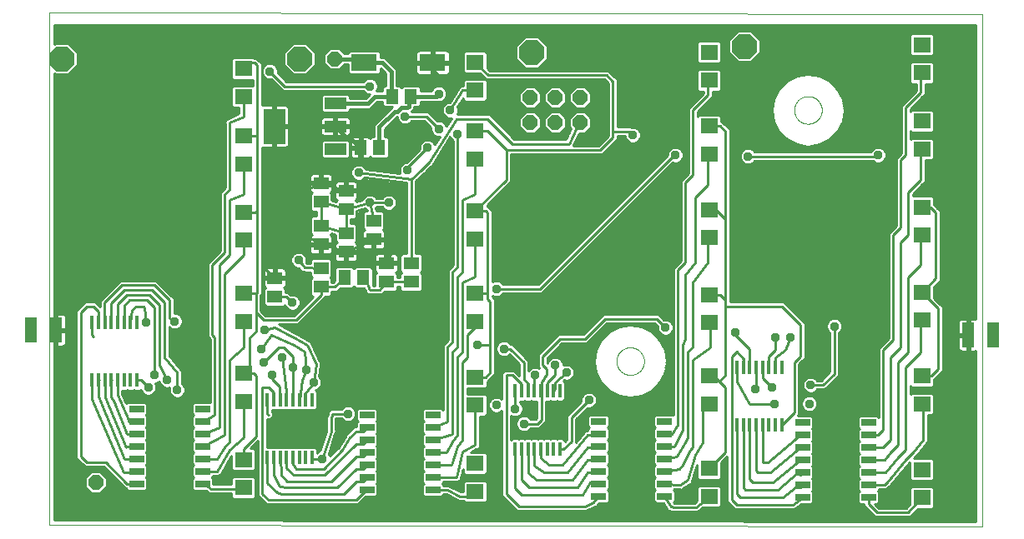
<source format=gtl>
G75*
%MOIN*%
%OFA0B0*%
%FSLAX25Y25*%
%IPPOS*%
%LPD*%
%AMOC8*
5,1,8,0,0,1.08239X$1,22.5*
%
%ADD10C,0.00000*%
%ADD11R,0.05118X0.05906*%
%ADD12R,0.05906X0.05118*%
%ADD13OC8,0.06000*%
%ADD14R,0.07098X0.06299*%
%ADD15R,0.06299X0.05118*%
%ADD16R,0.05906X0.02756*%
%ADD17R,0.01181X0.05709*%
%ADD18OC8,0.10000*%
%ADD19R,0.08800X0.04800*%
%ADD20R,0.08661X0.14173*%
%ADD21R,0.10433X0.06890*%
%ADD22R,0.05000X0.10000*%
%ADD23C,0.01000*%
%ADD24C,0.03762*%
%ADD25C,0.01600*%
D10*
X0014000Y0001800D02*
X0014000Y0206761D01*
X0386701Y0206261D01*
X0386701Y0001300D01*
X0014000Y0001800D01*
X0240488Y0067300D02*
X0240490Y0067448D01*
X0240496Y0067596D01*
X0240506Y0067744D01*
X0240520Y0067891D01*
X0240538Y0068038D01*
X0240559Y0068184D01*
X0240585Y0068330D01*
X0240615Y0068475D01*
X0240648Y0068619D01*
X0240686Y0068762D01*
X0240727Y0068904D01*
X0240772Y0069045D01*
X0240820Y0069185D01*
X0240873Y0069324D01*
X0240929Y0069461D01*
X0240989Y0069596D01*
X0241052Y0069730D01*
X0241119Y0069862D01*
X0241190Y0069992D01*
X0241264Y0070120D01*
X0241341Y0070246D01*
X0241422Y0070370D01*
X0241506Y0070492D01*
X0241593Y0070611D01*
X0241684Y0070728D01*
X0241778Y0070843D01*
X0241874Y0070955D01*
X0241974Y0071065D01*
X0242076Y0071171D01*
X0242182Y0071275D01*
X0242290Y0071376D01*
X0242401Y0071474D01*
X0242514Y0071570D01*
X0242630Y0071662D01*
X0242748Y0071751D01*
X0242869Y0071836D01*
X0242992Y0071919D01*
X0243117Y0071998D01*
X0243244Y0072074D01*
X0243373Y0072146D01*
X0243504Y0072215D01*
X0243637Y0072280D01*
X0243772Y0072341D01*
X0243908Y0072399D01*
X0244045Y0072454D01*
X0244184Y0072504D01*
X0244325Y0072551D01*
X0244466Y0072594D01*
X0244609Y0072634D01*
X0244753Y0072669D01*
X0244897Y0072701D01*
X0245043Y0072728D01*
X0245189Y0072752D01*
X0245336Y0072772D01*
X0245483Y0072788D01*
X0245630Y0072800D01*
X0245778Y0072808D01*
X0245926Y0072812D01*
X0246074Y0072812D01*
X0246222Y0072808D01*
X0246370Y0072800D01*
X0246517Y0072788D01*
X0246664Y0072772D01*
X0246811Y0072752D01*
X0246957Y0072728D01*
X0247103Y0072701D01*
X0247247Y0072669D01*
X0247391Y0072634D01*
X0247534Y0072594D01*
X0247675Y0072551D01*
X0247816Y0072504D01*
X0247955Y0072454D01*
X0248092Y0072399D01*
X0248228Y0072341D01*
X0248363Y0072280D01*
X0248496Y0072215D01*
X0248627Y0072146D01*
X0248756Y0072074D01*
X0248883Y0071998D01*
X0249008Y0071919D01*
X0249131Y0071836D01*
X0249252Y0071751D01*
X0249370Y0071662D01*
X0249486Y0071570D01*
X0249599Y0071474D01*
X0249710Y0071376D01*
X0249818Y0071275D01*
X0249924Y0071171D01*
X0250026Y0071065D01*
X0250126Y0070955D01*
X0250222Y0070843D01*
X0250316Y0070728D01*
X0250407Y0070611D01*
X0250494Y0070492D01*
X0250578Y0070370D01*
X0250659Y0070246D01*
X0250736Y0070120D01*
X0250810Y0069992D01*
X0250881Y0069862D01*
X0250948Y0069730D01*
X0251011Y0069596D01*
X0251071Y0069461D01*
X0251127Y0069324D01*
X0251180Y0069185D01*
X0251228Y0069045D01*
X0251273Y0068904D01*
X0251314Y0068762D01*
X0251352Y0068619D01*
X0251385Y0068475D01*
X0251415Y0068330D01*
X0251441Y0068184D01*
X0251462Y0068038D01*
X0251480Y0067891D01*
X0251494Y0067744D01*
X0251504Y0067596D01*
X0251510Y0067448D01*
X0251512Y0067300D01*
X0251510Y0067152D01*
X0251504Y0067004D01*
X0251494Y0066856D01*
X0251480Y0066709D01*
X0251462Y0066562D01*
X0251441Y0066416D01*
X0251415Y0066270D01*
X0251385Y0066125D01*
X0251352Y0065981D01*
X0251314Y0065838D01*
X0251273Y0065696D01*
X0251228Y0065555D01*
X0251180Y0065415D01*
X0251127Y0065276D01*
X0251071Y0065139D01*
X0251011Y0065004D01*
X0250948Y0064870D01*
X0250881Y0064738D01*
X0250810Y0064608D01*
X0250736Y0064480D01*
X0250659Y0064354D01*
X0250578Y0064230D01*
X0250494Y0064108D01*
X0250407Y0063989D01*
X0250316Y0063872D01*
X0250222Y0063757D01*
X0250126Y0063645D01*
X0250026Y0063535D01*
X0249924Y0063429D01*
X0249818Y0063325D01*
X0249710Y0063224D01*
X0249599Y0063126D01*
X0249486Y0063030D01*
X0249370Y0062938D01*
X0249252Y0062849D01*
X0249131Y0062764D01*
X0249008Y0062681D01*
X0248883Y0062602D01*
X0248756Y0062526D01*
X0248627Y0062454D01*
X0248496Y0062385D01*
X0248363Y0062320D01*
X0248228Y0062259D01*
X0248092Y0062201D01*
X0247955Y0062146D01*
X0247816Y0062096D01*
X0247675Y0062049D01*
X0247534Y0062006D01*
X0247391Y0061966D01*
X0247247Y0061931D01*
X0247103Y0061899D01*
X0246957Y0061872D01*
X0246811Y0061848D01*
X0246664Y0061828D01*
X0246517Y0061812D01*
X0246370Y0061800D01*
X0246222Y0061792D01*
X0246074Y0061788D01*
X0245926Y0061788D01*
X0245778Y0061792D01*
X0245630Y0061800D01*
X0245483Y0061812D01*
X0245336Y0061828D01*
X0245189Y0061848D01*
X0245043Y0061872D01*
X0244897Y0061899D01*
X0244753Y0061931D01*
X0244609Y0061966D01*
X0244466Y0062006D01*
X0244325Y0062049D01*
X0244184Y0062096D01*
X0244045Y0062146D01*
X0243908Y0062201D01*
X0243772Y0062259D01*
X0243637Y0062320D01*
X0243504Y0062385D01*
X0243373Y0062454D01*
X0243244Y0062526D01*
X0243117Y0062602D01*
X0242992Y0062681D01*
X0242869Y0062764D01*
X0242748Y0062849D01*
X0242630Y0062938D01*
X0242514Y0063030D01*
X0242401Y0063126D01*
X0242290Y0063224D01*
X0242182Y0063325D01*
X0242076Y0063429D01*
X0241974Y0063535D01*
X0241874Y0063645D01*
X0241778Y0063757D01*
X0241684Y0063872D01*
X0241593Y0063989D01*
X0241506Y0064108D01*
X0241422Y0064230D01*
X0241341Y0064354D01*
X0241264Y0064480D01*
X0241190Y0064608D01*
X0241119Y0064738D01*
X0241052Y0064870D01*
X0240989Y0065004D01*
X0240929Y0065139D01*
X0240873Y0065276D01*
X0240820Y0065415D01*
X0240772Y0065555D01*
X0240727Y0065696D01*
X0240686Y0065838D01*
X0240648Y0065981D01*
X0240615Y0066125D01*
X0240585Y0066270D01*
X0240559Y0066416D01*
X0240538Y0066562D01*
X0240520Y0066709D01*
X0240506Y0066856D01*
X0240496Y0067004D01*
X0240490Y0067152D01*
X0240488Y0067300D01*
X0311488Y0167800D02*
X0311490Y0167948D01*
X0311496Y0168096D01*
X0311506Y0168244D01*
X0311520Y0168391D01*
X0311538Y0168538D01*
X0311559Y0168684D01*
X0311585Y0168830D01*
X0311615Y0168975D01*
X0311648Y0169119D01*
X0311686Y0169262D01*
X0311727Y0169404D01*
X0311772Y0169545D01*
X0311820Y0169685D01*
X0311873Y0169824D01*
X0311929Y0169961D01*
X0311989Y0170096D01*
X0312052Y0170230D01*
X0312119Y0170362D01*
X0312190Y0170492D01*
X0312264Y0170620D01*
X0312341Y0170746D01*
X0312422Y0170870D01*
X0312506Y0170992D01*
X0312593Y0171111D01*
X0312684Y0171228D01*
X0312778Y0171343D01*
X0312874Y0171455D01*
X0312974Y0171565D01*
X0313076Y0171671D01*
X0313182Y0171775D01*
X0313290Y0171876D01*
X0313401Y0171974D01*
X0313514Y0172070D01*
X0313630Y0172162D01*
X0313748Y0172251D01*
X0313869Y0172336D01*
X0313992Y0172419D01*
X0314117Y0172498D01*
X0314244Y0172574D01*
X0314373Y0172646D01*
X0314504Y0172715D01*
X0314637Y0172780D01*
X0314772Y0172841D01*
X0314908Y0172899D01*
X0315045Y0172954D01*
X0315184Y0173004D01*
X0315325Y0173051D01*
X0315466Y0173094D01*
X0315609Y0173134D01*
X0315753Y0173169D01*
X0315897Y0173201D01*
X0316043Y0173228D01*
X0316189Y0173252D01*
X0316336Y0173272D01*
X0316483Y0173288D01*
X0316630Y0173300D01*
X0316778Y0173308D01*
X0316926Y0173312D01*
X0317074Y0173312D01*
X0317222Y0173308D01*
X0317370Y0173300D01*
X0317517Y0173288D01*
X0317664Y0173272D01*
X0317811Y0173252D01*
X0317957Y0173228D01*
X0318103Y0173201D01*
X0318247Y0173169D01*
X0318391Y0173134D01*
X0318534Y0173094D01*
X0318675Y0173051D01*
X0318816Y0173004D01*
X0318955Y0172954D01*
X0319092Y0172899D01*
X0319228Y0172841D01*
X0319363Y0172780D01*
X0319496Y0172715D01*
X0319627Y0172646D01*
X0319756Y0172574D01*
X0319883Y0172498D01*
X0320008Y0172419D01*
X0320131Y0172336D01*
X0320252Y0172251D01*
X0320370Y0172162D01*
X0320486Y0172070D01*
X0320599Y0171974D01*
X0320710Y0171876D01*
X0320818Y0171775D01*
X0320924Y0171671D01*
X0321026Y0171565D01*
X0321126Y0171455D01*
X0321222Y0171343D01*
X0321316Y0171228D01*
X0321407Y0171111D01*
X0321494Y0170992D01*
X0321578Y0170870D01*
X0321659Y0170746D01*
X0321736Y0170620D01*
X0321810Y0170492D01*
X0321881Y0170362D01*
X0321948Y0170230D01*
X0322011Y0170096D01*
X0322071Y0169961D01*
X0322127Y0169824D01*
X0322180Y0169685D01*
X0322228Y0169545D01*
X0322273Y0169404D01*
X0322314Y0169262D01*
X0322352Y0169119D01*
X0322385Y0168975D01*
X0322415Y0168830D01*
X0322441Y0168684D01*
X0322462Y0168538D01*
X0322480Y0168391D01*
X0322494Y0168244D01*
X0322504Y0168096D01*
X0322510Y0167948D01*
X0322512Y0167800D01*
X0322510Y0167652D01*
X0322504Y0167504D01*
X0322494Y0167356D01*
X0322480Y0167209D01*
X0322462Y0167062D01*
X0322441Y0166916D01*
X0322415Y0166770D01*
X0322385Y0166625D01*
X0322352Y0166481D01*
X0322314Y0166338D01*
X0322273Y0166196D01*
X0322228Y0166055D01*
X0322180Y0165915D01*
X0322127Y0165776D01*
X0322071Y0165639D01*
X0322011Y0165504D01*
X0321948Y0165370D01*
X0321881Y0165238D01*
X0321810Y0165108D01*
X0321736Y0164980D01*
X0321659Y0164854D01*
X0321578Y0164730D01*
X0321494Y0164608D01*
X0321407Y0164489D01*
X0321316Y0164372D01*
X0321222Y0164257D01*
X0321126Y0164145D01*
X0321026Y0164035D01*
X0320924Y0163929D01*
X0320818Y0163825D01*
X0320710Y0163724D01*
X0320599Y0163626D01*
X0320486Y0163530D01*
X0320370Y0163438D01*
X0320252Y0163349D01*
X0320131Y0163264D01*
X0320008Y0163181D01*
X0319883Y0163102D01*
X0319756Y0163026D01*
X0319627Y0162954D01*
X0319496Y0162885D01*
X0319363Y0162820D01*
X0319228Y0162759D01*
X0319092Y0162701D01*
X0318955Y0162646D01*
X0318816Y0162596D01*
X0318675Y0162549D01*
X0318534Y0162506D01*
X0318391Y0162466D01*
X0318247Y0162431D01*
X0318103Y0162399D01*
X0317957Y0162372D01*
X0317811Y0162348D01*
X0317664Y0162328D01*
X0317517Y0162312D01*
X0317370Y0162300D01*
X0317222Y0162292D01*
X0317074Y0162288D01*
X0316926Y0162288D01*
X0316778Y0162292D01*
X0316630Y0162300D01*
X0316483Y0162312D01*
X0316336Y0162328D01*
X0316189Y0162348D01*
X0316043Y0162372D01*
X0315897Y0162399D01*
X0315753Y0162431D01*
X0315609Y0162466D01*
X0315466Y0162506D01*
X0315325Y0162549D01*
X0315184Y0162596D01*
X0315045Y0162646D01*
X0314908Y0162701D01*
X0314772Y0162759D01*
X0314637Y0162820D01*
X0314504Y0162885D01*
X0314373Y0162954D01*
X0314244Y0163026D01*
X0314117Y0163102D01*
X0313992Y0163181D01*
X0313869Y0163264D01*
X0313748Y0163349D01*
X0313630Y0163438D01*
X0313514Y0163530D01*
X0313401Y0163626D01*
X0313290Y0163724D01*
X0313182Y0163825D01*
X0313076Y0163929D01*
X0312974Y0164035D01*
X0312874Y0164145D01*
X0312778Y0164257D01*
X0312684Y0164372D01*
X0312593Y0164489D01*
X0312506Y0164608D01*
X0312422Y0164730D01*
X0312341Y0164854D01*
X0312264Y0164980D01*
X0312190Y0165108D01*
X0312119Y0165238D01*
X0312052Y0165370D01*
X0311989Y0165504D01*
X0311929Y0165639D01*
X0311873Y0165776D01*
X0311820Y0165915D01*
X0311772Y0166055D01*
X0311727Y0166196D01*
X0311686Y0166338D01*
X0311648Y0166481D01*
X0311615Y0166625D01*
X0311585Y0166770D01*
X0311559Y0166916D01*
X0311538Y0167062D01*
X0311520Y0167209D01*
X0311506Y0167356D01*
X0311496Y0167504D01*
X0311490Y0167652D01*
X0311488Y0167800D01*
D11*
X0158240Y0173300D03*
X0150760Y0173300D03*
X0145740Y0152800D03*
X0138260Y0152800D03*
X0139240Y0100800D03*
X0131760Y0100800D03*
D12*
X0122500Y0097060D03*
X0122500Y0104540D03*
X0132500Y0111060D03*
X0122500Y0114060D03*
X0122500Y0121540D03*
X0132500Y0118540D03*
X0143500Y0116060D03*
X0143500Y0123540D03*
X0132500Y0128060D03*
X0122500Y0131060D03*
X0122500Y0138540D03*
X0132500Y0135540D03*
X0104000Y0100658D03*
X0104000Y0093178D03*
D13*
X0206000Y0162800D03*
X0216000Y0162800D03*
X0226000Y0162800D03*
X0226000Y0172800D03*
X0216000Y0172800D03*
X0206000Y0172800D03*
X0128000Y0188300D03*
X0032500Y0018800D03*
D14*
X0091500Y0016702D03*
X0091500Y0027898D03*
X0091500Y0051202D03*
X0091500Y0062398D03*
X0091500Y0083202D03*
X0091500Y0094398D03*
X0091500Y0115702D03*
X0091500Y0126898D03*
X0091500Y0146202D03*
X0091500Y0157398D03*
X0091500Y0173202D03*
X0091500Y0184398D03*
X0184000Y0186898D03*
X0184000Y0175702D03*
X0184000Y0159398D03*
X0184000Y0148202D03*
X0184000Y0127398D03*
X0184000Y0116202D03*
X0184000Y0094398D03*
X0184000Y0083202D03*
X0184000Y0060898D03*
X0184000Y0049702D03*
X0184000Y0026398D03*
X0184000Y0015202D03*
X0277500Y0013202D03*
X0277500Y0024398D03*
X0277500Y0050202D03*
X0277500Y0061398D03*
X0277500Y0082702D03*
X0277500Y0093898D03*
X0277500Y0116702D03*
X0277500Y0127898D03*
X0277500Y0150202D03*
X0277500Y0161398D03*
X0277500Y0179702D03*
X0277500Y0190898D03*
X0362500Y0193898D03*
X0362500Y0182702D03*
X0362500Y0163398D03*
X0362500Y0152202D03*
X0362500Y0128898D03*
X0362500Y0117702D03*
X0362500Y0094898D03*
X0362500Y0083702D03*
X0362500Y0061398D03*
X0362500Y0050202D03*
X0362500Y0023898D03*
X0362500Y0012702D03*
D15*
X0158500Y0099060D03*
X0148500Y0099060D03*
X0148500Y0106540D03*
X0158500Y0106540D03*
D16*
X0075173Y0048300D03*
X0075173Y0043300D03*
X0075173Y0038300D03*
X0075173Y0033300D03*
X0075173Y0028300D03*
X0075173Y0023300D03*
X0075173Y0018300D03*
X0048827Y0018300D03*
X0048827Y0023300D03*
X0048827Y0028300D03*
X0048827Y0033300D03*
X0048827Y0038300D03*
X0048827Y0043300D03*
X0048827Y0048300D03*
X0140827Y0045800D03*
X0140827Y0040800D03*
X0140827Y0035800D03*
X0140827Y0030800D03*
X0140827Y0025800D03*
X0140827Y0020800D03*
X0140827Y0015800D03*
X0167173Y0015800D03*
X0167173Y0020800D03*
X0167173Y0025800D03*
X0167173Y0030800D03*
X0167173Y0035800D03*
X0167173Y0040800D03*
X0167173Y0045800D03*
X0233327Y0043300D03*
X0233327Y0038300D03*
X0233327Y0033300D03*
X0233327Y0028300D03*
X0233327Y0023300D03*
X0233327Y0018300D03*
X0233327Y0013300D03*
X0259673Y0013300D03*
X0259673Y0018300D03*
X0259673Y0023300D03*
X0259673Y0028300D03*
X0259673Y0033300D03*
X0259673Y0038300D03*
X0259673Y0043300D03*
X0314827Y0042800D03*
X0314827Y0037800D03*
X0314827Y0032800D03*
X0314827Y0027800D03*
X0314827Y0022800D03*
X0314827Y0017800D03*
X0314827Y0012800D03*
X0341173Y0012800D03*
X0341173Y0017800D03*
X0341173Y0022800D03*
X0341173Y0027800D03*
X0341173Y0032800D03*
X0341173Y0037800D03*
X0341173Y0042800D03*
D17*
X0306457Y0041686D03*
X0303898Y0041686D03*
X0301339Y0041686D03*
X0298780Y0041686D03*
X0296220Y0041686D03*
X0293661Y0041686D03*
X0291102Y0041686D03*
X0288543Y0041686D03*
X0288543Y0064914D03*
X0291102Y0064914D03*
X0293661Y0064914D03*
X0296220Y0064914D03*
X0298780Y0064914D03*
X0301339Y0064914D03*
X0303898Y0064914D03*
X0306457Y0064914D03*
X0217957Y0055414D03*
X0215398Y0055414D03*
X0212839Y0055414D03*
X0210280Y0055414D03*
X0207720Y0055414D03*
X0205161Y0055414D03*
X0202602Y0055414D03*
X0200043Y0055414D03*
X0200043Y0032186D03*
X0202602Y0032186D03*
X0205161Y0032186D03*
X0207720Y0032186D03*
X0210280Y0032186D03*
X0212839Y0032186D03*
X0215398Y0032186D03*
X0217957Y0032186D03*
X0118957Y0028686D03*
X0116398Y0028686D03*
X0113839Y0028686D03*
X0111280Y0028686D03*
X0108720Y0028686D03*
X0106161Y0028686D03*
X0103602Y0028686D03*
X0101043Y0028686D03*
X0101043Y0051914D03*
X0103602Y0051914D03*
X0106161Y0051914D03*
X0108720Y0051914D03*
X0111280Y0051914D03*
X0113839Y0051914D03*
X0116398Y0051914D03*
X0118957Y0051914D03*
X0048957Y0059686D03*
X0046398Y0059686D03*
X0043839Y0059686D03*
X0041280Y0059686D03*
X0038720Y0059686D03*
X0036161Y0059686D03*
X0033602Y0059686D03*
X0031043Y0059686D03*
X0031043Y0082914D03*
X0033602Y0082914D03*
X0036161Y0082914D03*
X0038720Y0082914D03*
X0041280Y0082914D03*
X0043839Y0082914D03*
X0046398Y0082914D03*
X0048957Y0082914D03*
D18*
X0019000Y0188300D03*
X0114000Y0188300D03*
X0206500Y0190800D03*
X0291500Y0193300D03*
D19*
X0128200Y0170400D03*
X0128200Y0161300D03*
X0128200Y0152200D03*
D20*
X0103799Y0161300D03*
D21*
X0139720Y0186800D03*
X0167083Y0186800D03*
D22*
X0016500Y0079800D03*
X0006500Y0079800D03*
X0381000Y0077800D03*
X0391000Y0077800D03*
D23*
X0384000Y0071381D02*
X0384000Y0003304D01*
X0016000Y0003797D01*
X0016000Y0073300D01*
X0016000Y0079300D01*
X0017000Y0079300D01*
X0017000Y0080300D01*
X0016000Y0080300D01*
X0016000Y0086300D01*
X0016000Y0182390D01*
X0016390Y0182000D01*
X0021610Y0182000D01*
X0025300Y0185690D01*
X0025300Y0190910D01*
X0021610Y0194600D01*
X0016390Y0194600D01*
X0016000Y0194210D01*
X0016000Y0201800D01*
X0384000Y0201800D01*
X0384000Y0084219D01*
X0383697Y0084300D01*
X0381500Y0084300D01*
X0381500Y0078300D01*
X0380500Y0078300D01*
X0380500Y0084300D01*
X0378303Y0084300D01*
X0377921Y0084198D01*
X0377579Y0084000D01*
X0377300Y0083721D01*
X0377102Y0083379D01*
X0377000Y0082997D01*
X0377000Y0078300D01*
X0380500Y0078300D01*
X0380500Y0077300D01*
X0377000Y0077300D01*
X0377000Y0072603D01*
X0377102Y0072221D01*
X0377300Y0071879D01*
X0377579Y0071600D01*
X0377921Y0071402D01*
X0378303Y0071300D01*
X0380500Y0071300D01*
X0380500Y0077300D01*
X0381500Y0077300D01*
X0381500Y0071300D01*
X0383697Y0071300D01*
X0384000Y0071381D01*
X0384000Y0070697D02*
X0370800Y0070697D01*
X0370800Y0069699D02*
X0384000Y0069699D01*
X0384000Y0068700D02*
X0370800Y0068700D01*
X0370800Y0067702D02*
X0384000Y0067702D01*
X0384000Y0066703D02*
X0370800Y0066703D01*
X0370800Y0065705D02*
X0384000Y0065705D01*
X0384000Y0064706D02*
X0370800Y0064706D01*
X0370800Y0063708D02*
X0384000Y0063708D01*
X0384000Y0062709D02*
X0369955Y0062709D01*
X0370800Y0063554D02*
X0370800Y0089144D01*
X0369746Y0090198D01*
X0367349Y0092595D01*
X0367349Y0097202D01*
X0369800Y0099653D01*
X0369800Y0127546D01*
X0368746Y0128600D01*
X0367349Y0129996D01*
X0367349Y0132587D01*
X0366588Y0133348D01*
X0358800Y0133348D01*
X0358800Y0134054D01*
X0362746Y0138000D01*
X0363800Y0139054D01*
X0363800Y0147752D01*
X0366588Y0147752D01*
X0367349Y0148513D01*
X0367349Y0155890D01*
X0366588Y0156651D01*
X0358412Y0156651D01*
X0357800Y0156039D01*
X0357800Y0159561D01*
X0358412Y0158949D01*
X0366588Y0158949D01*
X0367349Y0159710D01*
X0367349Y0167087D01*
X0366588Y0167848D01*
X0358412Y0167848D01*
X0357800Y0167236D01*
X0357800Y0168054D01*
X0362746Y0173000D01*
X0363800Y0174054D01*
X0363800Y0178252D01*
X0366588Y0178252D01*
X0367349Y0179013D01*
X0367349Y0186390D01*
X0366588Y0187151D01*
X0358412Y0187151D01*
X0357651Y0186390D01*
X0357651Y0179013D01*
X0358412Y0178252D01*
X0360200Y0178252D01*
X0360200Y0175546D01*
X0354200Y0169546D01*
X0354200Y0150546D01*
X0352200Y0148546D01*
X0352200Y0121546D01*
X0349200Y0118546D01*
X0349200Y0076546D01*
X0345200Y0072546D01*
X0345200Y0044942D01*
X0344664Y0045478D01*
X0337682Y0045478D01*
X0336920Y0044716D01*
X0336920Y0040884D01*
X0337504Y0040300D01*
X0336920Y0039716D01*
X0336920Y0035884D01*
X0337504Y0035300D01*
X0336920Y0034716D01*
X0336920Y0030884D01*
X0337504Y0030300D01*
X0336920Y0029716D01*
X0336920Y0025884D01*
X0337504Y0025300D01*
X0336920Y0024716D01*
X0336920Y0020884D01*
X0337504Y0020300D01*
X0336920Y0019716D01*
X0336920Y0015884D01*
X0337504Y0015300D01*
X0336920Y0014716D01*
X0336920Y0010884D01*
X0337682Y0010122D01*
X0339373Y0010122D01*
X0339373Y0009381D01*
X0342700Y0006054D01*
X0343754Y0005000D01*
X0356295Y0005000D01*
X0356324Y0004973D01*
X0357035Y0005000D01*
X0357746Y0005000D01*
X0357774Y0005029D01*
X0357814Y0005030D01*
X0358297Y0005552D01*
X0358800Y0006054D01*
X0358800Y0006095D01*
X0360797Y0008252D01*
X0366588Y0008252D01*
X0367349Y0009013D01*
X0367349Y0016390D01*
X0366588Y0017151D01*
X0358412Y0017151D01*
X0357651Y0016390D01*
X0357651Y0010153D01*
X0356213Y0008600D01*
X0345246Y0008600D01*
X0343724Y0010122D01*
X0344664Y0010122D01*
X0345426Y0010884D01*
X0345426Y0014716D01*
X0344842Y0015300D01*
X0345426Y0015884D01*
X0345426Y0016000D01*
X0348246Y0016000D01*
X0349312Y0017066D01*
X0349405Y0017075D01*
X0349830Y0017585D01*
X0350300Y0018054D01*
X0350300Y0018148D01*
X0357331Y0026585D01*
X0357651Y0026905D01*
X0357651Y0020210D01*
X0358412Y0019449D01*
X0366588Y0019449D01*
X0367349Y0020210D01*
X0367349Y0027587D01*
X0366588Y0028348D01*
X0359094Y0028348D01*
X0359826Y0029081D01*
X0359940Y0029093D01*
X0360343Y0029598D01*
X0360800Y0030054D01*
X0360800Y0030169D01*
X0364343Y0034598D01*
X0364800Y0035054D01*
X0364800Y0035169D01*
X0364871Y0035258D01*
X0364800Y0035900D01*
X0364800Y0045752D01*
X0366588Y0045752D01*
X0367349Y0046513D01*
X0367349Y0053890D01*
X0366588Y0054651D01*
X0358412Y0054651D01*
X0357800Y0054039D01*
X0357800Y0057561D01*
X0358412Y0056949D01*
X0366588Y0056949D01*
X0367349Y0057710D01*
X0367349Y0060104D01*
X0367898Y0060653D01*
X0370800Y0063554D01*
X0369000Y0064300D02*
X0366098Y0061398D01*
X0362500Y0061398D01*
X0367349Y0059714D02*
X0384000Y0059714D01*
X0384000Y0060712D02*
X0367958Y0060712D01*
X0368956Y0061711D02*
X0384000Y0061711D01*
X0384000Y0058715D02*
X0367349Y0058715D01*
X0367349Y0057717D02*
X0384000Y0057717D01*
X0384000Y0056718D02*
X0357800Y0056718D01*
X0357800Y0055720D02*
X0384000Y0055720D01*
X0384000Y0054721D02*
X0357800Y0054721D01*
X0362500Y0050202D02*
X0363000Y0049702D01*
X0363000Y0035800D01*
X0359000Y0030800D01*
X0356000Y0027800D01*
X0348500Y0018800D01*
X0347500Y0017800D01*
X0341173Y0017800D01*
X0336920Y0017776D02*
X0319080Y0017776D01*
X0319080Y0016778D02*
X0336920Y0016778D01*
X0337025Y0015779D02*
X0318975Y0015779D01*
X0319080Y0015884D02*
X0319080Y0019716D01*
X0318496Y0020300D01*
X0319080Y0020884D01*
X0319080Y0024716D01*
X0318496Y0025300D01*
X0319080Y0025884D01*
X0319080Y0029716D01*
X0318496Y0030300D01*
X0319080Y0030884D01*
X0319080Y0034716D01*
X0318496Y0035300D01*
X0319080Y0035884D01*
X0319080Y0039716D01*
X0318496Y0040300D01*
X0319080Y0040884D01*
X0319080Y0044716D01*
X0318318Y0045478D01*
X0312794Y0045478D01*
X0313300Y0045984D01*
X0313300Y0066054D01*
X0314746Y0067500D01*
X0315800Y0068554D01*
X0315800Y0082546D01*
X0308300Y0090046D01*
X0307246Y0091100D01*
X0285800Y0091100D01*
X0285800Y0160046D01*
X0283702Y0162144D01*
X0282647Y0163198D01*
X0282349Y0163198D01*
X0282349Y0165087D01*
X0281588Y0165848D01*
X0273412Y0165848D01*
X0272800Y0165236D01*
X0272800Y0167054D01*
X0278800Y0173054D01*
X0278800Y0175252D01*
X0281588Y0175252D01*
X0282349Y0176013D01*
X0282349Y0183390D01*
X0281588Y0184151D01*
X0273412Y0184151D01*
X0272651Y0183390D01*
X0272651Y0176013D01*
X0273412Y0175252D01*
X0275200Y0175252D01*
X0275200Y0174546D01*
X0269200Y0168546D01*
X0269200Y0142546D01*
X0267254Y0140600D01*
X0266200Y0139546D01*
X0266200Y0107546D01*
X0263200Y0104546D01*
X0263200Y0045942D01*
X0263164Y0045978D01*
X0256182Y0045978D01*
X0255420Y0045216D01*
X0255420Y0041384D01*
X0256004Y0040800D01*
X0255420Y0040216D01*
X0255420Y0036384D01*
X0256004Y0035800D01*
X0255420Y0035216D01*
X0255420Y0031384D01*
X0256004Y0030800D01*
X0255420Y0030216D01*
X0255420Y0026384D01*
X0256004Y0025800D01*
X0255420Y0025216D01*
X0255420Y0021384D01*
X0256004Y0020800D01*
X0255420Y0020216D01*
X0255420Y0016384D01*
X0256004Y0015800D01*
X0255420Y0015216D01*
X0255420Y0011384D01*
X0256182Y0010622D01*
X0259179Y0010622D01*
X0260248Y0008838D01*
X0260247Y0008833D01*
X0260632Y0008197D01*
X0261012Y0007562D01*
X0261017Y0007561D01*
X0261019Y0007557D01*
X0261740Y0007380D01*
X0262459Y0007199D01*
X0262462Y0007202D01*
X0262582Y0007172D01*
X0262754Y0007000D01*
X0263282Y0007000D01*
X0263793Y0006874D01*
X0264002Y0007000D01*
X0272007Y0007000D01*
X0272657Y0006934D01*
X0272739Y0007000D01*
X0272844Y0007000D01*
X0273306Y0007462D01*
X0274889Y0008752D01*
X0281588Y0008752D01*
X0282349Y0009513D01*
X0282349Y0016890D01*
X0281588Y0017651D01*
X0273412Y0017651D01*
X0272651Y0016890D01*
X0272651Y0011572D01*
X0271458Y0010600D01*
X0263718Y0010600D01*
X0263332Y0010695D01*
X0263297Y0010754D01*
X0263926Y0011384D01*
X0263926Y0015216D01*
X0263342Y0015800D01*
X0263717Y0016175D01*
X0265752Y0016014D01*
X0266378Y0015889D01*
X0266480Y0015956D01*
X0266601Y0015947D01*
X0267087Y0016362D01*
X0269928Y0018255D01*
X0270510Y0018569D01*
X0270538Y0018662D01*
X0270619Y0018716D01*
X0270748Y0019364D01*
X0272651Y0025705D01*
X0272651Y0020710D01*
X0273412Y0019949D01*
X0281588Y0019949D01*
X0282349Y0020710D01*
X0282349Y0026702D01*
X0284700Y0029053D01*
X0284700Y0011054D01*
X0285754Y0010000D01*
X0286700Y0009054D01*
X0287754Y0008000D01*
X0310699Y0008000D01*
X0311310Y0007913D01*
X0311427Y0008000D01*
X0311572Y0008000D01*
X0312009Y0008437D01*
X0314256Y0010122D01*
X0318318Y0010122D01*
X0319080Y0010884D01*
X0319080Y0014716D01*
X0318496Y0015300D01*
X0319080Y0015884D01*
X0319015Y0014781D02*
X0336985Y0014781D01*
X0336920Y0013782D02*
X0319080Y0013782D01*
X0319080Y0012784D02*
X0336920Y0012784D01*
X0336920Y0011785D02*
X0319080Y0011785D01*
X0318983Y0010787D02*
X0337017Y0010787D01*
X0339373Y0009788D02*
X0313811Y0009788D01*
X0312480Y0008790D02*
X0339965Y0008790D01*
X0340963Y0007791D02*
X0273710Y0007791D01*
X0272098Y0008800D02*
X0277500Y0013202D01*
X0272651Y0012784D02*
X0263926Y0012784D01*
X0263926Y0013782D02*
X0272651Y0013782D01*
X0272651Y0014781D02*
X0263926Y0014781D01*
X0263363Y0015779D02*
X0272651Y0015779D01*
X0272651Y0016778D02*
X0267711Y0016778D01*
X0269209Y0017776D02*
X0284700Y0017776D01*
X0284700Y0016778D02*
X0282349Y0016778D01*
X0282349Y0015779D02*
X0284700Y0015779D01*
X0284700Y0014781D02*
X0282349Y0014781D01*
X0282349Y0013782D02*
X0284700Y0013782D01*
X0284700Y0012784D02*
X0282349Y0012784D01*
X0282349Y0011785D02*
X0284700Y0011785D01*
X0284968Y0010787D02*
X0282349Y0010787D01*
X0282349Y0009788D02*
X0285966Y0009788D01*
X0286965Y0008790D02*
X0281625Y0008790D01*
X0286500Y0011800D02*
X0288500Y0009800D01*
X0310827Y0009800D01*
X0314827Y0012800D01*
X0313827Y0016800D02*
X0314827Y0017800D01*
X0313827Y0016800D02*
X0312000Y0016800D01*
X0307000Y0012800D01*
X0290000Y0012800D01*
X0288543Y0014257D01*
X0288543Y0041686D01*
X0291102Y0041686D02*
X0291102Y0016698D01*
X0292000Y0015800D01*
X0305000Y0015800D01*
X0313000Y0022800D01*
X0313827Y0021800D01*
X0314827Y0022800D01*
X0319080Y0022769D02*
X0336920Y0022769D01*
X0336920Y0023767D02*
X0319080Y0023767D01*
X0319030Y0024766D02*
X0336970Y0024766D01*
X0337040Y0025764D02*
X0318960Y0025764D01*
X0319080Y0026763D02*
X0336920Y0026763D01*
X0336920Y0027761D02*
X0319080Y0027761D01*
X0319080Y0028760D02*
X0336920Y0028760D01*
X0336962Y0029758D02*
X0319038Y0029758D01*
X0318953Y0030757D02*
X0337047Y0030757D01*
X0336920Y0031755D02*
X0319080Y0031755D01*
X0319080Y0032754D02*
X0336920Y0032754D01*
X0336920Y0033752D02*
X0319080Y0033752D01*
X0319045Y0034751D02*
X0336955Y0034751D01*
X0337055Y0035749D02*
X0318945Y0035749D01*
X0319080Y0036748D02*
X0336920Y0036748D01*
X0336920Y0037746D02*
X0319080Y0037746D01*
X0319080Y0038745D02*
X0336920Y0038745D01*
X0336947Y0039743D02*
X0319053Y0039743D01*
X0318938Y0040742D02*
X0337062Y0040742D01*
X0336920Y0041740D02*
X0319080Y0041740D01*
X0319080Y0042739D02*
X0336920Y0042739D01*
X0336920Y0043737D02*
X0319080Y0043737D01*
X0319060Y0044736D02*
X0336940Y0044736D01*
X0345200Y0045734D02*
X0313051Y0045734D01*
X0313300Y0046733D02*
X0345200Y0046733D01*
X0345200Y0047732D02*
X0319430Y0047732D01*
X0319302Y0047603D02*
X0320197Y0048498D01*
X0320681Y0049667D01*
X0320681Y0050933D01*
X0320197Y0052102D01*
X0319302Y0052997D01*
X0318133Y0053481D01*
X0316867Y0053481D01*
X0315698Y0052997D01*
X0314803Y0052102D01*
X0314319Y0050933D01*
X0314319Y0049667D01*
X0314803Y0048498D01*
X0315698Y0047603D01*
X0316867Y0047119D01*
X0318133Y0047119D01*
X0319302Y0047603D01*
X0320293Y0048730D02*
X0345200Y0048730D01*
X0345200Y0049729D02*
X0320681Y0049729D01*
X0320681Y0050727D02*
X0345200Y0050727D01*
X0345200Y0051726D02*
X0320353Y0051726D01*
X0319575Y0052724D02*
X0345200Y0052724D01*
X0345200Y0053723D02*
X0313300Y0053723D01*
X0313300Y0054721D02*
X0317120Y0054721D01*
X0317367Y0054619D02*
X0318633Y0054619D01*
X0319802Y0055103D01*
X0320697Y0055998D01*
X0320698Y0056000D01*
X0323746Y0056000D01*
X0328246Y0060500D01*
X0329300Y0061554D01*
X0329300Y0078602D01*
X0329302Y0078603D01*
X0330197Y0079498D01*
X0330681Y0080667D01*
X0330681Y0081933D01*
X0330197Y0083102D01*
X0329302Y0083997D01*
X0328133Y0084481D01*
X0326867Y0084481D01*
X0325698Y0083997D01*
X0324803Y0083102D01*
X0324319Y0081933D01*
X0324319Y0080667D01*
X0324803Y0079498D01*
X0325698Y0078603D01*
X0325700Y0078602D01*
X0325700Y0063046D01*
X0322254Y0059600D01*
X0320698Y0059600D01*
X0320697Y0059602D01*
X0319802Y0060497D01*
X0318633Y0060981D01*
X0317367Y0060981D01*
X0316198Y0060497D01*
X0315303Y0059602D01*
X0314819Y0058433D01*
X0314819Y0057167D01*
X0315303Y0055998D01*
X0316198Y0055103D01*
X0317367Y0054619D01*
X0318879Y0054721D02*
X0345200Y0054721D01*
X0345200Y0055720D02*
X0320418Y0055720D01*
X0318000Y0057800D02*
X0323000Y0057800D01*
X0327500Y0062300D01*
X0327500Y0081300D01*
X0324628Y0082679D02*
X0315666Y0082679D01*
X0315800Y0081681D02*
X0324319Y0081681D01*
X0324319Y0080682D02*
X0315800Y0080682D01*
X0315800Y0079684D02*
X0324726Y0079684D01*
X0325616Y0078685D02*
X0315800Y0078685D01*
X0315800Y0077687D02*
X0325700Y0077687D01*
X0325700Y0076688D02*
X0315800Y0076688D01*
X0315800Y0075690D02*
X0325700Y0075690D01*
X0325700Y0074691D02*
X0315800Y0074691D01*
X0315800Y0073693D02*
X0325700Y0073693D01*
X0325700Y0072694D02*
X0315800Y0072694D01*
X0315800Y0071696D02*
X0325700Y0071696D01*
X0325700Y0070697D02*
X0315800Y0070697D01*
X0315800Y0069699D02*
X0325700Y0069699D01*
X0325700Y0068700D02*
X0315800Y0068700D01*
X0314947Y0067702D02*
X0325700Y0067702D01*
X0325700Y0066703D02*
X0313949Y0066703D01*
X0313300Y0065705D02*
X0325700Y0065705D01*
X0325700Y0064706D02*
X0313300Y0064706D01*
X0313300Y0063708D02*
X0325700Y0063708D01*
X0325364Y0062709D02*
X0313300Y0062709D01*
X0313300Y0061711D02*
X0324365Y0061711D01*
X0323367Y0060712D02*
X0319282Y0060712D01*
X0320585Y0059714D02*
X0322368Y0059714D01*
X0324464Y0056718D02*
X0345200Y0056718D01*
X0345200Y0057717D02*
X0325462Y0057717D01*
X0326461Y0058715D02*
X0345200Y0058715D01*
X0345200Y0059714D02*
X0327459Y0059714D01*
X0328246Y0060500D02*
X0328246Y0060500D01*
X0328458Y0060712D02*
X0345200Y0060712D01*
X0345200Y0061711D02*
X0329300Y0061711D01*
X0329300Y0062709D02*
X0345200Y0062709D01*
X0345200Y0063708D02*
X0329300Y0063708D01*
X0329300Y0064706D02*
X0345200Y0064706D01*
X0345200Y0065705D02*
X0329300Y0065705D01*
X0329300Y0066703D02*
X0345200Y0066703D01*
X0345200Y0067702D02*
X0329300Y0067702D01*
X0329300Y0068700D02*
X0345200Y0068700D01*
X0345200Y0069699D02*
X0329300Y0069699D01*
X0329300Y0070697D02*
X0345200Y0070697D01*
X0345200Y0071696D02*
X0329300Y0071696D01*
X0329300Y0072694D02*
X0345349Y0072694D01*
X0346347Y0073693D02*
X0329300Y0073693D01*
X0329300Y0074691D02*
X0347346Y0074691D01*
X0348344Y0075690D02*
X0329300Y0075690D01*
X0329300Y0076688D02*
X0349200Y0076688D01*
X0349200Y0077687D02*
X0329300Y0077687D01*
X0329384Y0078685D02*
X0349200Y0078685D01*
X0349200Y0079684D02*
X0330274Y0079684D01*
X0330681Y0080682D02*
X0349200Y0080682D01*
X0349200Y0081681D02*
X0330681Y0081681D01*
X0330372Y0082679D02*
X0349200Y0082679D01*
X0349200Y0083678D02*
X0329621Y0083678D01*
X0325379Y0083678D02*
X0314668Y0083678D01*
X0313669Y0084676D02*
X0349200Y0084676D01*
X0349200Y0085675D02*
X0312671Y0085675D01*
X0311672Y0086673D02*
X0349200Y0086673D01*
X0349200Y0087672D02*
X0310674Y0087672D01*
X0309675Y0088670D02*
X0349200Y0088670D01*
X0349200Y0089669D02*
X0308677Y0089669D01*
X0307678Y0090668D02*
X0349200Y0090668D01*
X0349200Y0091666D02*
X0285800Y0091666D01*
X0285800Y0092665D02*
X0349200Y0092665D01*
X0349200Y0093663D02*
X0285800Y0093663D01*
X0285800Y0094662D02*
X0349200Y0094662D01*
X0349200Y0095660D02*
X0285800Y0095660D01*
X0285800Y0096659D02*
X0349200Y0096659D01*
X0349200Y0097657D02*
X0285800Y0097657D01*
X0285800Y0098656D02*
X0349200Y0098656D01*
X0349200Y0099654D02*
X0285800Y0099654D01*
X0285800Y0100653D02*
X0349200Y0100653D01*
X0349200Y0101651D02*
X0285800Y0101651D01*
X0285800Y0102650D02*
X0349200Y0102650D01*
X0349200Y0103648D02*
X0285800Y0103648D01*
X0285800Y0104647D02*
X0349200Y0104647D01*
X0349200Y0105645D02*
X0285800Y0105645D01*
X0285800Y0106644D02*
X0349200Y0106644D01*
X0349200Y0107642D02*
X0285800Y0107642D01*
X0285800Y0108641D02*
X0349200Y0108641D01*
X0349200Y0109639D02*
X0285800Y0109639D01*
X0285800Y0110638D02*
X0349200Y0110638D01*
X0349200Y0111636D02*
X0285800Y0111636D01*
X0285800Y0112635D02*
X0349200Y0112635D01*
X0349200Y0113633D02*
X0285800Y0113633D01*
X0285800Y0114632D02*
X0349200Y0114632D01*
X0349200Y0115630D02*
X0285800Y0115630D01*
X0285800Y0116629D02*
X0349200Y0116629D01*
X0349200Y0117627D02*
X0285800Y0117627D01*
X0285800Y0118626D02*
X0349280Y0118626D01*
X0350279Y0119624D02*
X0285800Y0119624D01*
X0285800Y0120623D02*
X0351277Y0120623D01*
X0352200Y0121621D02*
X0285800Y0121621D01*
X0285800Y0122620D02*
X0352200Y0122620D01*
X0352200Y0123618D02*
X0285800Y0123618D01*
X0285800Y0124617D02*
X0352200Y0124617D01*
X0352200Y0125615D02*
X0285800Y0125615D01*
X0285800Y0126614D02*
X0352200Y0126614D01*
X0352200Y0127612D02*
X0285800Y0127612D01*
X0285800Y0128611D02*
X0352200Y0128611D01*
X0352200Y0129609D02*
X0285800Y0129609D01*
X0285800Y0130608D02*
X0352200Y0130608D01*
X0352200Y0131606D02*
X0285800Y0131606D01*
X0285800Y0132605D02*
X0352200Y0132605D01*
X0352200Y0133603D02*
X0285800Y0133603D01*
X0285800Y0134602D02*
X0352200Y0134602D01*
X0352200Y0135601D02*
X0285800Y0135601D01*
X0285800Y0136599D02*
X0352200Y0136599D01*
X0352200Y0137598D02*
X0285800Y0137598D01*
X0285800Y0138596D02*
X0352200Y0138596D01*
X0352200Y0139595D02*
X0285800Y0139595D01*
X0285800Y0140593D02*
X0352200Y0140593D01*
X0352200Y0141592D02*
X0285800Y0141592D01*
X0285800Y0142590D02*
X0352200Y0142590D01*
X0352200Y0143589D02*
X0285800Y0143589D01*
X0285800Y0144587D02*
X0352200Y0144587D01*
X0352200Y0145586D02*
X0285800Y0145586D01*
X0285800Y0146584D02*
X0291244Y0146584D01*
X0291198Y0146603D02*
X0292367Y0146119D01*
X0293633Y0146119D01*
X0294802Y0146603D01*
X0295697Y0147498D01*
X0295698Y0147500D01*
X0342801Y0147500D01*
X0343198Y0147103D01*
X0344367Y0146619D01*
X0345633Y0146619D01*
X0346802Y0147103D01*
X0347697Y0147998D01*
X0348181Y0149167D01*
X0348181Y0150433D01*
X0347697Y0151602D01*
X0346802Y0152497D01*
X0345633Y0152981D01*
X0344367Y0152981D01*
X0343198Y0152497D01*
X0342303Y0151602D01*
X0342095Y0151100D01*
X0295698Y0151100D01*
X0295697Y0151102D01*
X0294802Y0151997D01*
X0293633Y0152481D01*
X0292367Y0152481D01*
X0291198Y0151997D01*
X0290303Y0151102D01*
X0289819Y0149933D01*
X0289819Y0148667D01*
X0290303Y0147498D01*
X0291198Y0146603D01*
X0290268Y0147583D02*
X0285800Y0147583D01*
X0285800Y0148581D02*
X0289855Y0148581D01*
X0289819Y0149580D02*
X0285800Y0149580D01*
X0285800Y0150578D02*
X0290086Y0150578D01*
X0290778Y0151577D02*
X0285800Y0151577D01*
X0285800Y0152575D02*
X0343387Y0152575D01*
X0342293Y0151577D02*
X0295222Y0151577D01*
X0293000Y0149300D02*
X0344500Y0149300D01*
X0345000Y0149800D01*
X0347938Y0148581D02*
X0352236Y0148581D01*
X0352200Y0147583D02*
X0347281Y0147583D01*
X0348181Y0149580D02*
X0353234Y0149580D01*
X0354200Y0150578D02*
X0348121Y0150578D01*
X0347707Y0151577D02*
X0354200Y0151577D01*
X0354200Y0152575D02*
X0346613Y0152575D01*
X0354200Y0153574D02*
X0318728Y0153574D01*
X0317000Y0153300D02*
X0321481Y0154010D01*
X0325523Y0156069D01*
X0328731Y0159277D01*
X0330790Y0163319D01*
X0331500Y0167800D01*
X0330790Y0172281D01*
X0328731Y0176323D01*
X0325523Y0179531D01*
X0325523Y0179531D01*
X0321481Y0181590D01*
X0321481Y0181590D01*
X0317000Y0182300D01*
X0312519Y0181590D01*
X0308477Y0179531D01*
X0305269Y0176323D01*
X0305269Y0176323D01*
X0303210Y0172281D01*
X0303210Y0172281D01*
X0302500Y0167800D01*
X0302500Y0167800D01*
X0303210Y0163319D01*
X0305269Y0159277D01*
X0308477Y0156069D01*
X0312519Y0154010D01*
X0312519Y0154010D01*
X0317000Y0153300D01*
X0317000Y0153300D01*
X0315272Y0153574D02*
X0285800Y0153574D01*
X0285800Y0154572D02*
X0311415Y0154572D01*
X0309455Y0155571D02*
X0285800Y0155571D01*
X0285800Y0156569D02*
X0307977Y0156569D01*
X0308477Y0156069D02*
X0308477Y0156069D01*
X0306979Y0157568D02*
X0285800Y0157568D01*
X0285800Y0158566D02*
X0305980Y0158566D01*
X0305269Y0159277D02*
X0305269Y0159277D01*
X0305123Y0159565D02*
X0285800Y0159565D01*
X0285282Y0160563D02*
X0304614Y0160563D01*
X0304105Y0161562D02*
X0284284Y0161562D01*
X0283285Y0162560D02*
X0303596Y0162560D01*
X0303210Y0163319D02*
X0303210Y0163319D01*
X0303172Y0163559D02*
X0282349Y0163559D01*
X0282349Y0164557D02*
X0303014Y0164557D01*
X0302855Y0165556D02*
X0281880Y0165556D01*
X0274297Y0168551D02*
X0302619Y0168551D01*
X0302539Y0167553D02*
X0273298Y0167553D01*
X0272800Y0166554D02*
X0302697Y0166554D01*
X0302777Y0169550D02*
X0275295Y0169550D01*
X0276294Y0170548D02*
X0302935Y0170548D01*
X0303093Y0171547D02*
X0277293Y0171547D01*
X0278291Y0172545D02*
X0303345Y0172545D01*
X0303853Y0173544D02*
X0278800Y0173544D01*
X0278800Y0174542D02*
X0304362Y0174542D01*
X0304871Y0175541D02*
X0281877Y0175541D01*
X0282349Y0176539D02*
X0305486Y0176539D01*
X0306484Y0177538D02*
X0282349Y0177538D01*
X0282349Y0178537D02*
X0307483Y0178537D01*
X0308477Y0179531D02*
X0308477Y0179531D01*
X0308486Y0179535D02*
X0282349Y0179535D01*
X0282349Y0180534D02*
X0310445Y0180534D01*
X0312405Y0181532D02*
X0282349Y0181532D01*
X0282349Y0182531D02*
X0357651Y0182531D01*
X0357651Y0183529D02*
X0282210Y0183529D01*
X0277500Y0179702D02*
X0277000Y0179202D01*
X0277000Y0173800D01*
X0271000Y0167800D01*
X0271000Y0141800D01*
X0268000Y0138800D01*
X0268000Y0106800D01*
X0265000Y0103800D01*
X0265000Y0041800D01*
X0262500Y0038300D01*
X0259673Y0038300D01*
X0255420Y0038745D02*
X0237580Y0038745D01*
X0237580Y0039743D02*
X0255420Y0039743D01*
X0255946Y0040742D02*
X0237054Y0040742D01*
X0236996Y0040800D02*
X0237580Y0041384D01*
X0237580Y0045216D01*
X0236818Y0045978D01*
X0229836Y0045978D01*
X0229074Y0045216D01*
X0229074Y0041384D01*
X0229658Y0040800D01*
X0229074Y0040216D01*
X0229074Y0039614D01*
X0228918Y0039600D01*
X0228254Y0039600D01*
X0228188Y0039534D01*
X0228095Y0039525D01*
X0227670Y0039015D01*
X0227200Y0038546D01*
X0227200Y0038452D01*
X0224300Y0034972D01*
X0224300Y0044054D01*
X0228865Y0048620D01*
X0228867Y0048619D01*
X0230133Y0048619D01*
X0231302Y0049103D01*
X0232197Y0049998D01*
X0232681Y0051167D01*
X0232681Y0052433D01*
X0232197Y0053602D01*
X0231302Y0054497D01*
X0230133Y0054981D01*
X0228867Y0054981D01*
X0227698Y0054497D01*
X0226803Y0053602D01*
X0226319Y0052433D01*
X0226319Y0051167D01*
X0226320Y0051165D01*
X0220700Y0045546D01*
X0220700Y0036046D01*
X0219847Y0035193D01*
X0219847Y0035579D01*
X0219086Y0036340D01*
X0216828Y0036340D01*
X0216677Y0036190D01*
X0216527Y0036340D01*
X0214269Y0036340D01*
X0214118Y0036190D01*
X0213968Y0036340D01*
X0211710Y0036340D01*
X0211559Y0036190D01*
X0211409Y0036340D01*
X0209150Y0036340D01*
X0209000Y0036190D01*
X0208849Y0036340D01*
X0206591Y0036340D01*
X0206441Y0036190D01*
X0206290Y0036340D01*
X0204032Y0036340D01*
X0203882Y0036190D01*
X0203731Y0036340D01*
X0201473Y0036340D01*
X0201323Y0036190D01*
X0201172Y0036340D01*
X0198914Y0036340D01*
X0198300Y0035726D01*
X0198300Y0045561D01*
X0199367Y0045119D01*
X0200633Y0045119D01*
X0201802Y0045603D01*
X0202697Y0046498D01*
X0203181Y0047667D01*
X0203181Y0048933D01*
X0202697Y0050102D01*
X0201843Y0050955D01*
X0201843Y0051260D01*
X0203731Y0051260D01*
X0203882Y0051410D01*
X0204032Y0051260D01*
X0206290Y0051260D01*
X0206441Y0051410D01*
X0206591Y0051260D01*
X0208700Y0051260D01*
X0208700Y0044546D01*
X0208254Y0044100D01*
X0206198Y0044100D01*
X0206197Y0044102D01*
X0205302Y0044997D01*
X0204133Y0045481D01*
X0202867Y0045481D01*
X0201698Y0044997D01*
X0200803Y0044102D01*
X0200319Y0042933D01*
X0200319Y0041667D01*
X0200803Y0040498D01*
X0201698Y0039603D01*
X0202867Y0039119D01*
X0204133Y0039119D01*
X0205302Y0039603D01*
X0206197Y0040498D01*
X0206198Y0040500D01*
X0209746Y0040500D01*
X0211246Y0042000D01*
X0212300Y0043054D01*
X0212300Y0051260D01*
X0213968Y0051260D01*
X0214118Y0051410D01*
X0214269Y0051260D01*
X0216527Y0051260D01*
X0216677Y0051410D01*
X0216828Y0051260D01*
X0219086Y0051260D01*
X0219847Y0052021D01*
X0219847Y0058807D01*
X0219315Y0059339D01*
X0219706Y0059686D01*
X0219867Y0059619D01*
X0221133Y0059619D01*
X0222302Y0060103D01*
X0223197Y0060998D01*
X0223681Y0062167D01*
X0223681Y0063433D01*
X0223197Y0064602D01*
X0222302Y0065497D01*
X0221133Y0065981D01*
X0219867Y0065981D01*
X0219181Y0065697D01*
X0219181Y0066433D01*
X0218697Y0067602D01*
X0217802Y0068497D01*
X0216633Y0068981D01*
X0215367Y0068981D01*
X0214198Y0068497D01*
X0213303Y0067602D01*
X0212846Y0066499D01*
X0212800Y0066546D01*
X0212800Y0068554D01*
X0218746Y0074500D01*
X0228746Y0074500D01*
X0236746Y0082500D01*
X0255754Y0082500D01*
X0256820Y0081435D01*
X0256819Y0081433D01*
X0256819Y0080167D01*
X0257303Y0078998D01*
X0258198Y0078103D01*
X0259367Y0077619D01*
X0260633Y0077619D01*
X0261802Y0078103D01*
X0262697Y0078998D01*
X0263181Y0080167D01*
X0263181Y0081433D01*
X0262697Y0082602D01*
X0261802Y0083497D01*
X0260633Y0083981D01*
X0259367Y0083981D01*
X0259365Y0083980D01*
X0257246Y0086100D01*
X0235254Y0086100D01*
X0227254Y0078100D01*
X0217254Y0078100D01*
X0216200Y0077046D01*
X0209200Y0070046D01*
X0209200Y0065054D01*
X0209726Y0064528D01*
X0208633Y0064981D01*
X0207367Y0064981D01*
X0206198Y0064497D01*
X0205303Y0063602D01*
X0205300Y0063594D01*
X0205300Y0067546D01*
X0204246Y0068600D01*
X0199800Y0073046D01*
X0198746Y0074100D01*
X0198198Y0074100D01*
X0198197Y0074102D01*
X0197302Y0074997D01*
X0196133Y0075481D01*
X0194867Y0075481D01*
X0193698Y0074997D01*
X0192803Y0074102D01*
X0192319Y0072933D01*
X0192319Y0071667D01*
X0192803Y0070498D01*
X0193698Y0069603D01*
X0194867Y0069119D01*
X0196133Y0069119D01*
X0197302Y0069603D01*
X0197727Y0070028D01*
X0201700Y0066054D01*
X0201700Y0061646D01*
X0199746Y0063600D01*
X0195754Y0063600D01*
X0194700Y0062546D01*
X0194700Y0052099D01*
X0194302Y0052497D01*
X0193133Y0052981D01*
X0191867Y0052981D01*
X0190698Y0052497D01*
X0189803Y0051602D01*
X0189319Y0050433D01*
X0189319Y0049167D01*
X0189803Y0047998D01*
X0190698Y0047103D01*
X0191867Y0046619D01*
X0193133Y0046619D01*
X0194302Y0047103D01*
X0194700Y0047501D01*
X0194700Y0013554D01*
X0195754Y0012500D01*
X0195754Y0012500D01*
X0200754Y0007500D01*
X0227480Y0007500D01*
X0227851Y0007352D01*
X0228196Y0007500D01*
X0228572Y0007500D01*
X0228854Y0007782D01*
X0231791Y0009040D01*
X0232267Y0009093D01*
X0232451Y0009323D01*
X0232721Y0009439D01*
X0232899Y0009884D01*
X0233490Y0010622D01*
X0236818Y0010622D01*
X0237580Y0011384D01*
X0237580Y0015216D01*
X0236996Y0015800D01*
X0237580Y0016384D01*
X0237580Y0020216D01*
X0236996Y0020800D01*
X0237580Y0021384D01*
X0237580Y0025216D01*
X0236996Y0025800D01*
X0237580Y0026384D01*
X0237580Y0030216D01*
X0236996Y0030800D01*
X0237580Y0031384D01*
X0237580Y0035216D01*
X0236996Y0035800D01*
X0237580Y0036384D01*
X0237580Y0040216D01*
X0236996Y0040800D01*
X0237580Y0041740D02*
X0255420Y0041740D01*
X0255420Y0042739D02*
X0237580Y0042739D01*
X0237580Y0043737D02*
X0255420Y0043737D01*
X0255420Y0044736D02*
X0237580Y0044736D01*
X0237061Y0045734D02*
X0255939Y0045734D01*
X0263200Y0046733D02*
X0226979Y0046733D01*
X0227977Y0047732D02*
X0263200Y0047732D01*
X0263200Y0048730D02*
X0230401Y0048730D01*
X0231927Y0049729D02*
X0263200Y0049729D01*
X0263200Y0050727D02*
X0232499Y0050727D01*
X0232681Y0051726D02*
X0263200Y0051726D01*
X0263200Y0052724D02*
X0232560Y0052724D01*
X0232076Y0053723D02*
X0241101Y0053723D01*
X0241519Y0053510D02*
X0246000Y0052800D01*
X0250481Y0053510D01*
X0254523Y0055569D01*
X0254523Y0055569D01*
X0257731Y0058777D01*
X0259790Y0062819D01*
X0260500Y0067300D01*
X0259790Y0071781D01*
X0257731Y0075823D01*
X0254523Y0079031D01*
X0254523Y0079031D01*
X0250481Y0081090D01*
X0250481Y0081090D01*
X0246000Y0081800D01*
X0241519Y0081090D01*
X0237477Y0079031D01*
X0234269Y0075823D01*
X0234269Y0075823D01*
X0232210Y0071781D01*
X0232210Y0071781D01*
X0231500Y0067300D01*
X0231500Y0067300D01*
X0232210Y0062819D01*
X0234269Y0058777D01*
X0234269Y0058777D01*
X0234269Y0058777D01*
X0237477Y0055569D01*
X0241519Y0053510D01*
X0241519Y0053510D01*
X0239142Y0054721D02*
X0230760Y0054721D01*
X0228240Y0054721D02*
X0219847Y0054721D01*
X0219847Y0053723D02*
X0226924Y0053723D01*
X0226440Y0052724D02*
X0219847Y0052724D01*
X0219551Y0051726D02*
X0226319Y0051726D01*
X0225881Y0050727D02*
X0212300Y0050727D01*
X0212300Y0049729D02*
X0224883Y0049729D01*
X0223884Y0048730D02*
X0212300Y0048730D01*
X0212300Y0047732D02*
X0222886Y0047732D01*
X0221887Y0046733D02*
X0212300Y0046733D01*
X0212300Y0045734D02*
X0220889Y0045734D01*
X0220700Y0044736D02*
X0212300Y0044736D01*
X0212300Y0043737D02*
X0220700Y0043737D01*
X0220700Y0042739D02*
X0211985Y0042739D01*
X0210986Y0041740D02*
X0220700Y0041740D01*
X0220700Y0040742D02*
X0209988Y0040742D01*
X0209000Y0042300D02*
X0210500Y0043800D01*
X0210500Y0055194D01*
X0210500Y0059300D01*
X0211500Y0060300D01*
X0211500Y0060800D01*
X0212500Y0061800D01*
X0212500Y0064300D01*
X0211000Y0065800D01*
X0211000Y0069300D01*
X0218000Y0076300D01*
X0228000Y0076300D01*
X0236000Y0084300D01*
X0256500Y0084300D01*
X0260000Y0080800D01*
X0262981Y0079684D02*
X0263200Y0079684D01*
X0263181Y0080682D02*
X0263200Y0080682D01*
X0263200Y0081681D02*
X0263078Y0081681D01*
X0263200Y0082679D02*
X0262619Y0082679D01*
X0263200Y0083678D02*
X0261365Y0083678D01*
X0263200Y0084676D02*
X0258669Y0084676D01*
X0257671Y0085675D02*
X0263200Y0085675D01*
X0263200Y0086673D02*
X0191800Y0086673D01*
X0191800Y0085675D02*
X0234829Y0085675D01*
X0233831Y0084676D02*
X0191800Y0084676D01*
X0191800Y0083678D02*
X0232832Y0083678D01*
X0231834Y0082679D02*
X0191800Y0082679D01*
X0191800Y0081681D02*
X0230835Y0081681D01*
X0229837Y0080682D02*
X0191800Y0080682D01*
X0191800Y0079684D02*
X0228838Y0079684D01*
X0227840Y0078685D02*
X0191800Y0078685D01*
X0191800Y0077687D02*
X0216841Y0077687D01*
X0215843Y0076688D02*
X0191800Y0076688D01*
X0191800Y0075690D02*
X0214844Y0075690D01*
X0213846Y0074691D02*
X0197607Y0074691D01*
X0199153Y0073693D02*
X0212847Y0073693D01*
X0211849Y0072694D02*
X0200151Y0072694D01*
X0201150Y0071696D02*
X0210850Y0071696D01*
X0209852Y0070697D02*
X0202148Y0070697D01*
X0203147Y0069699D02*
X0209200Y0069699D01*
X0209200Y0068700D02*
X0204145Y0068700D01*
X0205144Y0067702D02*
X0209200Y0067702D01*
X0209200Y0066703D02*
X0205300Y0066703D01*
X0205300Y0065705D02*
X0209200Y0065705D01*
X0209296Y0064706D02*
X0209548Y0064706D01*
X0206704Y0064706D02*
X0205300Y0064706D01*
X0205300Y0063708D02*
X0205409Y0063708D01*
X0208000Y0061800D02*
X0207720Y0060080D01*
X0207720Y0055414D01*
X0205161Y0055414D02*
X0205161Y0058139D01*
X0203500Y0060300D01*
X0203500Y0066800D01*
X0198000Y0072300D01*
X0195500Y0072300D01*
X0192634Y0073693D02*
X0191800Y0073693D01*
X0191800Y0074691D02*
X0193393Y0074691D01*
X0192319Y0072694D02*
X0191800Y0072694D01*
X0191800Y0071696D02*
X0192319Y0071696D01*
X0192721Y0070697D02*
X0191800Y0070697D01*
X0191800Y0069699D02*
X0193602Y0069699D01*
X0191800Y0068700D02*
X0199054Y0068700D01*
X0200053Y0067702D02*
X0191800Y0067702D01*
X0191800Y0066703D02*
X0201051Y0066703D01*
X0201700Y0065705D02*
X0191800Y0065705D01*
X0191800Y0064706D02*
X0201700Y0064706D01*
X0201700Y0063708D02*
X0191800Y0063708D01*
X0191800Y0062709D02*
X0194864Y0062709D01*
X0194700Y0061711D02*
X0191456Y0061711D01*
X0191800Y0062054D02*
X0191800Y0092046D01*
X0190800Y0093046D01*
X0190800Y0093561D01*
X0191867Y0093119D01*
X0193133Y0093119D01*
X0194302Y0093603D01*
X0195197Y0094498D01*
X0195198Y0094500D01*
X0210746Y0094500D01*
X0263012Y0146766D01*
X0263367Y0146619D01*
X0264633Y0146619D01*
X0265802Y0147103D01*
X0266697Y0147998D01*
X0267181Y0149167D01*
X0267181Y0150433D01*
X0266697Y0151602D01*
X0265802Y0152497D01*
X0264633Y0152981D01*
X0263367Y0152981D01*
X0262198Y0152497D01*
X0261303Y0151602D01*
X0260819Y0150433D01*
X0260819Y0149664D01*
X0209254Y0098100D01*
X0195198Y0098100D01*
X0195197Y0098102D01*
X0194302Y0098997D01*
X0193133Y0099481D01*
X0191867Y0099481D01*
X0190800Y0099039D01*
X0190800Y0127546D01*
X0189746Y0128600D01*
X0189147Y0129198D01*
X0188849Y0129198D01*
X0188849Y0129702D01*
X0198300Y0139153D01*
X0198300Y0150000D01*
X0234746Y0150000D01*
X0235800Y0151054D01*
X0240800Y0156054D01*
X0240800Y0157500D01*
X0243819Y0157500D01*
X0243819Y0157167D01*
X0244303Y0155998D01*
X0245198Y0155103D01*
X0246367Y0154619D01*
X0247633Y0154619D01*
X0248802Y0155103D01*
X0249697Y0155998D01*
X0250181Y0157167D01*
X0250181Y0158433D01*
X0249697Y0159602D01*
X0248802Y0160497D01*
X0247633Y0160981D01*
X0246367Y0160981D01*
X0246365Y0160980D01*
X0246246Y0161100D01*
X0240800Y0161100D01*
X0240800Y0180046D01*
X0239746Y0181100D01*
X0239746Y0181100D01*
X0237246Y0183600D01*
X0189844Y0183600D01*
X0188849Y0184595D01*
X0188849Y0190587D01*
X0188088Y0191348D01*
X0179912Y0191348D01*
X0179151Y0190587D01*
X0179151Y0183210D01*
X0179912Y0182449D01*
X0185904Y0182449D01*
X0188353Y0180000D01*
X0235754Y0180000D01*
X0237200Y0178554D01*
X0237200Y0157546D01*
X0233254Y0153600D01*
X0223300Y0153600D01*
X0223300Y0153895D01*
X0225481Y0158500D01*
X0227781Y0158500D01*
X0230300Y0161019D01*
X0230300Y0164581D01*
X0227781Y0167100D01*
X0224219Y0167100D01*
X0221700Y0164581D01*
X0221700Y0161019D01*
X0222372Y0160346D01*
X0220361Y0156100D01*
X0199746Y0156100D01*
X0190800Y0165046D01*
X0189746Y0166100D01*
X0177019Y0166100D01*
X0176827Y0166221D01*
X0176785Y0166211D01*
X0177181Y0167167D01*
X0177181Y0168433D01*
X0176924Y0169054D01*
X0179151Y0172574D01*
X0179151Y0172013D01*
X0179912Y0171252D01*
X0188088Y0171252D01*
X0188849Y0172013D01*
X0188849Y0179390D01*
X0188088Y0180151D01*
X0179912Y0180151D01*
X0179151Y0179390D01*
X0179151Y0177580D01*
X0178800Y0177502D01*
X0178254Y0177502D01*
X0178096Y0177343D01*
X0177878Y0177294D01*
X0177586Y0176833D01*
X0177200Y0176447D01*
X0177200Y0176223D01*
X0173883Y0170981D01*
X0173367Y0170981D01*
X0172198Y0170497D01*
X0171303Y0169602D01*
X0170819Y0168433D01*
X0170819Y0167167D01*
X0171303Y0165998D01*
X0172198Y0165103D01*
X0173367Y0164619D01*
X0174574Y0164619D01*
X0172513Y0161339D01*
X0172197Y0162102D01*
X0171302Y0162997D01*
X0170133Y0163481D01*
X0168867Y0163481D01*
X0168865Y0163480D01*
X0165246Y0167100D01*
X0158698Y0167100D01*
X0158697Y0167102D01*
X0158484Y0167314D01*
X0159600Y0168430D01*
X0159600Y0169047D01*
X0161338Y0169047D01*
X0162099Y0169809D01*
X0162099Y0171200D01*
X0168671Y0171200D01*
X0168867Y0171119D01*
X0170133Y0171119D01*
X0171302Y0171603D01*
X0172197Y0172498D01*
X0172681Y0173667D01*
X0172681Y0174933D01*
X0172197Y0176102D01*
X0171302Y0176997D01*
X0170133Y0177481D01*
X0168867Y0177481D01*
X0167698Y0176997D01*
X0166803Y0176102D01*
X0166512Y0175400D01*
X0162099Y0175400D01*
X0162099Y0176791D01*
X0161338Y0177553D01*
X0155143Y0177553D01*
X0154500Y0176910D01*
X0153857Y0177553D01*
X0152600Y0177553D01*
X0152600Y0184170D01*
X0151370Y0185400D01*
X0147870Y0188900D01*
X0146237Y0188900D01*
X0146237Y0190783D01*
X0145475Y0191545D01*
X0133965Y0191545D01*
X0133204Y0190783D01*
X0133204Y0190400D01*
X0131981Y0190400D01*
X0129781Y0192600D01*
X0126219Y0192600D01*
X0123700Y0190081D01*
X0123700Y0186519D01*
X0126219Y0184000D01*
X0129781Y0184000D01*
X0131981Y0186200D01*
X0133204Y0186200D01*
X0133204Y0182817D01*
X0133965Y0182055D01*
X0145475Y0182055D01*
X0146237Y0182817D01*
X0146237Y0184593D01*
X0148400Y0182430D01*
X0148400Y0177553D01*
X0147662Y0177553D01*
X0146901Y0176791D01*
X0146901Y0175400D01*
X0144599Y0175400D01*
X0144697Y0175498D01*
X0145181Y0176667D01*
X0145181Y0177933D01*
X0144697Y0179102D01*
X0143802Y0179997D01*
X0142633Y0180481D01*
X0141367Y0180481D01*
X0140198Y0179997D01*
X0139303Y0179102D01*
X0139302Y0179100D01*
X0108746Y0179100D01*
X0105180Y0182665D01*
X0105181Y0182667D01*
X0105181Y0183933D01*
X0104697Y0185102D01*
X0103802Y0185997D01*
X0102633Y0186481D01*
X0101367Y0186481D01*
X0100198Y0185997D01*
X0099303Y0185102D01*
X0098819Y0183933D01*
X0098819Y0182667D01*
X0099303Y0181498D01*
X0100198Y0180603D01*
X0101367Y0180119D01*
X0102633Y0180119D01*
X0102635Y0180120D01*
X0107254Y0175500D01*
X0139302Y0175500D01*
X0139303Y0175498D01*
X0140198Y0174603D01*
X0141367Y0174119D01*
X0141849Y0174119D01*
X0140230Y0172500D01*
X0133900Y0172500D01*
X0133900Y0173338D01*
X0133138Y0174100D01*
X0123262Y0174100D01*
X0122500Y0173338D01*
X0122500Y0167462D01*
X0123262Y0166700D01*
X0133138Y0166700D01*
X0133900Y0167462D01*
X0133900Y0168300D01*
X0141970Y0168300D01*
X0144870Y0171200D01*
X0146901Y0171200D01*
X0146901Y0169809D01*
X0147662Y0169047D01*
X0150777Y0169047D01*
X0149900Y0168170D01*
X0143640Y0161910D01*
X0143640Y0157053D01*
X0142643Y0157053D01*
X0142109Y0156519D01*
X0142019Y0156674D01*
X0141740Y0156953D01*
X0141398Y0157151D01*
X0141016Y0157253D01*
X0138760Y0157253D01*
X0138760Y0153300D01*
X0137760Y0153300D01*
X0137760Y0157253D01*
X0135503Y0157253D01*
X0135122Y0157151D01*
X0134780Y0156953D01*
X0134500Y0156674D01*
X0134303Y0156332D01*
X0134201Y0155950D01*
X0134201Y0153300D01*
X0137760Y0153300D01*
X0137760Y0152300D01*
X0138760Y0152300D01*
X0138760Y0148347D01*
X0141016Y0148347D01*
X0141398Y0148449D01*
X0141740Y0148647D01*
X0142019Y0148926D01*
X0142109Y0149081D01*
X0142643Y0148547D01*
X0148838Y0148547D01*
X0149599Y0149309D01*
X0149599Y0156291D01*
X0148838Y0157053D01*
X0147840Y0157053D01*
X0147840Y0160170D01*
X0152819Y0165149D01*
X0152819Y0164667D01*
X0153303Y0163498D01*
X0154198Y0162603D01*
X0155367Y0162119D01*
X0156633Y0162119D01*
X0157802Y0162603D01*
X0158697Y0163498D01*
X0158698Y0163500D01*
X0163754Y0163500D01*
X0166320Y0160935D01*
X0166319Y0160933D01*
X0166319Y0159667D01*
X0166803Y0158498D01*
X0167698Y0157603D01*
X0168867Y0157119D01*
X0169860Y0157119D01*
X0167928Y0154045D01*
X0167697Y0154602D01*
X0166802Y0155497D01*
X0165633Y0155981D01*
X0164367Y0155981D01*
X0163198Y0155497D01*
X0162303Y0154602D01*
X0161819Y0153433D01*
X0161819Y0152167D01*
X0161820Y0152165D01*
X0156636Y0146981D01*
X0156367Y0146981D01*
X0155198Y0146497D01*
X0154303Y0145602D01*
X0153819Y0144433D01*
X0153819Y0143167D01*
X0154036Y0142644D01*
X0140332Y0144276D01*
X0140197Y0144602D01*
X0139302Y0145497D01*
X0138133Y0145981D01*
X0136867Y0145981D01*
X0135698Y0145497D01*
X0134803Y0144602D01*
X0134319Y0143433D01*
X0134319Y0142167D01*
X0134803Y0140998D01*
X0135698Y0140103D01*
X0136867Y0139619D01*
X0138133Y0139619D01*
X0139302Y0140103D01*
X0139900Y0140702D01*
X0156700Y0138702D01*
X0156700Y0110399D01*
X0154812Y0110399D01*
X0154050Y0109638D01*
X0154050Y0103443D01*
X0154693Y0102800D01*
X0154050Y0102157D01*
X0154050Y0100860D01*
X0152950Y0100860D01*
X0152950Y0102157D01*
X0152416Y0102691D01*
X0152571Y0102781D01*
X0152850Y0103060D01*
X0153047Y0103402D01*
X0153150Y0103784D01*
X0153150Y0106040D01*
X0149000Y0106040D01*
X0149000Y0107040D01*
X0153150Y0107040D01*
X0153150Y0109297D01*
X0153047Y0109678D01*
X0152850Y0110020D01*
X0152571Y0110299D01*
X0152229Y0110497D01*
X0151847Y0110599D01*
X0149000Y0110599D01*
X0149000Y0107040D01*
X0148000Y0107040D01*
X0148000Y0106040D01*
X0143850Y0106040D01*
X0143850Y0103784D01*
X0143953Y0103402D01*
X0144150Y0103060D01*
X0144429Y0102781D01*
X0144584Y0102691D01*
X0144050Y0102157D01*
X0144050Y0097600D01*
X0143200Y0097600D01*
X0143099Y0097842D01*
X0143099Y0104291D01*
X0142338Y0105053D01*
X0136143Y0105053D01*
X0135500Y0104410D01*
X0134857Y0105053D01*
X0128662Y0105053D01*
X0127901Y0104291D01*
X0127901Y0099487D01*
X0127274Y0098860D01*
X0126753Y0098860D01*
X0126753Y0100157D01*
X0126110Y0100800D01*
X0126753Y0101443D01*
X0126753Y0107638D01*
X0125991Y0108399D01*
X0119009Y0108399D01*
X0118247Y0107638D01*
X0118247Y0106505D01*
X0116683Y0106566D01*
X0116521Y0106781D01*
X0116681Y0107167D01*
X0116681Y0108433D01*
X0116197Y0109602D01*
X0115302Y0110497D01*
X0114133Y0110981D01*
X0112867Y0110981D01*
X0111698Y0110497D01*
X0110803Y0109602D01*
X0110319Y0108433D01*
X0110319Y0107167D01*
X0110803Y0105998D01*
X0111698Y0105103D01*
X0112867Y0104619D01*
X0113643Y0104619D01*
X0113936Y0104229D01*
X0113932Y0104124D01*
X0114377Y0103644D01*
X0114771Y0103121D01*
X0114874Y0103107D01*
X0114945Y0103030D01*
X0115599Y0103005D01*
X0116247Y0102914D01*
X0116331Y0102977D01*
X0118247Y0102903D01*
X0118247Y0101443D01*
X0118890Y0100800D01*
X0118247Y0100157D01*
X0118247Y0093962D01*
X0119009Y0093201D01*
X0119355Y0093201D01*
X0111754Y0085600D01*
X0100246Y0085600D01*
X0098300Y0087546D01*
X0098300Y0093554D01*
X0098398Y0093653D01*
X0098593Y0093847D01*
X0098800Y0094054D01*
X0098800Y0152867D01*
X0098890Y0152816D01*
X0099271Y0152713D01*
X0103299Y0152713D01*
X0103299Y0160800D01*
X0104299Y0160800D01*
X0104299Y0152713D01*
X0108327Y0152713D01*
X0108709Y0152816D01*
X0109051Y0153013D01*
X0109330Y0153292D01*
X0109528Y0153634D01*
X0109630Y0154016D01*
X0109630Y0160800D01*
X0104299Y0160800D01*
X0104299Y0161800D01*
X0103299Y0161800D01*
X0103299Y0169887D01*
X0099271Y0169887D01*
X0098890Y0169784D01*
X0098800Y0169733D01*
X0098800Y0186546D01*
X0097746Y0187600D01*
X0096746Y0188600D01*
X0095836Y0188600D01*
X0095588Y0188848D01*
X0087412Y0188848D01*
X0086651Y0188087D01*
X0086651Y0180710D01*
X0087412Y0179949D01*
X0095200Y0179949D01*
X0095200Y0177651D01*
X0087412Y0177651D01*
X0086651Y0176890D01*
X0086651Y0169513D01*
X0087412Y0168752D01*
X0089700Y0168752D01*
X0089700Y0166459D01*
X0085610Y0164600D01*
X0085254Y0164600D01*
X0084958Y0164304D01*
X0084576Y0164130D01*
X0084452Y0163797D01*
X0084200Y0163546D01*
X0084200Y0163126D01*
X0084053Y0162734D01*
X0084200Y0162410D01*
X0084200Y0136931D01*
X0082657Y0135002D01*
X0082200Y0134546D01*
X0082200Y0134431D01*
X0082129Y0134342D01*
X0082200Y0133700D01*
X0082200Y0111546D01*
X0078254Y0107600D01*
X0077200Y0106546D01*
X0077200Y0077054D01*
X0078200Y0076054D01*
X0078200Y0050978D01*
X0071682Y0050978D01*
X0070920Y0050216D01*
X0070920Y0046384D01*
X0071504Y0045800D01*
X0070920Y0045216D01*
X0070920Y0041384D01*
X0071504Y0040800D01*
X0070920Y0040216D01*
X0070920Y0036384D01*
X0071504Y0035800D01*
X0070920Y0035216D01*
X0070920Y0031384D01*
X0071504Y0030800D01*
X0070920Y0030216D01*
X0070920Y0026384D01*
X0071504Y0025800D01*
X0070920Y0025216D01*
X0070920Y0021384D01*
X0071504Y0020800D01*
X0070920Y0020216D01*
X0070920Y0016384D01*
X0071682Y0015622D01*
X0076466Y0015622D01*
X0077298Y0014957D01*
X0077754Y0014500D01*
X0077869Y0014500D01*
X0077958Y0014429D01*
X0078600Y0014500D01*
X0086651Y0014500D01*
X0086651Y0013013D01*
X0087412Y0012252D01*
X0095588Y0012252D01*
X0096349Y0013013D01*
X0096349Y0020390D01*
X0095588Y0021151D01*
X0087412Y0021151D01*
X0086651Y0020390D01*
X0086651Y0018100D01*
X0079426Y0018100D01*
X0079426Y0020216D01*
X0078842Y0020800D01*
X0079426Y0021384D01*
X0079426Y0021500D01*
X0080510Y0021500D01*
X0080730Y0021370D01*
X0081230Y0021500D01*
X0081746Y0021500D01*
X0081926Y0021681D01*
X0082173Y0021745D01*
X0082435Y0022190D01*
X0082800Y0022554D01*
X0082800Y0022810D01*
X0086651Y0029356D01*
X0086651Y0024210D01*
X0087412Y0023449D01*
X0095588Y0023449D01*
X0096349Y0024210D01*
X0096349Y0031587D01*
X0095588Y0032348D01*
X0094094Y0032348D01*
X0097200Y0035454D01*
X0097200Y0013554D01*
X0098254Y0012500D01*
X0099700Y0011054D01*
X0100754Y0010000D01*
X0137246Y0010000D01*
X0140368Y0013122D01*
X0144318Y0013122D01*
X0145080Y0013884D01*
X0145080Y0017716D01*
X0144496Y0018300D01*
X0145080Y0018884D01*
X0145080Y0022716D01*
X0144496Y0023300D01*
X0145080Y0023884D01*
X0145080Y0027716D01*
X0144496Y0028300D01*
X0145080Y0028884D01*
X0145080Y0032716D01*
X0144496Y0033300D01*
X0145080Y0033884D01*
X0145080Y0037716D01*
X0144496Y0038300D01*
X0145080Y0038884D01*
X0145080Y0042716D01*
X0144496Y0043300D01*
X0145080Y0043884D01*
X0145080Y0047716D01*
X0144318Y0048478D01*
X0137336Y0048478D01*
X0136574Y0047716D01*
X0136574Y0043884D01*
X0137158Y0043300D01*
X0136574Y0042716D01*
X0136574Y0041100D01*
X0135754Y0041100D01*
X0133080Y0038425D01*
X0132840Y0038365D01*
X0132571Y0037916D01*
X0132200Y0037546D01*
X0132200Y0037299D01*
X0129571Y0032916D01*
X0126007Y0029353D01*
X0125697Y0030102D01*
X0125519Y0030280D01*
X0128082Y0038337D01*
X0128300Y0038554D01*
X0128300Y0039021D01*
X0128441Y0039465D01*
X0128300Y0039738D01*
X0128300Y0044078D01*
X0128405Y0044500D01*
X0130543Y0044500D01*
X0130543Y0044498D01*
X0131438Y0043603D01*
X0132607Y0043119D01*
X0133873Y0043119D01*
X0135042Y0043603D01*
X0135937Y0044498D01*
X0136421Y0045667D01*
X0136421Y0046933D01*
X0135937Y0048102D01*
X0135042Y0048997D01*
X0133873Y0049481D01*
X0132607Y0049481D01*
X0131438Y0048997D01*
X0130543Y0048102D01*
X0130543Y0048100D01*
X0127222Y0048100D01*
X0126713Y0048227D01*
X0126501Y0048100D01*
X0126254Y0048100D01*
X0125884Y0047729D01*
X0125435Y0047460D01*
X0125375Y0047220D01*
X0125200Y0047046D01*
X0125200Y0046522D01*
X0124875Y0045220D01*
X0124700Y0045046D01*
X0124700Y0044522D01*
X0124573Y0044013D01*
X0124700Y0043801D01*
X0124700Y0039579D01*
X0122086Y0031365D01*
X0121198Y0030997D01*
X0120847Y0030646D01*
X0120847Y0032079D01*
X0120086Y0032840D01*
X0117828Y0032840D01*
X0117677Y0032690D01*
X0117527Y0032840D01*
X0115269Y0032840D01*
X0115118Y0032690D01*
X0114968Y0032840D01*
X0112710Y0032840D01*
X0112559Y0032690D01*
X0112409Y0032840D01*
X0110150Y0032840D01*
X0110000Y0032690D01*
X0109849Y0032840D01*
X0107591Y0032840D01*
X0107441Y0032690D01*
X0107290Y0032840D01*
X0105032Y0032840D01*
X0104882Y0032690D01*
X0104731Y0032840D01*
X0102473Y0032840D01*
X0102323Y0032690D01*
X0102172Y0032840D01*
X0100800Y0032840D01*
X0100800Y0044000D01*
X0102246Y0044000D01*
X0103300Y0045054D01*
X0103300Y0046546D01*
X0102843Y0047002D01*
X0102843Y0047760D01*
X0104731Y0047760D01*
X0104882Y0047910D01*
X0105032Y0047760D01*
X0107290Y0047760D01*
X0107441Y0047910D01*
X0107591Y0047760D01*
X0109849Y0047760D01*
X0110000Y0047910D01*
X0110150Y0047760D01*
X0112409Y0047760D01*
X0112559Y0047910D01*
X0112710Y0047760D01*
X0114968Y0047760D01*
X0115118Y0047910D01*
X0115269Y0047760D01*
X0117527Y0047760D01*
X0117677Y0047910D01*
X0117828Y0047760D01*
X0120086Y0047760D01*
X0120847Y0048521D01*
X0120847Y0055307D01*
X0120417Y0055737D01*
X0121302Y0056103D01*
X0122197Y0056998D01*
X0122681Y0058167D01*
X0122681Y0059433D01*
X0122197Y0060602D01*
X0121632Y0061167D01*
X0122258Y0065868D01*
X0122446Y0066386D01*
X0122354Y0066584D01*
X0122383Y0066801D01*
X0122048Y0067238D01*
X0118689Y0074438D01*
X0118516Y0075023D01*
X0118381Y0075097D01*
X0118316Y0075237D01*
X0117743Y0075445D01*
X0113008Y0078028D01*
X0113005Y0078037D01*
X0112354Y0078384D01*
X0111707Y0078737D01*
X0111698Y0078734D01*
X0105575Y0082000D01*
X0113246Y0082000D01*
X0114300Y0083054D01*
X0124300Y0093054D01*
X0124300Y0093201D01*
X0125991Y0093201D01*
X0126753Y0093962D01*
X0126753Y0095260D01*
X0128765Y0095260D01*
X0129820Y0096314D01*
X0130053Y0096547D01*
X0134857Y0096547D01*
X0135500Y0097190D01*
X0136143Y0096547D01*
X0139739Y0096547D01*
X0140200Y0095440D01*
X0140200Y0095054D01*
X0140475Y0094779D01*
X0140625Y0094419D01*
X0140982Y0094273D01*
X0141254Y0094000D01*
X0141644Y0094000D01*
X0142004Y0093852D01*
X0142360Y0094000D01*
X0145389Y0094000D01*
X0145496Y0093918D01*
X0146118Y0094000D01*
X0146746Y0094000D01*
X0146841Y0094095D01*
X0146975Y0094113D01*
X0147356Y0094611D01*
X0147800Y0095054D01*
X0147800Y0095189D01*
X0147809Y0095201D01*
X0152188Y0095201D01*
X0152950Y0095962D01*
X0152950Y0097260D01*
X0154050Y0097260D01*
X0154050Y0095962D01*
X0154812Y0095201D01*
X0162188Y0095201D01*
X0162950Y0095962D01*
X0162950Y0102157D01*
X0162307Y0102800D01*
X0162950Y0103443D01*
X0162950Y0109638D01*
X0162188Y0110399D01*
X0160300Y0110399D01*
X0160300Y0139483D01*
X0163176Y0142000D01*
X0163246Y0142000D01*
X0163730Y0142485D01*
X0164246Y0142936D01*
X0164251Y0143005D01*
X0166406Y0145160D01*
X0166627Y0145211D01*
X0166916Y0145670D01*
X0167300Y0146054D01*
X0167300Y0146281D01*
X0174072Y0157055D01*
X0174303Y0156498D01*
X0175198Y0155603D01*
X0175200Y0155602D01*
X0175200Y0105931D01*
X0173657Y0104002D01*
X0173200Y0103546D01*
X0173200Y0103431D01*
X0173129Y0103342D01*
X0173200Y0102700D01*
X0173200Y0075931D01*
X0171657Y0074002D01*
X0171200Y0073546D01*
X0171200Y0073431D01*
X0171129Y0073342D01*
X0171200Y0072700D01*
X0171200Y0047942D01*
X0170664Y0048478D01*
X0163682Y0048478D01*
X0162920Y0047716D01*
X0162920Y0043884D01*
X0163504Y0043300D01*
X0162920Y0042716D01*
X0162920Y0038884D01*
X0163504Y0038300D01*
X0162920Y0037716D01*
X0162920Y0033884D01*
X0163504Y0033300D01*
X0162920Y0032716D01*
X0162920Y0028884D01*
X0163504Y0028300D01*
X0162920Y0027716D01*
X0162920Y0023884D01*
X0163504Y0023300D01*
X0162920Y0022716D01*
X0162920Y0018884D01*
X0163504Y0018300D01*
X0162920Y0017716D01*
X0162920Y0013884D01*
X0163682Y0013122D01*
X0170664Y0013122D01*
X0171426Y0013884D01*
X0171426Y0014000D01*
X0172575Y0014000D01*
X0176934Y0011821D01*
X0177254Y0011500D01*
X0177575Y0011500D01*
X0177862Y0011357D01*
X0178292Y0011500D01*
X0179164Y0011500D01*
X0179912Y0010752D01*
X0188088Y0010752D01*
X0188849Y0011513D01*
X0188849Y0018890D01*
X0188088Y0019651D01*
X0179912Y0019651D01*
X0179151Y0018890D01*
X0179151Y0015100D01*
X0178425Y0015100D01*
X0174066Y0017279D01*
X0173746Y0017600D01*
X0173425Y0017600D01*
X0173138Y0017743D01*
X0172708Y0017600D01*
X0171426Y0017600D01*
X0171426Y0017716D01*
X0170842Y0018300D01*
X0171426Y0018884D01*
X0171426Y0019000D01*
X0176289Y0019000D01*
X0176808Y0018876D01*
X0177009Y0019000D01*
X0177246Y0019000D01*
X0177623Y0019378D01*
X0178078Y0019658D01*
X0178133Y0019887D01*
X0178300Y0020054D01*
X0178300Y0020589D01*
X0179151Y0024162D01*
X0179151Y0022710D01*
X0179912Y0021949D01*
X0188088Y0021949D01*
X0188849Y0022710D01*
X0188849Y0030087D01*
X0188088Y0030848D01*
X0182121Y0030848D01*
X0184425Y0032000D01*
X0184746Y0032000D01*
X0185066Y0032321D01*
X0185472Y0032523D01*
X0185573Y0032828D01*
X0185800Y0033054D01*
X0185800Y0033508D01*
X0185943Y0033938D01*
X0185800Y0034225D01*
X0185800Y0045252D01*
X0188088Y0045252D01*
X0188849Y0046013D01*
X0188849Y0053390D01*
X0188088Y0054151D01*
X0180800Y0054151D01*
X0180800Y0056449D01*
X0188088Y0056449D01*
X0188849Y0057210D01*
X0188849Y0059104D01*
X0189898Y0060153D01*
X0191800Y0062054D01*
X0190458Y0060712D02*
X0194700Y0060712D01*
X0194700Y0059714D02*
X0189459Y0059714D01*
X0188849Y0058715D02*
X0194700Y0058715D01*
X0194700Y0057717D02*
X0188849Y0057717D01*
X0188357Y0056718D02*
X0194700Y0056718D01*
X0194700Y0055720D02*
X0180800Y0055720D01*
X0180800Y0054721D02*
X0194700Y0054721D01*
X0194700Y0053723D02*
X0188516Y0053723D01*
X0188849Y0052724D02*
X0191247Y0052724D01*
X0189927Y0051726D02*
X0188849Y0051726D01*
X0188849Y0050727D02*
X0189441Y0050727D01*
X0189319Y0049729D02*
X0188849Y0049729D01*
X0188849Y0048730D02*
X0189500Y0048730D01*
X0190070Y0047732D02*
X0188849Y0047732D01*
X0188849Y0046733D02*
X0191592Y0046733D01*
X0193408Y0046733D02*
X0194700Y0046733D01*
X0194700Y0045734D02*
X0188570Y0045734D01*
X0185800Y0044736D02*
X0194700Y0044736D01*
X0194700Y0043737D02*
X0185800Y0043737D01*
X0185800Y0042739D02*
X0194700Y0042739D01*
X0194700Y0041740D02*
X0185800Y0041740D01*
X0185800Y0040742D02*
X0194700Y0040742D01*
X0194700Y0039743D02*
X0185800Y0039743D01*
X0185800Y0038745D02*
X0194700Y0038745D01*
X0194700Y0037746D02*
X0185800Y0037746D01*
X0185800Y0036748D02*
X0194700Y0036748D01*
X0194700Y0035749D02*
X0185800Y0035749D01*
X0185800Y0034751D02*
X0194700Y0034751D01*
X0194700Y0033752D02*
X0185881Y0033752D01*
X0185549Y0032754D02*
X0194700Y0032754D01*
X0194700Y0031755D02*
X0183936Y0031755D01*
X0184000Y0033800D02*
X0184000Y0049702D01*
X0193753Y0052724D02*
X0194700Y0052724D01*
X0200043Y0055414D02*
X0200043Y0048343D01*
X0200000Y0048300D01*
X0202851Y0049729D02*
X0208700Y0049729D01*
X0208700Y0050727D02*
X0202072Y0050727D01*
X0203181Y0048730D02*
X0208700Y0048730D01*
X0208700Y0047732D02*
X0203181Y0047732D01*
X0202794Y0046733D02*
X0208700Y0046733D01*
X0208700Y0045734D02*
X0201933Y0045734D01*
X0201437Y0044736D02*
X0198300Y0044736D01*
X0198300Y0043737D02*
X0200652Y0043737D01*
X0200319Y0042739D02*
X0198300Y0042739D01*
X0198300Y0041740D02*
X0200319Y0041740D01*
X0200702Y0040742D02*
X0198300Y0040742D01*
X0198300Y0039743D02*
X0201558Y0039743D01*
X0203500Y0042300D02*
X0209000Y0042300D01*
X0208700Y0044736D02*
X0205563Y0044736D01*
X0205442Y0039743D02*
X0220700Y0039743D01*
X0220700Y0038745D02*
X0198300Y0038745D01*
X0198300Y0037746D02*
X0220700Y0037746D01*
X0220700Y0036748D02*
X0198300Y0036748D01*
X0198300Y0035749D02*
X0198324Y0035749D01*
X0200043Y0032186D02*
X0200043Y0016343D01*
X0202500Y0013800D01*
X0227000Y0013800D01*
X0230000Y0018800D01*
X0232827Y0018800D01*
X0233327Y0018300D01*
X0237580Y0018775D02*
X0255420Y0018775D01*
X0255420Y0019773D02*
X0237580Y0019773D01*
X0237024Y0020772D02*
X0255976Y0020772D01*
X0255420Y0021770D02*
X0237580Y0021770D01*
X0237580Y0022769D02*
X0255420Y0022769D01*
X0255420Y0023767D02*
X0237580Y0023767D01*
X0237580Y0024766D02*
X0255420Y0024766D01*
X0255968Y0025764D02*
X0237032Y0025764D01*
X0237580Y0026763D02*
X0255420Y0026763D01*
X0255420Y0027761D02*
X0237580Y0027761D01*
X0237580Y0028760D02*
X0255420Y0028760D01*
X0255420Y0029758D02*
X0237580Y0029758D01*
X0237039Y0030757D02*
X0255961Y0030757D01*
X0255420Y0031755D02*
X0237580Y0031755D01*
X0237580Y0032754D02*
X0255420Y0032754D01*
X0255420Y0033752D02*
X0237580Y0033752D01*
X0237580Y0034751D02*
X0255420Y0034751D01*
X0255953Y0035749D02*
X0237047Y0035749D01*
X0237580Y0036748D02*
X0255420Y0036748D01*
X0255420Y0037746D02*
X0237580Y0037746D01*
X0233327Y0038300D02*
X0232827Y0037800D01*
X0229000Y0037800D01*
X0219000Y0025800D01*
X0213500Y0025800D01*
X0210280Y0028580D01*
X0210280Y0032186D01*
X0207720Y0032186D02*
X0207720Y0025580D01*
X0211500Y0022800D01*
X0221000Y0022800D01*
X0229000Y0032800D01*
X0232827Y0032800D01*
X0233327Y0033300D01*
X0233327Y0028300D02*
X0232827Y0027800D01*
X0229000Y0027800D01*
X0223000Y0019800D01*
X0208500Y0019800D01*
X0205161Y0022461D01*
X0205161Y0032186D01*
X0202602Y0032186D02*
X0202602Y0019698D01*
X0205500Y0016800D01*
X0225000Y0016800D01*
X0229000Y0022800D01*
X0232827Y0022800D01*
X0233327Y0023300D01*
X0237580Y0017776D02*
X0255420Y0017776D01*
X0255420Y0016778D02*
X0237580Y0016778D01*
X0237017Y0015779D02*
X0255983Y0015779D01*
X0255420Y0014781D02*
X0237580Y0014781D01*
X0237580Y0013782D02*
X0255420Y0013782D01*
X0255420Y0012784D02*
X0237580Y0012784D01*
X0237580Y0011785D02*
X0255420Y0011785D01*
X0256017Y0010787D02*
X0236983Y0010787D01*
X0232861Y0009788D02*
X0259679Y0009788D01*
X0260274Y0008790D02*
X0231205Y0008790D01*
X0231327Y0010800D02*
X0227827Y0009300D01*
X0201500Y0009300D01*
X0196500Y0014300D01*
X0196500Y0061800D01*
X0199000Y0061800D01*
X0202602Y0058198D01*
X0202602Y0055414D01*
X0210280Y0055414D02*
X0210500Y0055194D01*
X0212839Y0055414D02*
X0213000Y0055576D01*
X0213000Y0058800D01*
X0216000Y0061800D01*
X0216000Y0065800D01*
X0219181Y0065705D02*
X0219200Y0065705D01*
X0219069Y0066703D02*
X0231595Y0066703D01*
X0231564Y0067702D02*
X0218597Y0067702D01*
X0217311Y0068700D02*
X0231722Y0068700D01*
X0231880Y0069699D02*
X0213944Y0069699D01*
X0214689Y0068700D02*
X0212946Y0068700D01*
X0212800Y0067702D02*
X0213403Y0067702D01*
X0212931Y0066703D02*
X0212800Y0066703D01*
X0214943Y0070697D02*
X0232038Y0070697D01*
X0232196Y0071696D02*
X0215941Y0071696D01*
X0216940Y0072694D02*
X0232675Y0072694D01*
X0233184Y0073693D02*
X0217938Y0073693D01*
X0228937Y0074691D02*
X0233693Y0074691D01*
X0234201Y0075690D02*
X0229935Y0075690D01*
X0230934Y0076688D02*
X0235135Y0076688D01*
X0236133Y0077687D02*
X0231932Y0077687D01*
X0232931Y0078685D02*
X0237132Y0078685D01*
X0237477Y0079031D02*
X0237477Y0079031D01*
X0238759Y0079684D02*
X0233929Y0079684D01*
X0234928Y0080682D02*
X0240719Y0080682D01*
X0241519Y0081090D02*
X0241519Y0081090D01*
X0245248Y0081681D02*
X0235926Y0081681D01*
X0246000Y0081800D02*
X0246000Y0081800D01*
X0246752Y0081681D02*
X0256573Y0081681D01*
X0256819Y0080682D02*
X0251281Y0080682D01*
X0253241Y0079684D02*
X0257019Y0079684D01*
X0257616Y0078685D02*
X0254868Y0078685D01*
X0255867Y0077687D02*
X0259203Y0077687D01*
X0260797Y0077687D02*
X0263200Y0077687D01*
X0263200Y0078685D02*
X0262384Y0078685D01*
X0263200Y0076688D02*
X0256865Y0076688D01*
X0257731Y0075823D02*
X0257731Y0075823D01*
X0257799Y0075690D02*
X0263200Y0075690D01*
X0263200Y0074691D02*
X0258307Y0074691D01*
X0258816Y0073693D02*
X0263200Y0073693D01*
X0263200Y0072694D02*
X0259325Y0072694D01*
X0259790Y0071781D02*
X0259790Y0071781D01*
X0259804Y0071696D02*
X0263200Y0071696D01*
X0263200Y0070697D02*
X0259962Y0070697D01*
X0260120Y0069699D02*
X0263200Y0069699D01*
X0263200Y0068700D02*
X0260278Y0068700D01*
X0260436Y0067702D02*
X0263200Y0067702D01*
X0263200Y0066703D02*
X0260405Y0066703D01*
X0260247Y0065705D02*
X0263200Y0065705D01*
X0263200Y0064706D02*
X0260089Y0064706D01*
X0259931Y0063708D02*
X0263200Y0063708D01*
X0263200Y0062709D02*
X0259734Y0062709D01*
X0259790Y0062819D02*
X0259790Y0062819D01*
X0259225Y0061711D02*
X0263200Y0061711D01*
X0263200Y0060712D02*
X0258717Y0060712D01*
X0258208Y0059714D02*
X0263200Y0059714D01*
X0263200Y0058715D02*
X0257669Y0058715D01*
X0257731Y0058777D02*
X0257731Y0058777D01*
X0256670Y0057717D02*
X0263200Y0057717D01*
X0263200Y0056718D02*
X0255672Y0056718D01*
X0254673Y0055720D02*
X0263200Y0055720D01*
X0263200Y0054721D02*
X0252858Y0054721D01*
X0250899Y0053723D02*
X0263200Y0053723D01*
X0275000Y0049702D02*
X0277500Y0050202D01*
X0275000Y0049702D02*
X0275000Y0034800D01*
X0272000Y0029800D01*
X0269000Y0019800D01*
X0266000Y0017800D01*
X0259673Y0018300D01*
X0259673Y0013300D02*
X0262173Y0009127D01*
X0263500Y0008800D01*
X0272098Y0008800D01*
X0271687Y0010787D02*
X0263329Y0010787D01*
X0263926Y0011785D02*
X0272651Y0011785D01*
X0270631Y0018775D02*
X0284700Y0018775D01*
X0284700Y0019773D02*
X0270871Y0019773D01*
X0271171Y0020772D02*
X0272651Y0020772D01*
X0272651Y0021770D02*
X0271470Y0021770D01*
X0271770Y0022769D02*
X0272651Y0022769D01*
X0272651Y0023767D02*
X0272069Y0023767D01*
X0272369Y0024766D02*
X0272651Y0024766D01*
X0277500Y0024398D02*
X0277500Y0025800D01*
X0277500Y0024398D02*
X0284000Y0030898D01*
X0284000Y0056800D01*
X0281500Y0059300D01*
X0284000Y0061800D01*
X0284000Y0089300D01*
X0306500Y0089300D01*
X0314000Y0081800D01*
X0314000Y0069300D01*
X0311500Y0066800D01*
X0311500Y0046729D01*
X0306457Y0041686D01*
X0298780Y0041686D02*
X0298780Y0027020D01*
X0299000Y0026800D01*
X0301000Y0026800D01*
X0314000Y0037800D01*
X0314827Y0037800D01*
X0314827Y0032800D02*
X0314000Y0032800D01*
X0302000Y0022800D01*
X0297000Y0022800D01*
X0296220Y0023580D01*
X0296220Y0041686D01*
X0293661Y0041686D02*
X0293661Y0020139D01*
X0295000Y0018800D01*
X0303000Y0018800D01*
X0314000Y0027800D01*
X0314827Y0027800D01*
X0319080Y0021770D02*
X0336920Y0021770D01*
X0337032Y0020772D02*
X0318968Y0020772D01*
X0319023Y0019773D02*
X0336977Y0019773D01*
X0336920Y0018775D02*
X0319080Y0018775D01*
X0341173Y0022800D02*
X0348000Y0022800D01*
X0353000Y0028800D01*
X0356000Y0031800D01*
X0356000Y0064800D01*
X0362000Y0070800D01*
X0362000Y0083202D01*
X0362500Y0083702D01*
X0369000Y0088398D02*
X0369000Y0064300D01*
X0370800Y0071696D02*
X0377483Y0071696D01*
X0377000Y0072694D02*
X0370800Y0072694D01*
X0370800Y0073693D02*
X0377000Y0073693D01*
X0377000Y0074691D02*
X0370800Y0074691D01*
X0370800Y0075690D02*
X0377000Y0075690D01*
X0377000Y0076688D02*
X0370800Y0076688D01*
X0370800Y0077687D02*
X0380500Y0077687D01*
X0380500Y0078685D02*
X0381500Y0078685D01*
X0381500Y0079684D02*
X0380500Y0079684D01*
X0380500Y0080682D02*
X0381500Y0080682D01*
X0381500Y0081681D02*
X0380500Y0081681D01*
X0380500Y0082679D02*
X0381500Y0082679D01*
X0381500Y0083678D02*
X0380500Y0083678D01*
X0377275Y0083678D02*
X0370800Y0083678D01*
X0370800Y0084676D02*
X0384000Y0084676D01*
X0384000Y0085675D02*
X0370800Y0085675D01*
X0370800Y0086673D02*
X0384000Y0086673D01*
X0384000Y0087672D02*
X0370800Y0087672D01*
X0370800Y0088670D02*
X0384000Y0088670D01*
X0384000Y0089669D02*
X0370275Y0089669D01*
X0369276Y0090668D02*
X0384000Y0090668D01*
X0384000Y0091666D02*
X0368278Y0091666D01*
X0367349Y0092665D02*
X0384000Y0092665D01*
X0384000Y0093663D02*
X0367349Y0093663D01*
X0367349Y0094662D02*
X0384000Y0094662D01*
X0384000Y0095660D02*
X0367349Y0095660D01*
X0367349Y0096659D02*
X0384000Y0096659D01*
X0384000Y0097657D02*
X0367804Y0097657D01*
X0368803Y0098656D02*
X0384000Y0098656D01*
X0384000Y0099654D02*
X0369800Y0099654D01*
X0369800Y0100653D02*
X0384000Y0100653D01*
X0384000Y0101651D02*
X0369800Y0101651D01*
X0369800Y0102650D02*
X0384000Y0102650D01*
X0384000Y0103648D02*
X0369800Y0103648D01*
X0369800Y0104647D02*
X0384000Y0104647D01*
X0384000Y0105645D02*
X0369800Y0105645D01*
X0369800Y0106644D02*
X0384000Y0106644D01*
X0384000Y0107642D02*
X0369800Y0107642D01*
X0369800Y0108641D02*
X0384000Y0108641D01*
X0384000Y0109639D02*
X0369800Y0109639D01*
X0369800Y0110638D02*
X0384000Y0110638D01*
X0384000Y0111636D02*
X0369800Y0111636D01*
X0369800Y0112635D02*
X0384000Y0112635D01*
X0384000Y0113633D02*
X0369800Y0113633D01*
X0369800Y0114632D02*
X0384000Y0114632D01*
X0384000Y0115630D02*
X0369800Y0115630D01*
X0369800Y0116629D02*
X0384000Y0116629D01*
X0384000Y0117627D02*
X0369800Y0117627D01*
X0369800Y0118626D02*
X0384000Y0118626D01*
X0384000Y0119624D02*
X0369800Y0119624D01*
X0369800Y0120623D02*
X0384000Y0120623D01*
X0384000Y0121621D02*
X0369800Y0121621D01*
X0369800Y0122620D02*
X0384000Y0122620D01*
X0384000Y0123618D02*
X0369800Y0123618D01*
X0369800Y0124617D02*
X0384000Y0124617D01*
X0384000Y0125615D02*
X0369800Y0125615D01*
X0369800Y0126614D02*
X0384000Y0126614D01*
X0384000Y0127612D02*
X0369733Y0127612D01*
X0368735Y0128611D02*
X0384000Y0128611D01*
X0384000Y0129609D02*
X0367736Y0129609D01*
X0367349Y0130608D02*
X0384000Y0130608D01*
X0384000Y0131606D02*
X0367349Y0131606D01*
X0367331Y0132605D02*
X0384000Y0132605D01*
X0384000Y0133603D02*
X0358800Y0133603D01*
X0359348Y0134602D02*
X0384000Y0134602D01*
X0384000Y0135601D02*
X0360346Y0135601D01*
X0361345Y0136599D02*
X0384000Y0136599D01*
X0384000Y0137598D02*
X0362343Y0137598D01*
X0363342Y0138596D02*
X0384000Y0138596D01*
X0384000Y0139595D02*
X0363800Y0139595D01*
X0363800Y0140593D02*
X0384000Y0140593D01*
X0384000Y0141592D02*
X0363800Y0141592D01*
X0363800Y0142590D02*
X0384000Y0142590D01*
X0384000Y0143589D02*
X0363800Y0143589D01*
X0363800Y0144587D02*
X0384000Y0144587D01*
X0384000Y0145586D02*
X0363800Y0145586D01*
X0363800Y0146584D02*
X0384000Y0146584D01*
X0384000Y0147583D02*
X0363800Y0147583D01*
X0367349Y0148581D02*
X0384000Y0148581D01*
X0384000Y0149580D02*
X0367349Y0149580D01*
X0367349Y0150578D02*
X0384000Y0150578D01*
X0384000Y0151577D02*
X0367349Y0151577D01*
X0367349Y0152575D02*
X0384000Y0152575D01*
X0384000Y0153574D02*
X0367349Y0153574D01*
X0367349Y0154572D02*
X0384000Y0154572D01*
X0384000Y0155571D02*
X0367349Y0155571D01*
X0366670Y0156569D02*
X0384000Y0156569D01*
X0384000Y0157568D02*
X0357800Y0157568D01*
X0357800Y0158566D02*
X0384000Y0158566D01*
X0384000Y0159565D02*
X0367204Y0159565D01*
X0367349Y0160563D02*
X0384000Y0160563D01*
X0384000Y0161562D02*
X0367349Y0161562D01*
X0367349Y0162560D02*
X0384000Y0162560D01*
X0384000Y0163559D02*
X0367349Y0163559D01*
X0367349Y0164557D02*
X0384000Y0164557D01*
X0384000Y0165556D02*
X0367349Y0165556D01*
X0367349Y0166554D02*
X0384000Y0166554D01*
X0384000Y0167553D02*
X0366883Y0167553D01*
X0362291Y0172545D02*
X0384000Y0172545D01*
X0384000Y0171547D02*
X0361293Y0171547D01*
X0360294Y0170548D02*
X0384000Y0170548D01*
X0384000Y0169550D02*
X0359295Y0169550D01*
X0358297Y0168551D02*
X0384000Y0168551D01*
X0384000Y0173544D02*
X0363290Y0173544D01*
X0363800Y0174542D02*
X0384000Y0174542D01*
X0384000Y0175541D02*
X0363800Y0175541D01*
X0363800Y0176539D02*
X0384000Y0176539D01*
X0384000Y0177538D02*
X0363800Y0177538D01*
X0366872Y0178537D02*
X0384000Y0178537D01*
X0384000Y0179535D02*
X0367349Y0179535D01*
X0367349Y0180534D02*
X0384000Y0180534D01*
X0384000Y0181532D02*
X0367349Y0181532D01*
X0367349Y0182531D02*
X0384000Y0182531D01*
X0384000Y0183529D02*
X0367349Y0183529D01*
X0367349Y0184528D02*
X0384000Y0184528D01*
X0384000Y0185526D02*
X0367349Y0185526D01*
X0367214Y0186525D02*
X0384000Y0186525D01*
X0384000Y0187523D02*
X0294633Y0187523D01*
X0294110Y0187000D02*
X0297800Y0190690D01*
X0297800Y0195910D01*
X0294110Y0199600D01*
X0288890Y0199600D01*
X0285200Y0195910D01*
X0285200Y0190690D01*
X0288890Y0187000D01*
X0294110Y0187000D01*
X0295631Y0188522D02*
X0384000Y0188522D01*
X0384000Y0189520D02*
X0366659Y0189520D01*
X0366588Y0189449D02*
X0367349Y0190210D01*
X0367349Y0197587D01*
X0366588Y0198348D01*
X0358412Y0198348D01*
X0357651Y0197587D01*
X0357651Y0190210D01*
X0358412Y0189449D01*
X0366588Y0189449D01*
X0367349Y0190519D02*
X0384000Y0190519D01*
X0384000Y0191517D02*
X0367349Y0191517D01*
X0367349Y0192516D02*
X0384000Y0192516D01*
X0384000Y0193514D02*
X0367349Y0193514D01*
X0367349Y0194513D02*
X0384000Y0194513D01*
X0384000Y0195511D02*
X0367349Y0195511D01*
X0367349Y0196510D02*
X0384000Y0196510D01*
X0384000Y0197508D02*
X0367349Y0197508D01*
X0357651Y0197508D02*
X0296201Y0197508D01*
X0295203Y0198507D02*
X0384000Y0198507D01*
X0384000Y0199505D02*
X0294204Y0199505D01*
X0297200Y0196510D02*
X0357651Y0196510D01*
X0357651Y0195511D02*
X0297800Y0195511D01*
X0297800Y0194513D02*
X0357651Y0194513D01*
X0357651Y0193514D02*
X0297800Y0193514D01*
X0297800Y0192516D02*
X0357651Y0192516D01*
X0357651Y0191517D02*
X0297800Y0191517D01*
X0297628Y0190519D02*
X0357651Y0190519D01*
X0358341Y0189520D02*
X0296630Y0189520D01*
X0288367Y0187523D02*
X0282349Y0187523D01*
X0282349Y0187210D02*
X0282349Y0194587D01*
X0281588Y0195348D01*
X0273412Y0195348D01*
X0272651Y0194587D01*
X0272651Y0187210D01*
X0273412Y0186449D01*
X0281588Y0186449D01*
X0282349Y0187210D01*
X0281663Y0186525D02*
X0357786Y0186525D01*
X0357651Y0185526D02*
X0210136Y0185526D01*
X0211134Y0186525D02*
X0273337Y0186525D01*
X0272651Y0187523D02*
X0212133Y0187523D01*
X0212800Y0188190D02*
X0209110Y0184500D01*
X0203890Y0184500D01*
X0200200Y0188190D01*
X0200200Y0193410D01*
X0203890Y0197100D01*
X0209110Y0197100D01*
X0212800Y0193410D01*
X0212800Y0188190D01*
X0212800Y0188522D02*
X0272651Y0188522D01*
X0272651Y0189520D02*
X0212800Y0189520D01*
X0212800Y0190519D02*
X0272651Y0190519D01*
X0272651Y0191517D02*
X0212800Y0191517D01*
X0212800Y0192516D02*
X0272651Y0192516D01*
X0272651Y0193514D02*
X0212695Y0193514D01*
X0211697Y0194513D02*
X0272651Y0194513D01*
X0282349Y0194513D02*
X0285200Y0194513D01*
X0285200Y0195511D02*
X0210698Y0195511D01*
X0209700Y0196510D02*
X0285800Y0196510D01*
X0286799Y0197508D02*
X0016000Y0197508D01*
X0016000Y0196510D02*
X0203300Y0196510D01*
X0202302Y0195511D02*
X0016000Y0195511D01*
X0016000Y0194513D02*
X0016303Y0194513D01*
X0016000Y0198507D02*
X0287797Y0198507D01*
X0288796Y0199505D02*
X0016000Y0199505D01*
X0016000Y0200504D02*
X0384000Y0200504D01*
X0384000Y0201502D02*
X0016000Y0201502D01*
X0021697Y0194513D02*
X0111303Y0194513D01*
X0111390Y0194600D02*
X0107700Y0190910D01*
X0107700Y0185690D01*
X0111390Y0182000D01*
X0116610Y0182000D01*
X0120300Y0185690D01*
X0120300Y0190910D01*
X0116610Y0194600D01*
X0111390Y0194600D01*
X0110305Y0193514D02*
X0022695Y0193514D01*
X0023694Y0192516D02*
X0109306Y0192516D01*
X0108308Y0191517D02*
X0024692Y0191517D01*
X0025300Y0190519D02*
X0107700Y0190519D01*
X0107700Y0189520D02*
X0025300Y0189520D01*
X0025300Y0188522D02*
X0087086Y0188522D01*
X0086651Y0187523D02*
X0025300Y0187523D01*
X0025300Y0186525D02*
X0086651Y0186525D01*
X0086651Y0185526D02*
X0025136Y0185526D01*
X0024137Y0184528D02*
X0086651Y0184528D01*
X0086651Y0183529D02*
X0023139Y0183529D01*
X0022140Y0182531D02*
X0086651Y0182531D01*
X0086651Y0181532D02*
X0016000Y0181532D01*
X0016000Y0180534D02*
X0086828Y0180534D01*
X0087299Y0177538D02*
X0016000Y0177538D01*
X0016000Y0178537D02*
X0095200Y0178537D01*
X0095200Y0179535D02*
X0016000Y0179535D01*
X0016000Y0176539D02*
X0086651Y0176539D01*
X0086651Y0175541D02*
X0016000Y0175541D01*
X0016000Y0174542D02*
X0086651Y0174542D01*
X0086651Y0173544D02*
X0016000Y0173544D01*
X0016000Y0172545D02*
X0086651Y0172545D01*
X0086651Y0171547D02*
X0016000Y0171547D01*
X0016000Y0170548D02*
X0086651Y0170548D01*
X0086651Y0169550D02*
X0016000Y0169550D01*
X0016000Y0168551D02*
X0089700Y0168551D01*
X0089700Y0167553D02*
X0016000Y0167553D01*
X0016000Y0166554D02*
X0089700Y0166554D01*
X0091500Y0165300D02*
X0086000Y0162800D01*
X0086000Y0136300D01*
X0084000Y0133800D01*
X0084000Y0110800D01*
X0079000Y0105800D01*
X0079000Y0077800D01*
X0080000Y0076800D01*
X0080000Y0045800D01*
X0075173Y0043300D01*
X0070920Y0043737D02*
X0053080Y0043737D01*
X0053080Y0042739D02*
X0070920Y0042739D01*
X0070920Y0041740D02*
X0053080Y0041740D01*
X0053080Y0041384D02*
X0053080Y0045216D01*
X0052496Y0045800D01*
X0053080Y0046384D01*
X0053080Y0050216D01*
X0052318Y0050978D01*
X0045336Y0050978D01*
X0044695Y0050337D01*
X0043080Y0054164D01*
X0043080Y0055531D01*
X0044968Y0055531D01*
X0045118Y0055682D01*
X0045269Y0055531D01*
X0047527Y0055531D01*
X0047677Y0055682D01*
X0047828Y0055531D01*
X0050086Y0055531D01*
X0050437Y0055883D01*
X0050803Y0054998D01*
X0051698Y0054103D01*
X0052867Y0053619D01*
X0054133Y0053619D01*
X0055302Y0054103D01*
X0056197Y0054998D01*
X0056681Y0056167D01*
X0056681Y0057433D01*
X0056197Y0058602D01*
X0056180Y0058619D01*
X0056633Y0058619D01*
X0057802Y0059103D01*
X0057833Y0059134D01*
X0058303Y0057998D01*
X0059198Y0057103D01*
X0060367Y0056619D01*
X0061633Y0056619D01*
X0061951Y0056751D01*
X0061819Y0056433D01*
X0061819Y0055167D01*
X0062303Y0053998D01*
X0063198Y0053103D01*
X0064367Y0052619D01*
X0065633Y0052619D01*
X0066802Y0053103D01*
X0067697Y0053998D01*
X0068181Y0055167D01*
X0068181Y0056433D01*
X0067697Y0057602D01*
X0066802Y0058497D01*
X0066800Y0058498D01*
X0066800Y0062718D01*
X0066860Y0063380D01*
X0066800Y0063452D01*
X0066800Y0063546D01*
X0066330Y0064015D01*
X0061800Y0069452D01*
X0061800Y0081001D01*
X0062198Y0080603D01*
X0063367Y0080119D01*
X0064633Y0080119D01*
X0065802Y0080603D01*
X0066697Y0081498D01*
X0067181Y0082667D01*
X0067181Y0083933D01*
X0066697Y0085102D01*
X0065802Y0085997D01*
X0064633Y0086481D01*
X0063800Y0086481D01*
X0063800Y0092546D01*
X0062746Y0093600D01*
X0056746Y0099600D01*
X0042254Y0099600D01*
X0041200Y0098546D01*
X0034200Y0091546D01*
X0034200Y0089146D01*
X0033300Y0090046D01*
X0032246Y0091100D01*
X0028254Y0091100D01*
X0025754Y0088600D01*
X0024700Y0087546D01*
X0024700Y0028554D01*
X0027200Y0026054D01*
X0028254Y0025000D01*
X0035754Y0025000D01*
X0043200Y0017554D01*
X0044254Y0016500D01*
X0044574Y0016500D01*
X0044574Y0016384D01*
X0045336Y0015622D01*
X0052318Y0015622D01*
X0053080Y0016384D01*
X0053080Y0020216D01*
X0052496Y0020800D01*
X0053080Y0021384D01*
X0053080Y0025216D01*
X0052496Y0025800D01*
X0053080Y0026384D01*
X0053080Y0030216D01*
X0052496Y0030800D01*
X0053080Y0031384D01*
X0053080Y0035216D01*
X0052496Y0035800D01*
X0053080Y0036384D01*
X0053080Y0040216D01*
X0052496Y0040800D01*
X0053080Y0041384D01*
X0052554Y0040742D02*
X0071446Y0040742D01*
X0070920Y0039743D02*
X0053080Y0039743D01*
X0053080Y0038745D02*
X0070920Y0038745D01*
X0070920Y0037746D02*
X0053080Y0037746D01*
X0053080Y0036748D02*
X0070920Y0036748D01*
X0071453Y0035749D02*
X0052547Y0035749D01*
X0053080Y0034751D02*
X0070920Y0034751D01*
X0070920Y0033752D02*
X0053080Y0033752D01*
X0053080Y0032754D02*
X0070920Y0032754D01*
X0070920Y0031755D02*
X0053080Y0031755D01*
X0052539Y0030757D02*
X0071461Y0030757D01*
X0070920Y0029758D02*
X0053080Y0029758D01*
X0053080Y0028760D02*
X0070920Y0028760D01*
X0070920Y0027761D02*
X0053080Y0027761D01*
X0053080Y0026763D02*
X0070920Y0026763D01*
X0071468Y0025764D02*
X0052532Y0025764D01*
X0053080Y0024766D02*
X0070920Y0024766D01*
X0070920Y0023767D02*
X0053080Y0023767D01*
X0053080Y0022769D02*
X0070920Y0022769D01*
X0070920Y0021770D02*
X0053080Y0021770D01*
X0052524Y0020772D02*
X0071476Y0020772D01*
X0070920Y0019773D02*
X0053080Y0019773D01*
X0053080Y0018775D02*
X0070920Y0018775D01*
X0070920Y0017776D02*
X0053080Y0017776D01*
X0053080Y0016778D02*
X0070920Y0016778D01*
X0071525Y0015779D02*
X0052475Y0015779D01*
X0048827Y0017800D02*
X0048827Y0018300D01*
X0045000Y0018300D01*
X0036500Y0026800D01*
X0029000Y0026800D01*
X0026500Y0029300D01*
X0026500Y0086800D01*
X0029000Y0089300D01*
X0031500Y0089300D01*
X0033602Y0087198D01*
X0033602Y0082914D01*
X0036000Y0083076D02*
X0036000Y0090800D01*
X0043000Y0097800D01*
X0056000Y0097800D01*
X0062000Y0091800D01*
X0062000Y0084800D01*
X0063000Y0083300D01*
X0064000Y0083300D01*
X0066873Y0084676D02*
X0077200Y0084676D01*
X0077200Y0083678D02*
X0067181Y0083678D01*
X0067181Y0082679D02*
X0077200Y0082679D01*
X0077200Y0081681D02*
X0066773Y0081681D01*
X0065881Y0080682D02*
X0077200Y0080682D01*
X0077200Y0079684D02*
X0061800Y0079684D01*
X0061800Y0080682D02*
X0062119Y0080682D01*
X0061800Y0078685D02*
X0077200Y0078685D01*
X0077200Y0077687D02*
X0061800Y0077687D01*
X0061800Y0076688D02*
X0077566Y0076688D01*
X0078200Y0075690D02*
X0061800Y0075690D01*
X0061800Y0074691D02*
X0078200Y0074691D01*
X0078200Y0073693D02*
X0061800Y0073693D01*
X0061800Y0072694D02*
X0078200Y0072694D01*
X0078200Y0071696D02*
X0061800Y0071696D01*
X0061800Y0070697D02*
X0078200Y0070697D01*
X0078200Y0069699D02*
X0061800Y0069699D01*
X0062426Y0068700D02*
X0078200Y0068700D01*
X0078200Y0067702D02*
X0063258Y0067702D01*
X0064090Y0066703D02*
X0078200Y0066703D01*
X0078200Y0065705D02*
X0064922Y0065705D01*
X0065755Y0064706D02*
X0078200Y0064706D01*
X0078200Y0063708D02*
X0066638Y0063708D01*
X0066800Y0062709D02*
X0078200Y0062709D01*
X0078200Y0061711D02*
X0066800Y0061711D01*
X0066800Y0060712D02*
X0078200Y0060712D01*
X0078200Y0059714D02*
X0066800Y0059714D01*
X0066800Y0058715D02*
X0078200Y0058715D01*
X0078200Y0057717D02*
X0067582Y0057717D01*
X0068063Y0056718D02*
X0078200Y0056718D01*
X0078200Y0055720D02*
X0068181Y0055720D01*
X0067996Y0054721D02*
X0078200Y0054721D01*
X0078200Y0053723D02*
X0067421Y0053723D01*
X0065887Y0052724D02*
X0078200Y0052724D01*
X0078200Y0051726D02*
X0044109Y0051726D01*
X0043687Y0052724D02*
X0064113Y0052724D01*
X0062579Y0053723D02*
X0054383Y0053723D01*
X0052617Y0053723D02*
X0043266Y0053723D01*
X0043080Y0054721D02*
X0051080Y0054721D01*
X0050504Y0055720D02*
X0050274Y0055720D01*
X0053500Y0056800D02*
X0050614Y0059686D01*
X0048957Y0059686D01*
X0056000Y0061800D02*
X0056000Y0088800D01*
X0053000Y0091800D01*
X0046000Y0091800D01*
X0043839Y0089639D01*
X0043839Y0082914D01*
X0046398Y0082914D02*
X0047000Y0087800D01*
X0048500Y0089300D01*
X0051500Y0089300D01*
X0052000Y0088800D01*
X0052500Y0082800D01*
X0041280Y0082914D02*
X0041280Y0090080D01*
X0045000Y0093800D01*
X0054000Y0093800D01*
X0058000Y0089800D01*
X0058000Y0065800D01*
X0061000Y0059800D01*
X0058006Y0058715D02*
X0056865Y0058715D01*
X0056564Y0057717D02*
X0058585Y0057717D01*
X0060128Y0056718D02*
X0056681Y0056718D01*
X0056496Y0055720D02*
X0061819Y0055720D01*
X0061872Y0056718D02*
X0061937Y0056718D01*
X0062004Y0054721D02*
X0055920Y0054721D01*
X0052569Y0050727D02*
X0071431Y0050727D01*
X0070920Y0049729D02*
X0053080Y0049729D01*
X0053080Y0048730D02*
X0070920Y0048730D01*
X0070920Y0047732D02*
X0053080Y0047732D01*
X0053080Y0046733D02*
X0070920Y0046733D01*
X0071439Y0045734D02*
X0052561Y0045734D01*
X0053080Y0044736D02*
X0070920Y0044736D01*
X0075173Y0038300D02*
X0082000Y0040800D01*
X0082000Y0105800D01*
X0086000Y0109800D01*
X0086000Y0131800D01*
X0091500Y0134300D01*
X0091500Y0146202D01*
X0098800Y0146584D02*
X0155409Y0146584D01*
X0154296Y0145586D02*
X0139088Y0145586D01*
X0140203Y0144587D02*
X0153883Y0144587D01*
X0153819Y0143589D02*
X0146102Y0143589D01*
X0149199Y0139595D02*
X0135668Y0139595D01*
X0135650Y0139599D02*
X0133000Y0139599D01*
X0133000Y0136040D01*
X0136953Y0136040D01*
X0136953Y0138297D01*
X0136851Y0138678D01*
X0136653Y0139020D01*
X0136374Y0139299D01*
X0136032Y0139497D01*
X0135650Y0139599D01*
X0135208Y0140593D02*
X0126953Y0140593D01*
X0126953Y0141297D02*
X0126953Y0139040D01*
X0123000Y0139040D01*
X0123000Y0138040D01*
X0126953Y0138040D01*
X0126953Y0135784D01*
X0126851Y0135402D01*
X0126653Y0135060D01*
X0126374Y0134781D01*
X0126219Y0134691D01*
X0126753Y0134157D01*
X0126753Y0131663D01*
X0128292Y0131202D01*
X0128781Y0131691D01*
X0128626Y0131781D01*
X0128347Y0132060D01*
X0128149Y0132402D01*
X0128047Y0132784D01*
X0128047Y0135040D01*
X0132000Y0135040D01*
X0132000Y0136040D01*
X0128047Y0136040D01*
X0128047Y0138297D01*
X0128149Y0138678D01*
X0128347Y0139020D01*
X0128626Y0139299D01*
X0128968Y0139497D01*
X0129350Y0139599D01*
X0132000Y0139599D01*
X0132000Y0136040D01*
X0133000Y0136040D01*
X0133000Y0135040D01*
X0136953Y0135040D01*
X0136953Y0132784D01*
X0136851Y0132402D01*
X0136653Y0132060D01*
X0136374Y0131781D01*
X0136219Y0131691D01*
X0136751Y0131159D01*
X0138971Y0131800D01*
X0139303Y0132602D01*
X0140198Y0133497D01*
X0141367Y0133981D01*
X0142633Y0133981D01*
X0143802Y0133497D01*
X0144697Y0132602D01*
X0144698Y0132600D01*
X0146802Y0132600D01*
X0146803Y0132602D01*
X0147698Y0133497D01*
X0148867Y0133981D01*
X0150133Y0133981D01*
X0151302Y0133497D01*
X0152197Y0132602D01*
X0152681Y0131433D01*
X0152681Y0130167D01*
X0152197Y0128998D01*
X0151302Y0128103D01*
X0150133Y0127619D01*
X0148867Y0127619D01*
X0147698Y0128103D01*
X0146803Y0128998D01*
X0146802Y0129000D01*
X0144698Y0129000D01*
X0144697Y0128998D01*
X0144294Y0128595D01*
X0144541Y0127399D01*
X0146991Y0127399D01*
X0147753Y0126638D01*
X0147753Y0120443D01*
X0147219Y0119909D01*
X0147374Y0119819D01*
X0147653Y0119540D01*
X0147851Y0119198D01*
X0147953Y0118816D01*
X0147953Y0116560D01*
X0144000Y0116560D01*
X0144000Y0115560D01*
X0147953Y0115560D01*
X0147953Y0113303D01*
X0147851Y0112922D01*
X0147653Y0112580D01*
X0147374Y0112300D01*
X0147032Y0112103D01*
X0146650Y0112001D01*
X0144000Y0112001D01*
X0144000Y0115560D01*
X0143000Y0115560D01*
X0139047Y0115560D01*
X0139047Y0113303D01*
X0139149Y0112922D01*
X0139347Y0112580D01*
X0139626Y0112300D01*
X0139968Y0112103D01*
X0140350Y0112001D01*
X0143000Y0112001D01*
X0143000Y0115560D01*
X0143000Y0116560D01*
X0139047Y0116560D01*
X0139047Y0118816D01*
X0139149Y0119198D01*
X0139347Y0119540D01*
X0139626Y0119819D01*
X0139781Y0119909D01*
X0139247Y0120443D01*
X0139247Y0126638D01*
X0140009Y0127399D01*
X0140865Y0127399D01*
X0140768Y0127867D01*
X0140198Y0128103D01*
X0139962Y0128339D01*
X0136753Y0127413D01*
X0136753Y0124962D01*
X0135991Y0124201D01*
X0134300Y0124201D01*
X0134300Y0122399D01*
X0135991Y0122399D01*
X0136753Y0121638D01*
X0136753Y0115443D01*
X0136219Y0114909D01*
X0136374Y0114819D01*
X0136653Y0114540D01*
X0136851Y0114198D01*
X0136953Y0113816D01*
X0136953Y0111560D01*
X0133000Y0111560D01*
X0133000Y0110560D01*
X0136953Y0110560D01*
X0136953Y0108303D01*
X0136851Y0107922D01*
X0136653Y0107580D01*
X0136374Y0107300D01*
X0136032Y0107103D01*
X0135650Y0107001D01*
X0133000Y0107001D01*
X0133000Y0110560D01*
X0132000Y0110560D01*
X0128047Y0110560D01*
X0128047Y0108303D01*
X0128149Y0107922D01*
X0128347Y0107580D01*
X0128626Y0107300D01*
X0128968Y0107103D01*
X0129350Y0107001D01*
X0132000Y0107001D01*
X0132000Y0110560D01*
X0132000Y0111560D01*
X0128047Y0111560D01*
X0128047Y0113816D01*
X0128149Y0114198D01*
X0128347Y0114540D01*
X0128626Y0114819D01*
X0128781Y0114909D01*
X0128247Y0115443D01*
X0128247Y0117937D01*
X0126708Y0118398D01*
X0126219Y0117909D01*
X0126374Y0117819D01*
X0126653Y0117540D01*
X0126851Y0117198D01*
X0126953Y0116816D01*
X0126953Y0114560D01*
X0123000Y0114560D01*
X0123000Y0113560D01*
X0126953Y0113560D01*
X0126953Y0111303D01*
X0126851Y0110922D01*
X0126653Y0110580D01*
X0126374Y0110300D01*
X0126032Y0110103D01*
X0125650Y0110001D01*
X0123000Y0110001D01*
X0123000Y0113560D01*
X0122000Y0113560D01*
X0118047Y0113560D01*
X0118047Y0111303D01*
X0118149Y0110922D01*
X0118347Y0110580D01*
X0118626Y0110300D01*
X0118968Y0110103D01*
X0119350Y0110001D01*
X0122000Y0110001D01*
X0122000Y0113560D01*
X0122000Y0114560D01*
X0118047Y0114560D01*
X0118047Y0116816D01*
X0118149Y0117198D01*
X0118347Y0117540D01*
X0118626Y0117819D01*
X0118781Y0117909D01*
X0118247Y0118443D01*
X0118247Y0124638D01*
X0119009Y0125399D01*
X0120700Y0125399D01*
X0120700Y0127201D01*
X0119009Y0127201D01*
X0118247Y0127962D01*
X0118247Y0134157D01*
X0118781Y0134691D01*
X0118626Y0134781D01*
X0118347Y0135060D01*
X0118149Y0135402D01*
X0118047Y0135784D01*
X0118047Y0138040D01*
X0122000Y0138040D01*
X0122000Y0139040D01*
X0118047Y0139040D01*
X0118047Y0141297D01*
X0118149Y0141678D01*
X0118347Y0142020D01*
X0118626Y0142299D01*
X0118968Y0142497D01*
X0119350Y0142599D01*
X0122000Y0142599D01*
X0122000Y0139040D01*
X0123000Y0139040D01*
X0123000Y0142599D01*
X0125650Y0142599D01*
X0126032Y0142497D01*
X0126374Y0142299D01*
X0126653Y0142020D01*
X0126851Y0141678D01*
X0126953Y0141297D01*
X0126874Y0141592D02*
X0134557Y0141592D01*
X0134319Y0142590D02*
X0125684Y0142590D01*
X0123000Y0142590D02*
X0122000Y0142590D01*
X0122000Y0141592D02*
X0123000Y0141592D01*
X0123000Y0140593D02*
X0122000Y0140593D01*
X0122000Y0139595D02*
X0123000Y0139595D01*
X0122500Y0138800D02*
X0122500Y0138540D01*
X0132500Y0135540D01*
X0138500Y0135540D01*
X0145500Y0135800D01*
X0153500Y0133300D01*
X0153500Y0117540D01*
X0148500Y0106540D01*
X0149000Y0106644D02*
X0154050Y0106644D01*
X0154050Y0107642D02*
X0153150Y0107642D01*
X0153150Y0108641D02*
X0154050Y0108641D01*
X0154052Y0109639D02*
X0153058Y0109639D01*
X0156700Y0110638D02*
X0133000Y0110638D01*
X0132500Y0111060D02*
X0122500Y0114060D01*
X0116500Y0117560D01*
X0116500Y0135800D01*
X0122500Y0138800D01*
X0123000Y0138596D02*
X0128127Y0138596D01*
X0128047Y0137598D02*
X0126953Y0137598D01*
X0126953Y0136599D02*
X0128047Y0136599D01*
X0126904Y0135601D02*
X0132000Y0135601D01*
X0132000Y0136599D02*
X0133000Y0136599D01*
X0133000Y0135601D02*
X0156700Y0135601D01*
X0156700Y0136599D02*
X0136953Y0136599D01*
X0136953Y0137598D02*
X0156700Y0137598D01*
X0156700Y0138596D02*
X0136873Y0138596D01*
X0139792Y0140593D02*
X0140811Y0140593D01*
X0137500Y0142800D02*
X0158500Y0140300D01*
X0162500Y0143800D01*
X0165500Y0146800D01*
X0176500Y0164300D01*
X0189000Y0164300D01*
X0199000Y0154300D01*
X0221500Y0154300D01*
X0226000Y0163800D01*
X0226000Y0162800D01*
X0230300Y0162560D02*
X0237200Y0162560D01*
X0237200Y0161562D02*
X0230300Y0161562D01*
X0229844Y0160563D02*
X0237200Y0160563D01*
X0237200Y0159565D02*
X0228846Y0159565D01*
X0227847Y0158566D02*
X0237200Y0158566D01*
X0237200Y0157568D02*
X0225040Y0157568D01*
X0224567Y0156569D02*
X0236224Y0156569D01*
X0235225Y0155571D02*
X0224094Y0155571D01*
X0223621Y0154572D02*
X0234227Y0154572D01*
X0234000Y0151800D02*
X0196500Y0151800D01*
X0196500Y0139898D01*
X0184000Y0127398D01*
X0188402Y0127398D01*
X0189000Y0126800D01*
X0189000Y0094800D01*
X0188598Y0094398D01*
X0184000Y0094398D01*
X0184402Y0094800D01*
X0189000Y0094800D02*
X0189000Y0092300D01*
X0190000Y0091300D01*
X0190000Y0073800D01*
X0185000Y0073800D01*
X0190000Y0073800D02*
X0190000Y0062800D01*
X0188098Y0060898D01*
X0184000Y0060898D01*
X0179000Y0066800D02*
X0181000Y0068800D01*
X0181000Y0077800D01*
X0184000Y0080800D01*
X0184000Y0083202D01*
X0191800Y0087672D02*
X0263200Y0087672D01*
X0263200Y0088670D02*
X0191800Y0088670D01*
X0191800Y0089669D02*
X0263200Y0089669D01*
X0263200Y0090668D02*
X0191800Y0090668D01*
X0191800Y0091666D02*
X0263200Y0091666D01*
X0263200Y0092665D02*
X0191181Y0092665D01*
X0194362Y0093663D02*
X0263200Y0093663D01*
X0263200Y0094662D02*
X0210907Y0094662D01*
X0211906Y0095660D02*
X0263200Y0095660D01*
X0263200Y0096659D02*
X0212904Y0096659D01*
X0213903Y0097657D02*
X0263200Y0097657D01*
X0263200Y0098656D02*
X0214901Y0098656D01*
X0215900Y0099654D02*
X0263200Y0099654D01*
X0263200Y0100653D02*
X0216898Y0100653D01*
X0217897Y0101651D02*
X0263200Y0101651D01*
X0263200Y0102650D02*
X0218895Y0102650D01*
X0219894Y0103648D02*
X0263200Y0103648D01*
X0263301Y0104647D02*
X0220892Y0104647D01*
X0221891Y0105645D02*
X0264300Y0105645D01*
X0265298Y0106644D02*
X0222889Y0106644D01*
X0223888Y0107642D02*
X0266200Y0107642D01*
X0266200Y0108641D02*
X0224886Y0108641D01*
X0225885Y0109639D02*
X0266200Y0109639D01*
X0266200Y0110638D02*
X0226883Y0110638D01*
X0227882Y0111636D02*
X0266200Y0111636D01*
X0266200Y0112635D02*
X0228880Y0112635D01*
X0229879Y0113633D02*
X0266200Y0113633D01*
X0266200Y0114632D02*
X0230877Y0114632D01*
X0231876Y0115630D02*
X0266200Y0115630D01*
X0266200Y0116629D02*
X0232874Y0116629D01*
X0233873Y0117627D02*
X0266200Y0117627D01*
X0266200Y0118626D02*
X0234871Y0118626D01*
X0235870Y0119624D02*
X0266200Y0119624D01*
X0266200Y0120623D02*
X0236868Y0120623D01*
X0237867Y0121621D02*
X0266200Y0121621D01*
X0266200Y0122620D02*
X0238865Y0122620D01*
X0239864Y0123618D02*
X0266200Y0123618D01*
X0266200Y0124617D02*
X0240862Y0124617D01*
X0241861Y0125615D02*
X0266200Y0125615D01*
X0266200Y0126614D02*
X0242859Y0126614D01*
X0243858Y0127612D02*
X0266200Y0127612D01*
X0266200Y0128611D02*
X0244857Y0128611D01*
X0245855Y0129609D02*
X0266200Y0129609D01*
X0266200Y0130608D02*
X0246854Y0130608D01*
X0247852Y0131606D02*
X0266200Y0131606D01*
X0266200Y0132605D02*
X0248851Y0132605D01*
X0249849Y0133603D02*
X0266200Y0133603D01*
X0266200Y0134602D02*
X0250848Y0134602D01*
X0251846Y0135601D02*
X0266200Y0135601D01*
X0266200Y0136599D02*
X0252845Y0136599D01*
X0253843Y0137598D02*
X0266200Y0137598D01*
X0266200Y0138596D02*
X0254842Y0138596D01*
X0255840Y0139595D02*
X0266249Y0139595D01*
X0267247Y0140593D02*
X0256839Y0140593D01*
X0257837Y0141592D02*
X0268246Y0141592D01*
X0269200Y0142590D02*
X0258836Y0142590D01*
X0259834Y0143589D02*
X0269200Y0143589D01*
X0269200Y0144587D02*
X0260833Y0144587D01*
X0261831Y0145586D02*
X0269200Y0145586D01*
X0269200Y0146584D02*
X0262830Y0146584D01*
X0263000Y0149300D02*
X0263500Y0149300D01*
X0264000Y0149800D01*
X0263000Y0149300D02*
X0210000Y0096300D01*
X0192500Y0096300D01*
X0194643Y0098656D02*
X0209810Y0098656D01*
X0210809Y0099654D02*
X0190800Y0099654D01*
X0190800Y0100653D02*
X0211807Y0100653D01*
X0212806Y0101651D02*
X0190800Y0101651D01*
X0190800Y0102650D02*
X0213804Y0102650D01*
X0214803Y0103648D02*
X0190800Y0103648D01*
X0190800Y0104647D02*
X0215801Y0104647D01*
X0216800Y0105645D02*
X0190800Y0105645D01*
X0190800Y0106644D02*
X0217798Y0106644D01*
X0218797Y0107642D02*
X0190800Y0107642D01*
X0190800Y0108641D02*
X0219795Y0108641D01*
X0220794Y0109639D02*
X0190800Y0109639D01*
X0190800Y0110638D02*
X0221792Y0110638D01*
X0222791Y0111636D02*
X0190800Y0111636D01*
X0190800Y0112635D02*
X0223789Y0112635D01*
X0224788Y0113633D02*
X0190800Y0113633D01*
X0190800Y0114632D02*
X0225786Y0114632D01*
X0226785Y0115630D02*
X0190800Y0115630D01*
X0190800Y0116629D02*
X0227783Y0116629D01*
X0228782Y0117627D02*
X0190800Y0117627D01*
X0190800Y0118626D02*
X0229780Y0118626D01*
X0230779Y0119624D02*
X0190800Y0119624D01*
X0190800Y0120623D02*
X0231777Y0120623D01*
X0232776Y0121621D02*
X0190800Y0121621D01*
X0190800Y0122620D02*
X0233774Y0122620D01*
X0234773Y0123618D02*
X0190800Y0123618D01*
X0190800Y0124617D02*
X0235771Y0124617D01*
X0236770Y0125615D02*
X0190800Y0125615D01*
X0190800Y0126614D02*
X0237768Y0126614D01*
X0238767Y0127612D02*
X0190733Y0127612D01*
X0189735Y0128611D02*
X0239765Y0128611D01*
X0240764Y0129609D02*
X0188849Y0129609D01*
X0189755Y0130608D02*
X0241762Y0130608D01*
X0242761Y0131606D02*
X0190754Y0131606D01*
X0191752Y0132605D02*
X0243759Y0132605D01*
X0244758Y0133603D02*
X0192751Y0133603D01*
X0193749Y0134602D02*
X0245756Y0134602D01*
X0246755Y0135601D02*
X0194748Y0135601D01*
X0195746Y0136599D02*
X0247753Y0136599D01*
X0248752Y0137598D02*
X0196745Y0137598D01*
X0197743Y0138596D02*
X0249750Y0138596D01*
X0250749Y0139595D02*
X0198300Y0139595D01*
X0198300Y0140593D02*
X0251747Y0140593D01*
X0252746Y0141592D02*
X0198300Y0141592D01*
X0198300Y0142590D02*
X0253745Y0142590D01*
X0254743Y0143589D02*
X0198300Y0143589D01*
X0198300Y0144587D02*
X0255742Y0144587D01*
X0256740Y0145586D02*
X0198300Y0145586D01*
X0198300Y0146584D02*
X0257739Y0146584D01*
X0258737Y0147583D02*
X0198300Y0147583D01*
X0198300Y0148581D02*
X0259736Y0148581D01*
X0260734Y0149580D02*
X0198300Y0149580D01*
X0196500Y0151800D02*
X0188902Y0159398D01*
X0184000Y0159398D01*
X0177000Y0158300D02*
X0177000Y0105300D01*
X0175000Y0102800D01*
X0175000Y0075300D01*
X0173000Y0072800D01*
X0173000Y0043300D01*
X0167173Y0040800D01*
X0163059Y0038745D02*
X0144941Y0038745D01*
X0145050Y0037746D02*
X0162950Y0037746D01*
X0162920Y0036748D02*
X0145080Y0036748D01*
X0145080Y0035749D02*
X0162920Y0035749D01*
X0162920Y0034751D02*
X0145080Y0034751D01*
X0144948Y0033752D02*
X0163052Y0033752D01*
X0162958Y0032754D02*
X0145042Y0032754D01*
X0145080Y0031755D02*
X0162920Y0031755D01*
X0162920Y0030757D02*
X0145080Y0030757D01*
X0145080Y0029758D02*
X0162920Y0029758D01*
X0163044Y0028760D02*
X0144956Y0028760D01*
X0145035Y0027761D02*
X0162965Y0027761D01*
X0162920Y0026763D02*
X0145080Y0026763D01*
X0145080Y0025764D02*
X0162920Y0025764D01*
X0162920Y0024766D02*
X0145080Y0024766D01*
X0144963Y0023767D02*
X0163037Y0023767D01*
X0162973Y0022769D02*
X0145027Y0022769D01*
X0145080Y0021770D02*
X0162920Y0021770D01*
X0162920Y0020772D02*
X0145080Y0020772D01*
X0145080Y0019773D02*
X0162920Y0019773D01*
X0163029Y0018775D02*
X0144971Y0018775D01*
X0145020Y0017776D02*
X0162980Y0017776D01*
X0162920Y0016778D02*
X0145080Y0016778D01*
X0145080Y0015779D02*
X0162920Y0015779D01*
X0162920Y0014781D02*
X0145080Y0014781D01*
X0144978Y0013782D02*
X0163022Y0013782D01*
X0167173Y0015800D02*
X0173000Y0015800D01*
X0178000Y0013300D01*
X0184000Y0013300D01*
X0184000Y0015202D01*
X0188849Y0014781D02*
X0194700Y0014781D01*
X0194700Y0015779D02*
X0188849Y0015779D01*
X0188849Y0016778D02*
X0194700Y0016778D01*
X0194700Y0017776D02*
X0188849Y0017776D01*
X0188849Y0018775D02*
X0194700Y0018775D01*
X0194700Y0019773D02*
X0178106Y0019773D01*
X0178344Y0020772D02*
X0194700Y0020772D01*
X0194700Y0021770D02*
X0178581Y0021770D01*
X0178819Y0022769D02*
X0179151Y0022769D01*
X0179151Y0023767D02*
X0179057Y0023767D01*
X0176500Y0020800D02*
X0179000Y0031300D01*
X0184000Y0033800D01*
X0188179Y0030757D02*
X0194700Y0030757D01*
X0194700Y0029758D02*
X0188849Y0029758D01*
X0188849Y0028760D02*
X0194700Y0028760D01*
X0194700Y0027761D02*
X0188849Y0027761D01*
X0188849Y0026763D02*
X0194700Y0026763D01*
X0194700Y0025764D02*
X0188849Y0025764D01*
X0188849Y0024766D02*
X0194700Y0024766D01*
X0194700Y0023767D02*
X0188849Y0023767D01*
X0188849Y0022769D02*
X0194700Y0022769D01*
X0179151Y0018775D02*
X0171317Y0018775D01*
X0171366Y0017776D02*
X0179151Y0017776D01*
X0179151Y0016778D02*
X0175070Y0016778D01*
X0177067Y0015779D02*
X0179151Y0015779D01*
X0176969Y0011785D02*
X0139031Y0011785D01*
X0140029Y0012784D02*
X0175008Y0012784D01*
X0173011Y0013782D02*
X0171325Y0013782D01*
X0179878Y0010787D02*
X0138032Y0010787D01*
X0136500Y0011800D02*
X0140500Y0015800D01*
X0140827Y0015800D01*
X0140000Y0015800D01*
X0139327Y0019300D02*
X0136500Y0019300D01*
X0131500Y0014300D01*
X0106500Y0014300D01*
X0104849Y0014772D01*
X0101043Y0018577D01*
X0101043Y0028686D01*
X0103602Y0028686D02*
X0103500Y0021686D01*
X0106000Y0017300D01*
X0109000Y0016800D01*
X0129000Y0016800D01*
X0136500Y0024300D01*
X0139327Y0024300D01*
X0140827Y0025800D01*
X0139327Y0029300D02*
X0136500Y0029300D01*
X0126500Y0019300D01*
X0109000Y0019300D01*
X0106500Y0021686D01*
X0106161Y0028686D01*
X0108720Y0028686D02*
X0108500Y0026186D01*
X0108720Y0024580D02*
X0108720Y0028686D01*
X0111280Y0028686D02*
X0111280Y0026020D01*
X0112500Y0024300D01*
X0123500Y0024300D01*
X0131000Y0031800D01*
X0134000Y0036800D01*
X0136500Y0039300D01*
X0139327Y0039300D01*
X0140827Y0040800D01*
X0145080Y0040742D02*
X0162920Y0040742D01*
X0162920Y0041740D02*
X0145080Y0041740D01*
X0145057Y0042739D02*
X0162943Y0042739D01*
X0163067Y0043737D02*
X0144933Y0043737D01*
X0145080Y0044736D02*
X0162920Y0044736D01*
X0162920Y0045734D02*
X0145080Y0045734D01*
X0145080Y0046733D02*
X0162920Y0046733D01*
X0162936Y0047732D02*
X0145064Y0047732D01*
X0136589Y0047732D02*
X0136090Y0047732D01*
X0136421Y0046733D02*
X0136574Y0046733D01*
X0136574Y0045734D02*
X0136421Y0045734D01*
X0136574Y0044736D02*
X0136036Y0044736D01*
X0136720Y0043737D02*
X0135176Y0043737D01*
X0136597Y0042739D02*
X0128300Y0042739D01*
X0128300Y0043737D02*
X0131304Y0043737D01*
X0133240Y0046300D02*
X0127000Y0046300D01*
X0126500Y0044300D01*
X0126500Y0039300D01*
X0123000Y0028300D01*
X0119343Y0028300D01*
X0118957Y0028686D01*
X0120847Y0030757D02*
X0120958Y0030757D01*
X0120847Y0031755D02*
X0122211Y0031755D01*
X0122528Y0032754D02*
X0120172Y0032754D01*
X0117741Y0032754D02*
X0117613Y0032754D01*
X0115182Y0032754D02*
X0115054Y0032754D01*
X0112623Y0032754D02*
X0112495Y0032754D01*
X0110064Y0032754D02*
X0109936Y0032754D01*
X0107505Y0032754D02*
X0107377Y0032754D01*
X0104946Y0032754D02*
X0104818Y0032754D01*
X0102387Y0032754D02*
X0102259Y0032754D01*
X0100800Y0033752D02*
X0122846Y0033752D01*
X0123164Y0034751D02*
X0100800Y0034751D01*
X0100800Y0035749D02*
X0123481Y0035749D01*
X0123799Y0036748D02*
X0100800Y0036748D01*
X0100800Y0037746D02*
X0124117Y0037746D01*
X0124434Y0038745D02*
X0100800Y0038745D01*
X0100800Y0039743D02*
X0124700Y0039743D01*
X0124700Y0040742D02*
X0100800Y0040742D01*
X0100800Y0041740D02*
X0124700Y0041740D01*
X0124700Y0042739D02*
X0100800Y0042739D01*
X0100800Y0043737D02*
X0124700Y0043737D01*
X0124700Y0044736D02*
X0102982Y0044736D01*
X0103300Y0045734D02*
X0125003Y0045734D01*
X0125200Y0046733D02*
X0103113Y0046733D01*
X0102843Y0047732D02*
X0125886Y0047732D01*
X0120847Y0048730D02*
X0131171Y0048730D01*
X0135309Y0048730D02*
X0171200Y0048730D01*
X0171200Y0049729D02*
X0120847Y0049729D01*
X0120847Y0050727D02*
X0171200Y0050727D01*
X0171200Y0051726D02*
X0120847Y0051726D01*
X0120847Y0052724D02*
X0171200Y0052724D01*
X0171200Y0053723D02*
X0120847Y0053723D01*
X0120847Y0054721D02*
X0171200Y0054721D01*
X0171200Y0055720D02*
X0120435Y0055720D01*
X0121917Y0056718D02*
X0171200Y0056718D01*
X0171200Y0057717D02*
X0122494Y0057717D01*
X0122681Y0058715D02*
X0171200Y0058715D01*
X0171200Y0059714D02*
X0122565Y0059714D01*
X0122087Y0060712D02*
X0171200Y0060712D01*
X0171200Y0061711D02*
X0121704Y0061711D01*
X0121837Y0062709D02*
X0171200Y0062709D01*
X0171200Y0063708D02*
X0121970Y0063708D01*
X0122103Y0064706D02*
X0171200Y0064706D01*
X0171200Y0065705D02*
X0122237Y0065705D01*
X0122370Y0066703D02*
X0171200Y0066703D01*
X0171200Y0067702D02*
X0121832Y0067702D01*
X0121366Y0068700D02*
X0171200Y0068700D01*
X0171200Y0069699D02*
X0120900Y0069699D01*
X0120434Y0070697D02*
X0171200Y0070697D01*
X0171200Y0071696D02*
X0119968Y0071696D01*
X0119502Y0072694D02*
X0171200Y0072694D01*
X0171347Y0073693D02*
X0119036Y0073693D01*
X0118614Y0074691D02*
X0172208Y0074691D01*
X0173007Y0075690D02*
X0117294Y0075690D01*
X0117000Y0073800D02*
X0111500Y0076800D01*
X0104000Y0080800D01*
X0100000Y0079800D01*
X0102500Y0077800D02*
X0098500Y0072300D01*
X0091500Y0072800D02*
X0086000Y0067800D01*
X0086000Y0035300D01*
X0084000Y0032800D01*
X0081000Y0028300D01*
X0075173Y0028300D01*
X0075173Y0033300D02*
X0084000Y0037800D01*
X0084000Y0102300D01*
X0091500Y0109800D01*
X0091500Y0115702D01*
X0098800Y0115630D02*
X0118047Y0115630D01*
X0118047Y0114632D02*
X0098800Y0114632D01*
X0098800Y0113633D02*
X0122000Y0113633D01*
X0122000Y0112635D02*
X0123000Y0112635D01*
X0123000Y0113633D02*
X0128047Y0113633D01*
X0128047Y0112635D02*
X0126953Y0112635D01*
X0126953Y0111636D02*
X0128047Y0111636D01*
X0126687Y0110638D02*
X0132000Y0110638D01*
X0132500Y0111060D02*
X0143500Y0116060D01*
X0144000Y0115630D02*
X0156700Y0115630D01*
X0156700Y0114632D02*
X0147953Y0114632D01*
X0147953Y0113633D02*
X0156700Y0113633D01*
X0156700Y0112635D02*
X0147685Y0112635D01*
X0148000Y0110599D02*
X0145153Y0110599D01*
X0144771Y0110497D01*
X0144429Y0110299D01*
X0144150Y0110020D01*
X0143953Y0109678D01*
X0143850Y0109297D01*
X0143850Y0107040D01*
X0148000Y0107040D01*
X0148000Y0110599D01*
X0148000Y0109639D02*
X0149000Y0109639D01*
X0149000Y0108641D02*
X0148000Y0108641D01*
X0148000Y0107642D02*
X0149000Y0107642D01*
X0148000Y0106644D02*
X0126753Y0106644D01*
X0126748Y0107642D02*
X0128311Y0107642D01*
X0128047Y0108641D02*
X0116595Y0108641D01*
X0116681Y0107642D02*
X0118252Y0107642D01*
X0118247Y0106644D02*
X0116625Y0106644D01*
X0115760Y0104800D02*
X0122500Y0104540D01*
X0126753Y0104647D02*
X0128256Y0104647D01*
X0127901Y0103648D02*
X0126753Y0103648D01*
X0126753Y0102650D02*
X0127901Y0102650D01*
X0127901Y0101651D02*
X0126753Y0101651D01*
X0126257Y0100653D02*
X0127901Y0100653D01*
X0127901Y0099654D02*
X0126753Y0099654D01*
X0128020Y0097060D02*
X0122500Y0097060D01*
X0122500Y0093800D01*
X0112500Y0083800D01*
X0099500Y0083800D01*
X0096500Y0086800D01*
X0096500Y0079300D01*
X0094000Y0076800D01*
X0094000Y0062398D01*
X0091500Y0062398D01*
X0094000Y0062398D02*
X0095487Y0062398D01*
X0096500Y0061386D01*
X0096500Y0037300D01*
X0091500Y0032300D01*
X0091500Y0027898D01*
X0096349Y0027761D02*
X0097200Y0027761D01*
X0097200Y0026763D02*
X0096349Y0026763D01*
X0096349Y0025764D02*
X0097200Y0025764D01*
X0097200Y0024766D02*
X0096349Y0024766D01*
X0095906Y0023767D02*
X0097200Y0023767D01*
X0097200Y0022769D02*
X0082800Y0022769D01*
X0083363Y0023767D02*
X0087094Y0023767D01*
X0086651Y0024766D02*
X0083951Y0024766D01*
X0084538Y0025764D02*
X0086651Y0025764D01*
X0086651Y0026763D02*
X0085125Y0026763D01*
X0085713Y0027761D02*
X0086651Y0027761D01*
X0086651Y0028760D02*
X0086300Y0028760D01*
X0086000Y0031800D02*
X0091500Y0036800D01*
X0091500Y0051202D01*
X0101043Y0051914D02*
X0101043Y0046257D01*
X0101500Y0045800D01*
X0103602Y0051914D02*
X0103602Y0054698D01*
X0101500Y0056800D01*
X0099000Y0056800D01*
X0099000Y0014300D01*
X0101500Y0011800D01*
X0136500Y0011800D01*
X0139327Y0019300D02*
X0140827Y0020800D01*
X0139327Y0029300D02*
X0140827Y0030800D01*
X0139327Y0034300D02*
X0136500Y0034300D01*
X0124000Y0021800D01*
X0111500Y0021800D01*
X0108720Y0024580D01*
X0111280Y0027020D02*
X0111280Y0028686D01*
X0097200Y0028760D02*
X0096349Y0028760D01*
X0096349Y0029758D02*
X0097200Y0029758D01*
X0097200Y0030757D02*
X0096349Y0030757D01*
X0096180Y0031755D02*
X0097200Y0031755D01*
X0097200Y0032754D02*
X0094499Y0032754D01*
X0095498Y0033752D02*
X0097200Y0033752D01*
X0097200Y0034751D02*
X0096496Y0034751D01*
X0086000Y0031800D02*
X0081000Y0023300D01*
X0075173Y0023300D01*
X0078871Y0020772D02*
X0087033Y0020772D01*
X0086651Y0019773D02*
X0079426Y0019773D01*
X0079426Y0018775D02*
X0086651Y0018775D01*
X0086651Y0013782D02*
X0016000Y0013782D01*
X0016000Y0012784D02*
X0086881Y0012784D01*
X0091500Y0016300D02*
X0078500Y0016300D01*
X0076000Y0018300D01*
X0075173Y0018300D01*
X0077474Y0014781D02*
X0034562Y0014781D01*
X0034281Y0014500D02*
X0036800Y0017019D01*
X0036800Y0020581D01*
X0034281Y0023100D01*
X0030719Y0023100D01*
X0028200Y0020581D01*
X0028200Y0017019D01*
X0030719Y0014500D01*
X0034281Y0014500D01*
X0035560Y0015779D02*
X0045178Y0015779D01*
X0043977Y0016778D02*
X0036559Y0016778D01*
X0036800Y0017776D02*
X0042978Y0017776D01*
X0041980Y0018775D02*
X0036800Y0018775D01*
X0036800Y0019773D02*
X0040981Y0019773D01*
X0039983Y0020772D02*
X0036609Y0020772D01*
X0035611Y0021770D02*
X0038984Y0021770D01*
X0037986Y0022769D02*
X0034612Y0022769D01*
X0035989Y0024766D02*
X0016000Y0024766D01*
X0016000Y0025764D02*
X0027490Y0025764D01*
X0026492Y0026763D02*
X0016000Y0026763D01*
X0016000Y0027761D02*
X0025493Y0027761D01*
X0024700Y0028760D02*
X0016000Y0028760D01*
X0016000Y0029758D02*
X0024700Y0029758D01*
X0024700Y0030757D02*
X0016000Y0030757D01*
X0016000Y0031755D02*
X0024700Y0031755D01*
X0024700Y0032754D02*
X0016000Y0032754D01*
X0016000Y0033752D02*
X0024700Y0033752D01*
X0024700Y0034751D02*
X0016000Y0034751D01*
X0016000Y0035749D02*
X0024700Y0035749D01*
X0024700Y0036748D02*
X0016000Y0036748D01*
X0016000Y0037746D02*
X0024700Y0037746D01*
X0024700Y0038745D02*
X0016000Y0038745D01*
X0016000Y0039743D02*
X0024700Y0039743D01*
X0024700Y0040742D02*
X0016000Y0040742D01*
X0016000Y0041740D02*
X0024700Y0041740D01*
X0024700Y0042739D02*
X0016000Y0042739D01*
X0016000Y0043737D02*
X0024700Y0043737D01*
X0024700Y0044736D02*
X0016000Y0044736D01*
X0016000Y0045734D02*
X0024700Y0045734D01*
X0024700Y0046733D02*
X0016000Y0046733D01*
X0016000Y0047732D02*
X0024700Y0047732D01*
X0024700Y0048730D02*
X0016000Y0048730D01*
X0016000Y0049729D02*
X0024700Y0049729D01*
X0024700Y0050727D02*
X0016000Y0050727D01*
X0016000Y0051726D02*
X0024700Y0051726D01*
X0024700Y0052724D02*
X0016000Y0052724D01*
X0016000Y0053723D02*
X0024700Y0053723D01*
X0024700Y0054721D02*
X0016000Y0054721D01*
X0016000Y0055720D02*
X0024700Y0055720D01*
X0024700Y0056718D02*
X0016000Y0056718D01*
X0016000Y0057717D02*
X0024700Y0057717D01*
X0024700Y0058715D02*
X0016000Y0058715D01*
X0016000Y0059714D02*
X0024700Y0059714D01*
X0024700Y0060712D02*
X0016000Y0060712D01*
X0016000Y0061711D02*
X0024700Y0061711D01*
X0024700Y0062709D02*
X0016000Y0062709D01*
X0016000Y0063708D02*
X0024700Y0063708D01*
X0024700Y0064706D02*
X0016000Y0064706D01*
X0016000Y0065705D02*
X0024700Y0065705D01*
X0024700Y0066703D02*
X0016000Y0066703D01*
X0016000Y0067702D02*
X0024700Y0067702D01*
X0024700Y0068700D02*
X0016000Y0068700D01*
X0016000Y0069699D02*
X0024700Y0069699D01*
X0024700Y0070697D02*
X0016000Y0070697D01*
X0016000Y0071696D02*
X0024700Y0071696D01*
X0024700Y0072694D02*
X0016000Y0072694D01*
X0016000Y0073300D02*
X0016000Y0073300D01*
X0016000Y0073693D02*
X0017000Y0073693D01*
X0017000Y0073300D02*
X0019197Y0073300D01*
X0019579Y0073402D01*
X0019921Y0073600D01*
X0020200Y0073879D01*
X0020398Y0074221D01*
X0020500Y0074603D01*
X0020500Y0079300D01*
X0017000Y0079300D01*
X0017000Y0073300D01*
X0017000Y0074691D02*
X0016000Y0074691D01*
X0016000Y0075690D02*
X0017000Y0075690D01*
X0017000Y0076688D02*
X0016000Y0076688D01*
X0016000Y0077687D02*
X0017000Y0077687D01*
X0017000Y0078685D02*
X0016000Y0078685D01*
X0016500Y0079800D02*
X0019500Y0079800D01*
X0020500Y0080300D02*
X0017000Y0080300D01*
X0017000Y0086300D01*
X0019197Y0086300D01*
X0019579Y0086198D01*
X0019921Y0086000D01*
X0020200Y0085721D01*
X0020398Y0085379D01*
X0020500Y0084997D01*
X0020500Y0080300D01*
X0020500Y0080682D02*
X0024700Y0080682D01*
X0024700Y0079684D02*
X0017000Y0079684D01*
X0017000Y0080682D02*
X0016000Y0080682D01*
X0016000Y0081681D02*
X0017000Y0081681D01*
X0017000Y0082679D02*
X0016000Y0082679D01*
X0016000Y0083678D02*
X0017000Y0083678D01*
X0017000Y0084676D02*
X0016000Y0084676D01*
X0016000Y0085675D02*
X0017000Y0085675D01*
X0016000Y0086300D02*
X0016000Y0086300D01*
X0016000Y0086673D02*
X0024700Y0086673D01*
X0024700Y0085675D02*
X0020227Y0085675D01*
X0020500Y0084676D02*
X0024700Y0084676D01*
X0024700Y0083678D02*
X0020500Y0083678D01*
X0020500Y0082679D02*
X0024700Y0082679D01*
X0024700Y0081681D02*
X0020500Y0081681D01*
X0020500Y0078685D02*
X0024700Y0078685D01*
X0024700Y0077687D02*
X0020500Y0077687D01*
X0020500Y0076688D02*
X0024700Y0076688D01*
X0024700Y0075690D02*
X0020500Y0075690D01*
X0020500Y0074691D02*
X0024700Y0074691D01*
X0024700Y0073693D02*
X0020014Y0073693D01*
X0031043Y0077757D02*
X0031500Y0077300D01*
X0031043Y0077757D02*
X0031043Y0082914D01*
X0036000Y0083076D02*
X0036161Y0082914D01*
X0038720Y0082914D02*
X0038720Y0090520D01*
X0044000Y0095800D01*
X0055000Y0095800D01*
X0060000Y0090800D01*
X0060000Y0068800D01*
X0065000Y0062800D01*
X0065000Y0055800D01*
X0045085Y0050727D02*
X0044530Y0050727D01*
X0040000Y0050800D02*
X0038720Y0053300D01*
X0038720Y0059686D01*
X0039000Y0059686D01*
X0041280Y0059686D02*
X0041280Y0053800D01*
X0045500Y0043800D01*
X0045500Y0043300D01*
X0048827Y0043300D01*
X0048827Y0038300D02*
X0045000Y0038300D01*
X0040000Y0050800D01*
X0036161Y0052800D02*
X0036161Y0059686D01*
X0036000Y0059686D01*
X0034000Y0059686D02*
X0033602Y0059686D01*
X0033602Y0053300D01*
X0036500Y0045800D01*
X0044000Y0028300D01*
X0048827Y0028300D01*
X0048827Y0027800D01*
X0048827Y0032800D02*
X0048827Y0033300D01*
X0044500Y0033300D01*
X0044500Y0032800D01*
X0036161Y0052800D01*
X0031000Y0052186D02*
X0043500Y0022800D01*
X0048827Y0022800D01*
X0048827Y0023300D01*
X0036987Y0023767D02*
X0016000Y0023767D01*
X0016000Y0022769D02*
X0030388Y0022769D01*
X0029389Y0021770D02*
X0016000Y0021770D01*
X0016000Y0020772D02*
X0028391Y0020772D01*
X0028200Y0019773D02*
X0016000Y0019773D01*
X0016000Y0018775D02*
X0028200Y0018775D01*
X0028200Y0017776D02*
X0016000Y0017776D01*
X0016000Y0016778D02*
X0028441Y0016778D01*
X0029440Y0015779D02*
X0016000Y0015779D01*
X0016000Y0014781D02*
X0030438Y0014781D01*
X0016000Y0011785D02*
X0098969Y0011785D01*
X0097971Y0012784D02*
X0096119Y0012784D01*
X0096349Y0013782D02*
X0097200Y0013782D01*
X0097200Y0014781D02*
X0096349Y0014781D01*
X0096349Y0015779D02*
X0097200Y0015779D01*
X0097200Y0016778D02*
X0096349Y0016778D01*
X0096349Y0017776D02*
X0097200Y0017776D01*
X0097200Y0018775D02*
X0096349Y0018775D01*
X0096349Y0019773D02*
X0097200Y0019773D01*
X0097200Y0020772D02*
X0095967Y0020772D01*
X0097200Y0021770D02*
X0082188Y0021770D01*
X0091500Y0016702D02*
X0091500Y0016300D01*
X0099968Y0010787D02*
X0016000Y0010787D01*
X0016000Y0009788D02*
X0198466Y0009788D01*
X0197468Y0010787D02*
X0188122Y0010787D01*
X0188849Y0011785D02*
X0196469Y0011785D01*
X0195471Y0012784D02*
X0188849Y0012784D01*
X0188849Y0013782D02*
X0194700Y0013782D01*
X0199465Y0008790D02*
X0016000Y0008790D01*
X0016000Y0007791D02*
X0200463Y0007791D01*
X0176500Y0020800D02*
X0167173Y0020800D01*
X0167173Y0025800D02*
X0174500Y0025800D01*
X0177000Y0033300D01*
X0179000Y0035800D01*
X0179000Y0066800D01*
X0177000Y0068800D02*
X0177000Y0037800D01*
X0175000Y0035300D01*
X0172500Y0030800D01*
X0167173Y0030800D01*
X0167173Y0035800D02*
X0175000Y0038300D01*
X0175000Y0070800D01*
X0177000Y0073300D01*
X0177000Y0100800D01*
X0179000Y0103300D01*
X0179000Y0131800D01*
X0184000Y0134300D01*
X0184000Y0148202D01*
X0175200Y0148581D02*
X0168746Y0148581D01*
X0169373Y0149580D02*
X0175200Y0149580D01*
X0175200Y0150578D02*
X0170001Y0150578D01*
X0170629Y0151577D02*
X0175200Y0151577D01*
X0175200Y0152575D02*
X0171256Y0152575D01*
X0171884Y0153574D02*
X0175200Y0153574D01*
X0175200Y0154572D02*
X0172511Y0154572D01*
X0173139Y0155571D02*
X0175200Y0155571D01*
X0174274Y0156569D02*
X0173767Y0156569D01*
X0169515Y0156569D02*
X0149321Y0156569D01*
X0149599Y0155571D02*
X0163377Y0155571D01*
X0162291Y0154572D02*
X0149599Y0154572D01*
X0149599Y0153574D02*
X0161877Y0153574D01*
X0161819Y0152575D02*
X0149599Y0152575D01*
X0149599Y0151577D02*
X0161231Y0151577D01*
X0160233Y0150578D02*
X0149599Y0150578D01*
X0149599Y0149580D02*
X0159234Y0149580D01*
X0158236Y0148581D02*
X0148872Y0148581D01*
X0142609Y0148581D02*
X0141626Y0148581D01*
X0138760Y0148581D02*
X0137760Y0148581D01*
X0137760Y0148347D02*
X0137760Y0152300D01*
X0134201Y0152300D01*
X0134201Y0149650D01*
X0134303Y0149268D01*
X0134500Y0148926D01*
X0134780Y0148647D01*
X0135122Y0148449D01*
X0135503Y0148347D01*
X0137760Y0148347D01*
X0137760Y0149580D02*
X0138760Y0149580D01*
X0138760Y0150578D02*
X0137760Y0150578D01*
X0137760Y0151577D02*
X0138760Y0151577D01*
X0137760Y0152575D02*
X0133900Y0152575D01*
X0133900Y0151577D02*
X0134201Y0151577D01*
X0134201Y0150578D02*
X0133900Y0150578D01*
X0133900Y0149580D02*
X0134220Y0149580D01*
X0133900Y0149262D02*
X0133900Y0155138D01*
X0133138Y0155900D01*
X0123262Y0155900D01*
X0122500Y0155138D01*
X0122500Y0149262D01*
X0123262Y0148500D01*
X0133138Y0148500D01*
X0133900Y0149262D01*
X0133220Y0148581D02*
X0134894Y0148581D01*
X0135913Y0145586D02*
X0098800Y0145586D01*
X0098800Y0144587D02*
X0134797Y0144587D01*
X0134383Y0143589D02*
X0098800Y0143589D01*
X0098800Y0142590D02*
X0119316Y0142590D01*
X0118126Y0141592D02*
X0098800Y0141592D01*
X0098800Y0140593D02*
X0118047Y0140593D01*
X0118047Y0139595D02*
X0098800Y0139595D01*
X0098800Y0138596D02*
X0122000Y0138596D01*
X0118047Y0137598D02*
X0098800Y0137598D01*
X0098800Y0136599D02*
X0118047Y0136599D01*
X0118096Y0135601D02*
X0098800Y0135601D01*
X0098800Y0134602D02*
X0118692Y0134602D01*
X0118247Y0133603D02*
X0098800Y0133603D01*
X0098800Y0132605D02*
X0118247Y0132605D01*
X0118247Y0131606D02*
X0098800Y0131606D01*
X0098800Y0130608D02*
X0118247Y0130608D01*
X0118247Y0129609D02*
X0098800Y0129609D01*
X0098800Y0128611D02*
X0118247Y0128611D01*
X0118597Y0127612D02*
X0098800Y0127612D01*
X0098800Y0126614D02*
X0120700Y0126614D01*
X0120700Y0125615D02*
X0098800Y0125615D01*
X0098800Y0124617D02*
X0118247Y0124617D01*
X0118247Y0123618D02*
X0098800Y0123618D01*
X0098800Y0122620D02*
X0118247Y0122620D01*
X0118247Y0121621D02*
X0098800Y0121621D01*
X0098800Y0120623D02*
X0118247Y0120623D01*
X0118247Y0119624D02*
X0098800Y0119624D01*
X0098800Y0118626D02*
X0118247Y0118626D01*
X0118434Y0117627D02*
X0098800Y0117627D01*
X0098800Y0116629D02*
X0118047Y0116629D01*
X0118047Y0112635D02*
X0098800Y0112635D01*
X0098800Y0111636D02*
X0118047Y0111636D01*
X0118313Y0110638D02*
X0114962Y0110638D01*
X0116160Y0109639D02*
X0128047Y0109639D01*
X0132000Y0109639D02*
X0133000Y0109639D01*
X0133000Y0108641D02*
X0132000Y0108641D01*
X0132000Y0107642D02*
X0133000Y0107642D01*
X0136689Y0107642D02*
X0143850Y0107642D01*
X0143850Y0108641D02*
X0136953Y0108641D01*
X0136953Y0109639D02*
X0143942Y0109639D01*
X0144000Y0112635D02*
X0143000Y0112635D01*
X0143000Y0113633D02*
X0144000Y0113633D01*
X0144000Y0114632D02*
X0143000Y0114632D01*
X0143000Y0115630D02*
X0136753Y0115630D01*
X0136753Y0116629D02*
X0139047Y0116629D01*
X0139047Y0117627D02*
X0136753Y0117627D01*
X0136753Y0118626D02*
X0139047Y0118626D01*
X0139431Y0119624D02*
X0136753Y0119624D01*
X0136753Y0120623D02*
X0139247Y0120623D01*
X0139247Y0121621D02*
X0136753Y0121621D01*
X0134300Y0122620D02*
X0139247Y0122620D01*
X0139247Y0123618D02*
X0134300Y0123618D01*
X0136407Y0124617D02*
X0139247Y0124617D01*
X0139247Y0125615D02*
X0136753Y0125615D01*
X0136753Y0126614D02*
X0139247Y0126614D01*
X0140821Y0127612D02*
X0137444Y0127612D01*
X0132500Y0128060D02*
X0132500Y0118540D01*
X0122500Y0121540D01*
X0122500Y0131060D01*
X0132500Y0128060D01*
X0142000Y0130800D01*
X0149500Y0130800D01*
X0152450Y0129609D02*
X0156700Y0129609D01*
X0156700Y0128611D02*
X0151810Y0128611D01*
X0152681Y0130608D02*
X0156700Y0130608D01*
X0156700Y0131606D02*
X0152609Y0131606D01*
X0152194Y0132605D02*
X0156700Y0132605D01*
X0156700Y0133603D02*
X0151044Y0133603D01*
X0147956Y0133603D02*
X0143544Y0133603D01*
X0144694Y0132605D02*
X0146806Y0132605D01*
X0142000Y0130800D02*
X0143500Y0123540D01*
X0147753Y0123618D02*
X0156700Y0123618D01*
X0156700Y0122620D02*
X0147753Y0122620D01*
X0147753Y0121621D02*
X0156700Y0121621D01*
X0156700Y0120623D02*
X0147753Y0120623D01*
X0147569Y0119624D02*
X0156700Y0119624D01*
X0156700Y0118626D02*
X0147953Y0118626D01*
X0147953Y0117627D02*
X0156700Y0117627D01*
X0156700Y0116629D02*
X0147953Y0116629D01*
X0139315Y0112635D02*
X0136953Y0112635D01*
X0136953Y0113633D02*
X0139047Y0113633D01*
X0139047Y0114632D02*
X0136561Y0114632D01*
X0136953Y0111636D02*
X0156700Y0111636D01*
X0160300Y0111636D02*
X0175200Y0111636D01*
X0175200Y0110638D02*
X0160300Y0110638D01*
X0160300Y0112635D02*
X0175200Y0112635D01*
X0175200Y0113633D02*
X0160300Y0113633D01*
X0160300Y0114632D02*
X0175200Y0114632D01*
X0175200Y0115630D02*
X0160300Y0115630D01*
X0160300Y0116629D02*
X0175200Y0116629D01*
X0175200Y0117627D02*
X0160300Y0117627D01*
X0160300Y0118626D02*
X0175200Y0118626D01*
X0175200Y0119624D02*
X0160300Y0119624D01*
X0160300Y0120623D02*
X0175200Y0120623D01*
X0175200Y0121621D02*
X0160300Y0121621D01*
X0160300Y0122620D02*
X0175200Y0122620D01*
X0175200Y0123618D02*
X0160300Y0123618D01*
X0160300Y0124617D02*
X0175200Y0124617D01*
X0175200Y0125615D02*
X0160300Y0125615D01*
X0160300Y0126614D02*
X0175200Y0126614D01*
X0175200Y0127612D02*
X0160300Y0127612D01*
X0160300Y0128611D02*
X0175200Y0128611D01*
X0175200Y0129609D02*
X0160300Y0129609D01*
X0160300Y0130608D02*
X0175200Y0130608D01*
X0175200Y0131606D02*
X0160300Y0131606D01*
X0160300Y0132605D02*
X0175200Y0132605D01*
X0175200Y0133603D02*
X0160300Y0133603D01*
X0160300Y0134602D02*
X0175200Y0134602D01*
X0175200Y0135601D02*
X0160300Y0135601D01*
X0160300Y0136599D02*
X0175200Y0136599D01*
X0175200Y0137598D02*
X0160300Y0137598D01*
X0160300Y0138596D02*
X0175200Y0138596D01*
X0175200Y0139595D02*
X0160427Y0139595D01*
X0161568Y0140593D02*
X0175200Y0140593D01*
X0175200Y0141592D02*
X0162710Y0141592D01*
X0163851Y0142590D02*
X0175200Y0142590D01*
X0175200Y0143589D02*
X0164834Y0143589D01*
X0165833Y0144587D02*
X0175200Y0144587D01*
X0175200Y0145586D02*
X0166863Y0145586D01*
X0167490Y0146584D02*
X0175200Y0146584D01*
X0175200Y0147583D02*
X0168118Y0147583D01*
X0165000Y0152800D02*
X0157000Y0144800D01*
X0157000Y0143800D01*
X0157237Y0147583D02*
X0098800Y0147583D01*
X0098800Y0148581D02*
X0123180Y0148581D01*
X0122500Y0149580D02*
X0098800Y0149580D01*
X0098800Y0150578D02*
X0122500Y0150578D01*
X0122500Y0151577D02*
X0098800Y0151577D01*
X0098800Y0152575D02*
X0122500Y0152575D01*
X0122500Y0153574D02*
X0109493Y0153574D01*
X0109630Y0154572D02*
X0122500Y0154572D01*
X0122932Y0155571D02*
X0109630Y0155571D01*
X0109630Y0156569D02*
X0134440Y0156569D01*
X0134201Y0155571D02*
X0133468Y0155571D01*
X0133900Y0154572D02*
X0134201Y0154572D01*
X0134201Y0153574D02*
X0133900Y0153574D01*
X0137760Y0153574D02*
X0138760Y0153574D01*
X0138760Y0154572D02*
X0137760Y0154572D01*
X0137760Y0155571D02*
X0138760Y0155571D01*
X0138760Y0156569D02*
X0137760Y0156569D01*
X0133998Y0158321D02*
X0134100Y0158703D01*
X0134100Y0160800D01*
X0128700Y0160800D01*
X0128700Y0161800D01*
X0127700Y0161800D01*
X0127700Y0165200D01*
X0123603Y0165200D01*
X0123221Y0165098D01*
X0122879Y0164900D01*
X0122600Y0164621D01*
X0122402Y0164279D01*
X0122300Y0163897D01*
X0122300Y0161800D01*
X0127700Y0161800D01*
X0127700Y0160800D01*
X0128700Y0160800D01*
X0128700Y0157400D01*
X0132797Y0157400D01*
X0133179Y0157502D01*
X0133521Y0157700D01*
X0133800Y0157979D01*
X0133998Y0158321D01*
X0134063Y0158566D02*
X0143640Y0158566D01*
X0143640Y0157568D02*
X0133292Y0157568D01*
X0134100Y0159565D02*
X0143640Y0159565D01*
X0143640Y0160563D02*
X0134100Y0160563D01*
X0134100Y0161800D02*
X0134100Y0163897D01*
X0133998Y0164279D01*
X0133800Y0164621D01*
X0133521Y0164900D01*
X0133179Y0165098D01*
X0132797Y0165200D01*
X0128700Y0165200D01*
X0128700Y0161800D01*
X0134100Y0161800D01*
X0134100Y0162560D02*
X0144290Y0162560D01*
X0143640Y0161562D02*
X0128700Y0161562D01*
X0128700Y0162560D02*
X0127700Y0162560D01*
X0127700Y0161562D02*
X0104299Y0161562D01*
X0104299Y0161800D02*
X0109630Y0161800D01*
X0109630Y0168584D01*
X0109528Y0168966D01*
X0109330Y0169308D01*
X0109051Y0169587D01*
X0108709Y0169784D01*
X0108327Y0169887D01*
X0104299Y0169887D01*
X0104299Y0161800D01*
X0104299Y0162560D02*
X0103299Y0162560D01*
X0103299Y0163559D02*
X0104299Y0163559D01*
X0104299Y0164557D02*
X0103299Y0164557D01*
X0103299Y0165556D02*
X0104299Y0165556D01*
X0104299Y0166554D02*
X0103299Y0166554D01*
X0103299Y0167553D02*
X0104299Y0167553D01*
X0104299Y0168551D02*
X0103299Y0168551D01*
X0103299Y0169550D02*
X0104299Y0169550D01*
X0109088Y0169550D02*
X0122500Y0169550D01*
X0122500Y0170548D02*
X0098800Y0170548D01*
X0098800Y0171547D02*
X0122500Y0171547D01*
X0122500Y0172545D02*
X0098800Y0172545D01*
X0098800Y0173544D02*
X0122705Y0173544D01*
X0122500Y0168551D02*
X0109630Y0168551D01*
X0109630Y0167553D02*
X0122500Y0167553D01*
X0122563Y0164557D02*
X0109630Y0164557D01*
X0109630Y0163559D02*
X0122300Y0163559D01*
X0122300Y0162560D02*
X0109630Y0162560D01*
X0109630Y0160563D02*
X0122300Y0160563D01*
X0122300Y0160800D02*
X0122300Y0158703D01*
X0122402Y0158321D01*
X0122600Y0157979D01*
X0122879Y0157700D01*
X0123221Y0157502D01*
X0123603Y0157400D01*
X0127700Y0157400D01*
X0127700Y0160800D01*
X0122300Y0160800D01*
X0122300Y0159565D02*
X0109630Y0159565D01*
X0109630Y0158566D02*
X0122337Y0158566D01*
X0123107Y0157568D02*
X0109630Y0157568D01*
X0104299Y0157568D02*
X0103299Y0157568D01*
X0103299Y0158566D02*
X0104299Y0158566D01*
X0104299Y0159565D02*
X0103299Y0159565D01*
X0103299Y0160563D02*
X0104299Y0160563D01*
X0104299Y0156569D02*
X0103299Y0156569D01*
X0103299Y0155571D02*
X0104299Y0155571D01*
X0104299Y0154572D02*
X0103299Y0154572D01*
X0103299Y0153574D02*
X0104299Y0153574D01*
X0097000Y0157800D02*
X0097000Y0127800D01*
X0097000Y0094800D01*
X0096793Y0094593D01*
X0096598Y0094398D01*
X0091500Y0094398D01*
X0096500Y0093886D02*
X0096500Y0086800D01*
X0098300Y0087672D02*
X0110239Y0087672D01*
X0110367Y0087619D02*
X0111633Y0087619D01*
X0112802Y0088103D01*
X0113697Y0088998D01*
X0114181Y0090167D01*
X0114181Y0091433D01*
X0113697Y0092602D01*
X0112802Y0093497D01*
X0111633Y0093981D01*
X0110367Y0093981D01*
X0110365Y0093980D01*
X0109368Y0094978D01*
X0108253Y0094978D01*
X0108253Y0096275D01*
X0107719Y0096809D01*
X0107874Y0096899D01*
X0108153Y0097178D01*
X0108351Y0097520D01*
X0108453Y0097902D01*
X0108453Y0100158D01*
X0104500Y0100158D01*
X0104500Y0101158D01*
X0108453Y0101158D01*
X0108453Y0103415D01*
X0108351Y0103796D01*
X0108153Y0104138D01*
X0107874Y0104418D01*
X0107532Y0104615D01*
X0107150Y0104717D01*
X0104500Y0104717D01*
X0104500Y0101158D01*
X0103500Y0101158D01*
X0103500Y0100158D01*
X0099547Y0100158D01*
X0099547Y0097902D01*
X0099649Y0097520D01*
X0099847Y0097178D01*
X0100126Y0096899D01*
X0100281Y0096809D01*
X0099747Y0096275D01*
X0099747Y0090080D01*
X0100509Y0089319D01*
X0107491Y0089319D01*
X0107971Y0089799D01*
X0108303Y0088998D01*
X0109198Y0088103D01*
X0110367Y0087619D01*
X0111761Y0087672D02*
X0113826Y0087672D01*
X0113369Y0088670D02*
X0114825Y0088670D01*
X0113975Y0089669D02*
X0115823Y0089669D01*
X0116822Y0090668D02*
X0114181Y0090668D01*
X0114084Y0091666D02*
X0117820Y0091666D01*
X0118819Y0092665D02*
X0113634Y0092665D01*
X0112401Y0093663D02*
X0118547Y0093663D01*
X0118247Y0094662D02*
X0109684Y0094662D01*
X0108253Y0095660D02*
X0118247Y0095660D01*
X0118247Y0096659D02*
X0107870Y0096659D01*
X0108387Y0097657D02*
X0118247Y0097657D01*
X0118247Y0098656D02*
X0108453Y0098656D01*
X0108453Y0099654D02*
X0118247Y0099654D01*
X0118742Y0100653D02*
X0104500Y0100653D01*
X0104000Y0100658D02*
X0100000Y0104658D01*
X0101000Y0113800D01*
X0098800Y0110638D02*
X0112038Y0110638D01*
X0110840Y0109639D02*
X0098800Y0109639D01*
X0098800Y0108641D02*
X0110405Y0108641D01*
X0110319Y0107642D02*
X0098800Y0107642D01*
X0098800Y0106644D02*
X0110536Y0106644D01*
X0111156Y0105645D02*
X0098800Y0105645D01*
X0098800Y0104647D02*
X0100586Y0104647D01*
X0100468Y0104615D02*
X0100126Y0104418D01*
X0099847Y0104138D01*
X0099649Y0103796D01*
X0099547Y0103415D01*
X0099547Y0101158D01*
X0103500Y0101158D01*
X0103500Y0104717D01*
X0100850Y0104717D01*
X0100468Y0104615D01*
X0099610Y0103648D02*
X0098800Y0103648D01*
X0098800Y0102650D02*
X0099547Y0102650D01*
X0099547Y0101651D02*
X0098800Y0101651D01*
X0098800Y0100653D02*
X0103500Y0100653D01*
X0103500Y0101651D02*
X0104500Y0101651D01*
X0104500Y0102650D02*
X0103500Y0102650D01*
X0103500Y0103648D02*
X0104500Y0103648D01*
X0104500Y0104647D02*
X0103500Y0104647D01*
X0107414Y0104647D02*
X0112800Y0104647D01*
X0114373Y0103648D02*
X0108390Y0103648D01*
X0108453Y0102650D02*
X0118247Y0102650D01*
X0118247Y0101651D02*
X0108453Y0101651D01*
X0113500Y0107800D02*
X0115760Y0104800D01*
X0122000Y0110638D02*
X0123000Y0110638D01*
X0123000Y0111636D02*
X0122000Y0111636D01*
X0126953Y0114632D02*
X0128439Y0114632D01*
X0128247Y0115630D02*
X0126953Y0115630D01*
X0126953Y0116629D02*
X0128247Y0116629D01*
X0128247Y0117627D02*
X0126566Y0117627D01*
X0144497Y0127612D02*
X0156700Y0127612D01*
X0156700Y0126614D02*
X0147753Y0126614D01*
X0147753Y0125615D02*
X0156700Y0125615D01*
X0156700Y0124617D02*
X0147753Y0124617D01*
X0147190Y0128611D02*
X0144310Y0128611D01*
X0140456Y0133603D02*
X0136953Y0133603D01*
X0136953Y0134602D02*
X0156700Y0134602D01*
X0158500Y0140300D02*
X0158500Y0106540D01*
X0162950Y0106644D02*
X0175200Y0106644D01*
X0175200Y0107642D02*
X0162950Y0107642D01*
X0162950Y0108641D02*
X0175200Y0108641D01*
X0175200Y0109639D02*
X0162948Y0109639D01*
X0162950Y0105645D02*
X0174971Y0105645D01*
X0174172Y0104647D02*
X0162950Y0104647D01*
X0162950Y0103648D02*
X0173303Y0103648D01*
X0173200Y0102650D02*
X0162457Y0102650D01*
X0162950Y0101651D02*
X0173200Y0101651D01*
X0173200Y0100653D02*
X0162950Y0100653D01*
X0162950Y0099654D02*
X0173200Y0099654D01*
X0173200Y0098656D02*
X0162950Y0098656D01*
X0162950Y0097657D02*
X0173200Y0097657D01*
X0173200Y0096659D02*
X0162950Y0096659D01*
X0162647Y0095660D02*
X0173200Y0095660D01*
X0173200Y0094662D02*
X0147407Y0094662D01*
X0146000Y0095800D02*
X0148500Y0099060D01*
X0158500Y0099060D01*
X0154050Y0096659D02*
X0152950Y0096659D01*
X0152647Y0095660D02*
X0154353Y0095660D01*
X0146000Y0095800D02*
X0142000Y0095800D01*
X0139500Y0101800D01*
X0139240Y0100800D01*
X0143099Y0100653D02*
X0144050Y0100653D01*
X0144050Y0101651D02*
X0143099Y0101651D01*
X0143099Y0102650D02*
X0144543Y0102650D01*
X0143887Y0103648D02*
X0143099Y0103648D01*
X0142744Y0104647D02*
X0143850Y0104647D01*
X0143850Y0105645D02*
X0126753Y0105645D01*
X0131760Y0100800D02*
X0128020Y0097060D01*
X0129165Y0095660D02*
X0140108Y0095660D01*
X0140524Y0094662D02*
X0126753Y0094662D01*
X0126453Y0093663D02*
X0173200Y0093663D01*
X0173200Y0092665D02*
X0123910Y0092665D01*
X0122912Y0091666D02*
X0173200Y0091666D01*
X0173200Y0090668D02*
X0121913Y0090668D01*
X0120915Y0089669D02*
X0173200Y0089669D01*
X0173200Y0088670D02*
X0119916Y0088670D01*
X0118918Y0087672D02*
X0173200Y0087672D01*
X0173200Y0086673D02*
X0117919Y0086673D01*
X0116921Y0085675D02*
X0173200Y0085675D01*
X0173200Y0084676D02*
X0115922Y0084676D01*
X0114924Y0083678D02*
X0173200Y0083678D01*
X0173200Y0082679D02*
X0113925Y0082679D01*
X0109918Y0079684D02*
X0173200Y0079684D01*
X0173200Y0080682D02*
X0108045Y0080682D01*
X0106173Y0081681D02*
X0173200Y0081681D01*
X0173200Y0078685D02*
X0111802Y0078685D01*
X0113633Y0077687D02*
X0173200Y0077687D01*
X0173200Y0076688D02*
X0115464Y0076688D01*
X0117000Y0073800D02*
X0120500Y0066300D01*
X0119500Y0058800D01*
X0116207Y0054593D01*
X0116207Y0052260D01*
X0116398Y0051914D02*
X0116398Y0051800D01*
X0116366Y0051834D01*
X0116337Y0051870D01*
X0116310Y0051908D01*
X0116287Y0051948D01*
X0116266Y0051990D01*
X0116248Y0052033D01*
X0116233Y0052077D01*
X0116222Y0052122D01*
X0116214Y0052167D01*
X0116209Y0052214D01*
X0116207Y0052260D01*
X0113839Y0051914D02*
X0114839Y0059800D01*
X0116500Y0063800D01*
X0116000Y0071300D01*
X0111500Y0073800D01*
X0102500Y0077800D01*
X0105500Y0072800D02*
X0099500Y0066800D01*
X0107000Y0068800D02*
X0108720Y0055300D01*
X0108720Y0051914D01*
X0106161Y0051914D02*
X0106161Y0054224D01*
X0106000Y0054386D01*
X0106000Y0057300D01*
X0103000Y0060300D01*
X0103000Y0061800D01*
X0111280Y0064800D02*
X0111280Y0069020D01*
X0107500Y0072800D01*
X0105500Y0072800D01*
X0091500Y0072800D02*
X0091500Y0083202D01*
X0099172Y0086673D02*
X0112828Y0086673D01*
X0111829Y0085675D02*
X0100171Y0085675D01*
X0098300Y0088670D02*
X0108631Y0088670D01*
X0108025Y0089669D02*
X0107841Y0089669D01*
X0111000Y0090800D02*
X0108622Y0093178D01*
X0104000Y0093178D01*
X0099747Y0093663D02*
X0098409Y0093663D01*
X0096793Y0094593D02*
X0096751Y0094549D01*
X0096713Y0094503D01*
X0096677Y0094454D01*
X0096644Y0094403D01*
X0096615Y0094351D01*
X0096588Y0094296D01*
X0096565Y0094241D01*
X0096545Y0094184D01*
X0096529Y0094125D01*
X0096516Y0094066D01*
X0096507Y0094007D01*
X0096502Y0093946D01*
X0096500Y0093886D01*
X0098300Y0092665D02*
X0099747Y0092665D01*
X0099747Y0091666D02*
X0098300Y0091666D01*
X0098300Y0090668D02*
X0099747Y0090668D01*
X0100159Y0089669D02*
X0098300Y0089669D01*
X0098800Y0094662D02*
X0099747Y0094662D01*
X0099747Y0095660D02*
X0098800Y0095660D01*
X0098800Y0096659D02*
X0100130Y0096659D01*
X0099613Y0097657D02*
X0098800Y0097657D01*
X0098800Y0098656D02*
X0099547Y0098656D01*
X0099547Y0099654D02*
X0098800Y0099654D01*
X0081292Y0110638D02*
X0016000Y0110638D01*
X0016000Y0111636D02*
X0082200Y0111636D01*
X0082200Y0112635D02*
X0016000Y0112635D01*
X0016000Y0113633D02*
X0082200Y0113633D01*
X0082200Y0114632D02*
X0016000Y0114632D01*
X0016000Y0115630D02*
X0082200Y0115630D01*
X0082200Y0116629D02*
X0016000Y0116629D01*
X0016000Y0117627D02*
X0082200Y0117627D01*
X0082200Y0118626D02*
X0016000Y0118626D01*
X0016000Y0119624D02*
X0082200Y0119624D01*
X0082200Y0120623D02*
X0016000Y0120623D01*
X0016000Y0121621D02*
X0082200Y0121621D01*
X0082200Y0122620D02*
X0016000Y0122620D01*
X0016000Y0123618D02*
X0082200Y0123618D01*
X0082200Y0124617D02*
X0016000Y0124617D01*
X0016000Y0125615D02*
X0082200Y0125615D01*
X0082200Y0126614D02*
X0016000Y0126614D01*
X0016000Y0127612D02*
X0082200Y0127612D01*
X0082200Y0128611D02*
X0016000Y0128611D01*
X0016000Y0129609D02*
X0082200Y0129609D01*
X0082200Y0130608D02*
X0016000Y0130608D01*
X0016000Y0131606D02*
X0082200Y0131606D01*
X0082200Y0132605D02*
X0016000Y0132605D01*
X0016000Y0133603D02*
X0082200Y0133603D01*
X0082256Y0134602D02*
X0016000Y0134602D01*
X0016000Y0135601D02*
X0083135Y0135601D01*
X0083934Y0136599D02*
X0016000Y0136599D01*
X0016000Y0137598D02*
X0084200Y0137598D01*
X0084200Y0138596D02*
X0016000Y0138596D01*
X0016000Y0139595D02*
X0084200Y0139595D01*
X0084200Y0140593D02*
X0016000Y0140593D01*
X0016000Y0141592D02*
X0084200Y0141592D01*
X0084200Y0142590D02*
X0016000Y0142590D01*
X0016000Y0143589D02*
X0084200Y0143589D01*
X0084200Y0144587D02*
X0016000Y0144587D01*
X0016000Y0145586D02*
X0084200Y0145586D01*
X0084200Y0146584D02*
X0016000Y0146584D01*
X0016000Y0147583D02*
X0084200Y0147583D01*
X0084200Y0148581D02*
X0016000Y0148581D01*
X0016000Y0149580D02*
X0084200Y0149580D01*
X0084200Y0150578D02*
X0016000Y0150578D01*
X0016000Y0151577D02*
X0084200Y0151577D01*
X0084200Y0152575D02*
X0016000Y0152575D01*
X0016000Y0153574D02*
X0084200Y0153574D01*
X0084200Y0154572D02*
X0016000Y0154572D01*
X0016000Y0155571D02*
X0084200Y0155571D01*
X0084200Y0156569D02*
X0016000Y0156569D01*
X0016000Y0157568D02*
X0084200Y0157568D01*
X0084200Y0158566D02*
X0016000Y0158566D01*
X0016000Y0159565D02*
X0084200Y0159565D01*
X0084200Y0160563D02*
X0016000Y0160563D01*
X0016000Y0161562D02*
X0084200Y0161562D01*
X0084132Y0162560D02*
X0016000Y0162560D01*
X0016000Y0163559D02*
X0084213Y0163559D01*
X0085212Y0164557D02*
X0016000Y0164557D01*
X0016000Y0165556D02*
X0087713Y0165556D01*
X0091500Y0165300D02*
X0091500Y0173202D01*
X0098800Y0174542D02*
X0140345Y0174542D01*
X0141274Y0173544D02*
X0133695Y0173544D01*
X0133900Y0172545D02*
X0140276Y0172545D01*
X0143220Y0169550D02*
X0147160Y0169550D01*
X0146901Y0170548D02*
X0144218Y0170548D01*
X0142221Y0168551D02*
X0150282Y0168551D01*
X0149283Y0167553D02*
X0133900Y0167553D01*
X0133837Y0164557D02*
X0146288Y0164557D01*
X0147286Y0165556D02*
X0109630Y0165556D01*
X0109630Y0166554D02*
X0148285Y0166554D01*
X0151229Y0163559D02*
X0153278Y0163559D01*
X0152864Y0164557D02*
X0152227Y0164557D01*
X0150230Y0162560D02*
X0154302Y0162560D01*
X0156000Y0165300D02*
X0164500Y0165300D01*
X0169500Y0160300D01*
X0171738Y0162560D02*
X0173280Y0162560D01*
X0172653Y0161562D02*
X0172421Y0161562D01*
X0173908Y0163559D02*
X0168787Y0163559D01*
X0167788Y0164557D02*
X0174536Y0164557D01*
X0171745Y0165556D02*
X0166790Y0165556D01*
X0165791Y0166554D02*
X0171073Y0166554D01*
X0170819Y0167553D02*
X0158723Y0167553D01*
X0159600Y0168551D02*
X0170868Y0168551D01*
X0171282Y0169550D02*
X0161840Y0169550D01*
X0162099Y0170548D02*
X0172323Y0170548D01*
X0171166Y0171547D02*
X0174241Y0171547D01*
X0174873Y0172545D02*
X0172216Y0172545D01*
X0172630Y0173544D02*
X0175505Y0173544D01*
X0176136Y0174542D02*
X0172681Y0174542D01*
X0172429Y0175541D02*
X0176768Y0175541D01*
X0177292Y0176539D02*
X0171759Y0176539D01*
X0167241Y0176539D02*
X0162099Y0176539D01*
X0162099Y0175541D02*
X0166571Y0175541D01*
X0161352Y0177538D02*
X0178962Y0177538D01*
X0179151Y0178537D02*
X0152600Y0178537D01*
X0152600Y0179535D02*
X0179296Y0179535D01*
X0179831Y0182531D02*
X0173555Y0182531D01*
X0173499Y0182434D02*
X0173697Y0182776D01*
X0173799Y0183158D01*
X0173799Y0186300D01*
X0167583Y0186300D01*
X0167583Y0187300D01*
X0173799Y0187300D01*
X0173799Y0190442D01*
X0173697Y0190824D01*
X0173499Y0191166D01*
X0173220Y0191445D01*
X0172878Y0191643D01*
X0172497Y0191745D01*
X0167583Y0191745D01*
X0167583Y0187300D01*
X0166583Y0187300D01*
X0166583Y0191745D01*
X0161669Y0191745D01*
X0161287Y0191643D01*
X0160945Y0191445D01*
X0160666Y0191166D01*
X0160468Y0190824D01*
X0160366Y0190442D01*
X0160366Y0187300D01*
X0166583Y0187300D01*
X0166583Y0186300D01*
X0167583Y0186300D01*
X0167583Y0181855D01*
X0172497Y0181855D01*
X0172878Y0181957D01*
X0173220Y0182155D01*
X0173499Y0182434D01*
X0173799Y0183529D02*
X0179151Y0183529D01*
X0179151Y0184528D02*
X0173799Y0184528D01*
X0173799Y0185526D02*
X0179151Y0185526D01*
X0179151Y0186525D02*
X0167583Y0186525D01*
X0167583Y0187523D02*
X0166583Y0187523D01*
X0166583Y0186525D02*
X0150245Y0186525D01*
X0149247Y0187523D02*
X0160366Y0187523D01*
X0160366Y0188522D02*
X0148248Y0188522D01*
X0146237Y0189520D02*
X0160366Y0189520D01*
X0160387Y0190519D02*
X0146237Y0190519D01*
X0145503Y0191517D02*
X0161070Y0191517D01*
X0166583Y0191517D02*
X0167583Y0191517D01*
X0167583Y0190519D02*
X0166583Y0190519D01*
X0166583Y0189520D02*
X0167583Y0189520D01*
X0167583Y0188522D02*
X0166583Y0188522D01*
X0166583Y0186300D02*
X0160366Y0186300D01*
X0160366Y0183158D01*
X0160468Y0182776D01*
X0160666Y0182434D01*
X0160945Y0182155D01*
X0161287Y0181957D01*
X0161669Y0181855D01*
X0166583Y0181855D01*
X0166583Y0186300D01*
X0166583Y0185526D02*
X0167583Y0185526D01*
X0167583Y0184528D02*
X0166583Y0184528D01*
X0166583Y0183529D02*
X0167583Y0183529D01*
X0167583Y0182531D02*
X0166583Y0182531D01*
X0160610Y0182531D02*
X0152600Y0182531D01*
X0152600Y0183529D02*
X0160366Y0183529D01*
X0160366Y0184528D02*
X0152242Y0184528D01*
X0151244Y0185526D02*
X0160366Y0185526D01*
X0152600Y0181532D02*
X0186821Y0181532D01*
X0187819Y0180534D02*
X0152600Y0180534D01*
X0153872Y0177538D02*
X0155128Y0177538D01*
X0148400Y0178537D02*
X0144931Y0178537D01*
X0145181Y0177538D02*
X0147648Y0177538D01*
X0146901Y0176539D02*
X0145128Y0176539D01*
X0144715Y0175541D02*
X0146901Y0175541D01*
X0142000Y0177300D02*
X0108000Y0177300D01*
X0102000Y0183300D01*
X0099065Y0184528D02*
X0098800Y0184528D01*
X0098800Y0185526D02*
X0099727Y0185526D01*
X0098800Y0186525D02*
X0107700Y0186525D01*
X0107700Y0187523D02*
X0097822Y0187523D01*
X0096824Y0188522D02*
X0107700Y0188522D01*
X0107864Y0185526D02*
X0104273Y0185526D01*
X0104935Y0184528D02*
X0108863Y0184528D01*
X0109861Y0183529D02*
X0105181Y0183529D01*
X0105315Y0182531D02*
X0110860Y0182531D01*
X0108311Y0179535D02*
X0139736Y0179535D01*
X0144264Y0179535D02*
X0148400Y0179535D01*
X0148400Y0180534D02*
X0107312Y0180534D01*
X0106314Y0181532D02*
X0148400Y0181532D01*
X0148300Y0182531D02*
X0145951Y0182531D01*
X0146237Y0183529D02*
X0147301Y0183529D01*
X0146303Y0184528D02*
X0146237Y0184528D01*
X0133490Y0182531D02*
X0117140Y0182531D01*
X0118139Y0183529D02*
X0133204Y0183529D01*
X0133204Y0184528D02*
X0130309Y0184528D01*
X0131307Y0185526D02*
X0133204Y0185526D01*
X0125691Y0184528D02*
X0119137Y0184528D01*
X0120136Y0185526D02*
X0124693Y0185526D01*
X0123700Y0186525D02*
X0120300Y0186525D01*
X0120300Y0187523D02*
X0123700Y0187523D01*
X0123700Y0188522D02*
X0120300Y0188522D01*
X0120300Y0189520D02*
X0123700Y0189520D01*
X0124138Y0190519D02*
X0120300Y0190519D01*
X0119692Y0191517D02*
X0125136Y0191517D01*
X0126135Y0192516D02*
X0118694Y0192516D01*
X0117695Y0193514D02*
X0200305Y0193514D01*
X0200200Y0192516D02*
X0129865Y0192516D01*
X0130864Y0191517D02*
X0133938Y0191517D01*
X0133204Y0190519D02*
X0131862Y0190519D01*
X0116697Y0194513D02*
X0201303Y0194513D01*
X0200200Y0191517D02*
X0173096Y0191517D01*
X0173779Y0190519D02*
X0179151Y0190519D01*
X0179151Y0189520D02*
X0173799Y0189520D01*
X0173799Y0188522D02*
X0179151Y0188522D01*
X0179151Y0187523D02*
X0173799Y0187523D01*
X0184000Y0186898D02*
X0189098Y0181800D01*
X0236500Y0181800D01*
X0239000Y0179300D01*
X0239000Y0156800D01*
X0234000Y0151800D01*
X0235324Y0150578D02*
X0260879Y0150578D01*
X0261293Y0151577D02*
X0236322Y0151577D01*
X0237321Y0152575D02*
X0262387Y0152575D01*
X0265613Y0152575D02*
X0269200Y0152575D01*
X0269200Y0151577D02*
X0266707Y0151577D01*
X0267121Y0150578D02*
X0269200Y0150578D01*
X0269200Y0149580D02*
X0267181Y0149580D01*
X0266938Y0148581D02*
X0269200Y0148581D01*
X0269200Y0147583D02*
X0266281Y0147583D01*
X0269200Y0153574D02*
X0238319Y0153574D01*
X0239318Y0154572D02*
X0269200Y0154572D01*
X0269200Y0155571D02*
X0249270Y0155571D01*
X0249933Y0156569D02*
X0269200Y0156569D01*
X0269200Y0157568D02*
X0250181Y0157568D01*
X0250126Y0158566D02*
X0269200Y0158566D01*
X0269200Y0159565D02*
X0249712Y0159565D01*
X0248641Y0160563D02*
X0269200Y0160563D01*
X0269200Y0161562D02*
X0240800Y0161562D01*
X0240800Y0162560D02*
X0269200Y0162560D01*
X0269200Y0163559D02*
X0240800Y0163559D01*
X0240800Y0164557D02*
X0269200Y0164557D01*
X0269200Y0165556D02*
X0240800Y0165556D01*
X0240800Y0166554D02*
X0269200Y0166554D01*
X0269200Y0167553D02*
X0240800Y0167553D01*
X0240800Y0168551D02*
X0269206Y0168551D01*
X0270204Y0169550D02*
X0240800Y0169550D01*
X0240800Y0170548D02*
X0271203Y0170548D01*
X0272201Y0171547D02*
X0240800Y0171547D01*
X0240800Y0172545D02*
X0273200Y0172545D01*
X0274198Y0173544D02*
X0240800Y0173544D01*
X0240800Y0174542D02*
X0275197Y0174542D01*
X0273123Y0175541D02*
X0240800Y0175541D01*
X0240800Y0176539D02*
X0272651Y0176539D01*
X0272651Y0177538D02*
X0240800Y0177538D01*
X0240800Y0178537D02*
X0272651Y0178537D01*
X0272651Y0179535D02*
X0240800Y0179535D01*
X0240312Y0180534D02*
X0272651Y0180534D01*
X0272651Y0181532D02*
X0239314Y0181532D01*
X0238315Y0182531D02*
X0272651Y0182531D01*
X0272790Y0183529D02*
X0237317Y0183529D01*
X0236219Y0179535D02*
X0188704Y0179535D01*
X0188849Y0178537D02*
X0237200Y0178537D01*
X0237200Y0177538D02*
X0188849Y0177538D01*
X0188849Y0176539D02*
X0203658Y0176539D01*
X0204219Y0177100D02*
X0201700Y0174581D01*
X0201700Y0171019D01*
X0204219Y0168500D01*
X0207781Y0168500D01*
X0210300Y0171019D01*
X0210300Y0174581D01*
X0207781Y0177100D01*
X0204219Y0177100D01*
X0202660Y0175541D02*
X0188849Y0175541D01*
X0188849Y0174542D02*
X0201700Y0174542D01*
X0201700Y0173544D02*
X0188849Y0173544D01*
X0188849Y0172545D02*
X0201700Y0172545D01*
X0201700Y0171547D02*
X0188383Y0171547D01*
X0184000Y0175702D02*
X0179000Y0175702D01*
X0174000Y0167800D01*
X0176927Y0166554D02*
X0203673Y0166554D01*
X0204219Y0167100D02*
X0201700Y0164581D01*
X0201700Y0161019D01*
X0204219Y0158500D01*
X0207781Y0158500D01*
X0210300Y0161019D01*
X0210300Y0164581D01*
X0207781Y0167100D01*
X0204219Y0167100D01*
X0204167Y0168551D02*
X0177132Y0168551D01*
X0177181Y0167553D02*
X0237200Y0167553D01*
X0237200Y0168551D02*
X0227832Y0168551D01*
X0227781Y0168500D02*
X0230300Y0171019D01*
X0230300Y0174581D01*
X0227781Y0177100D01*
X0224219Y0177100D01*
X0221700Y0174581D01*
X0221700Y0171019D01*
X0224219Y0168500D01*
X0227781Y0168500D01*
X0228831Y0169550D02*
X0237200Y0169550D01*
X0237200Y0170548D02*
X0229830Y0170548D01*
X0230300Y0171547D02*
X0237200Y0171547D01*
X0237200Y0172545D02*
X0230300Y0172545D01*
X0230300Y0173544D02*
X0237200Y0173544D01*
X0237200Y0174542D02*
X0230300Y0174542D01*
X0229340Y0175541D02*
X0237200Y0175541D01*
X0237200Y0176539D02*
X0228342Y0176539D01*
X0223658Y0176539D02*
X0218342Y0176539D01*
X0217781Y0177100D02*
X0214219Y0177100D01*
X0211700Y0174581D01*
X0211700Y0171019D01*
X0214219Y0168500D01*
X0217781Y0168500D01*
X0220300Y0171019D01*
X0220300Y0174581D01*
X0217781Y0177100D01*
X0219340Y0175541D02*
X0222660Y0175541D01*
X0221700Y0174542D02*
X0220300Y0174542D01*
X0220300Y0173544D02*
X0221700Y0173544D01*
X0221700Y0172545D02*
X0220300Y0172545D01*
X0220300Y0171547D02*
X0221700Y0171547D01*
X0222170Y0170548D02*
X0219830Y0170548D01*
X0218831Y0169550D02*
X0223169Y0169550D01*
X0224167Y0168551D02*
X0217832Y0168551D01*
X0217781Y0167100D02*
X0214219Y0167100D01*
X0211700Y0164581D01*
X0211700Y0161019D01*
X0214219Y0158500D01*
X0217781Y0158500D01*
X0220300Y0161019D01*
X0220300Y0164581D01*
X0217781Y0167100D01*
X0218327Y0166554D02*
X0223673Y0166554D01*
X0222675Y0165556D02*
X0219325Y0165556D01*
X0220300Y0164557D02*
X0221700Y0164557D01*
X0221700Y0163559D02*
X0220300Y0163559D01*
X0220300Y0162560D02*
X0221700Y0162560D01*
X0221700Y0161562D02*
X0220300Y0161562D01*
X0219844Y0160563D02*
X0222156Y0160563D01*
X0222002Y0159565D02*
X0218846Y0159565D01*
X0217847Y0158566D02*
X0221529Y0158566D01*
X0221056Y0157568D02*
X0198278Y0157568D01*
X0197279Y0158566D02*
X0204153Y0158566D01*
X0203154Y0159565D02*
X0196281Y0159565D01*
X0195282Y0160563D02*
X0202156Y0160563D01*
X0201700Y0161562D02*
X0194284Y0161562D01*
X0193285Y0162560D02*
X0201700Y0162560D01*
X0201700Y0163559D02*
X0192287Y0163559D01*
X0191288Y0164557D02*
X0201700Y0164557D01*
X0202675Y0165556D02*
X0190290Y0165556D01*
X0190800Y0165046D02*
X0190800Y0165046D01*
X0202170Y0170548D02*
X0177869Y0170548D01*
X0177237Y0169550D02*
X0203169Y0169550D01*
X0207832Y0168551D02*
X0214167Y0168551D01*
X0213169Y0169550D02*
X0208831Y0169550D01*
X0209830Y0170548D02*
X0212170Y0170548D01*
X0211700Y0171547D02*
X0210300Y0171547D01*
X0210300Y0172545D02*
X0211700Y0172545D01*
X0211700Y0173544D02*
X0210300Y0173544D01*
X0210300Y0174542D02*
X0211700Y0174542D01*
X0212660Y0175541D02*
X0209340Y0175541D01*
X0208342Y0176539D02*
X0213658Y0176539D01*
X0209137Y0184528D02*
X0357651Y0184528D01*
X0357651Y0181532D02*
X0321595Y0181532D01*
X0323555Y0180534D02*
X0357651Y0180534D01*
X0357651Y0179535D02*
X0325514Y0179535D01*
X0326517Y0178537D02*
X0358128Y0178537D01*
X0360200Y0177538D02*
X0327516Y0177538D01*
X0328514Y0176539D02*
X0360200Y0176539D01*
X0360195Y0175541D02*
X0329129Y0175541D01*
X0328731Y0176323D02*
X0328731Y0176323D01*
X0329638Y0174542D02*
X0359197Y0174542D01*
X0358198Y0173544D02*
X0330147Y0173544D01*
X0330655Y0172545D02*
X0357200Y0172545D01*
X0356201Y0171547D02*
X0330907Y0171547D01*
X0330790Y0172281D02*
X0330790Y0172281D01*
X0331065Y0170548D02*
X0355203Y0170548D01*
X0354204Y0169550D02*
X0331223Y0169550D01*
X0331381Y0168551D02*
X0354200Y0168551D01*
X0354200Y0167553D02*
X0331461Y0167553D01*
X0331303Y0166554D02*
X0354200Y0166554D01*
X0354200Y0165556D02*
X0331145Y0165556D01*
X0330986Y0164557D02*
X0354200Y0164557D01*
X0354200Y0163559D02*
X0330828Y0163559D01*
X0330790Y0163319D02*
X0330790Y0163319D01*
X0330404Y0162560D02*
X0354200Y0162560D01*
X0354200Y0161562D02*
X0329895Y0161562D01*
X0329386Y0160563D02*
X0354200Y0160563D01*
X0354200Y0159565D02*
X0328877Y0159565D01*
X0328731Y0159277D02*
X0328731Y0159277D01*
X0328020Y0158566D02*
X0354200Y0158566D01*
X0354200Y0157568D02*
X0327021Y0157568D01*
X0326023Y0156569D02*
X0354200Y0156569D01*
X0354200Y0155571D02*
X0324544Y0155571D01*
X0325523Y0156069D02*
X0325523Y0156069D01*
X0322585Y0154572D02*
X0354200Y0154572D01*
X0357800Y0156569D02*
X0358330Y0156569D01*
X0362500Y0152202D02*
X0362000Y0151702D01*
X0362000Y0139800D01*
X0357000Y0134800D01*
X0357000Y0117800D01*
X0354000Y0114800D01*
X0354000Y0072800D01*
X0350000Y0068800D01*
X0350000Y0035800D01*
X0347000Y0032800D01*
X0341173Y0032800D01*
X0341173Y0027800D02*
X0347500Y0027800D01*
X0350000Y0030800D01*
X0353000Y0033800D01*
X0353000Y0066800D01*
X0357000Y0070800D01*
X0357000Y0100800D01*
X0362000Y0105800D01*
X0362000Y0117202D01*
X0362500Y0117702D01*
X0354000Y0120800D02*
X0354000Y0147800D01*
X0356000Y0149800D01*
X0356000Y0168800D01*
X0362000Y0174800D01*
X0362000Y0182202D01*
X0362500Y0182702D01*
X0358117Y0167553D02*
X0357800Y0167553D01*
X0352200Y0146584D02*
X0294756Y0146584D01*
X0277500Y0150202D02*
X0277000Y0149702D01*
X0277000Y0137800D01*
X0272000Y0132800D01*
X0272000Y0106800D01*
X0268000Y0101800D01*
X0268000Y0076300D01*
X0267000Y0073800D01*
X0267000Y0039800D01*
X0265000Y0035800D01*
X0263500Y0033300D01*
X0259673Y0033300D01*
X0259673Y0028300D02*
X0264500Y0029300D01*
X0265000Y0029800D01*
X0268000Y0034800D01*
X0269000Y0036800D01*
X0269000Y0070800D01*
X0271000Y0073300D01*
X0271000Y0098800D01*
X0277000Y0106800D01*
X0277000Y0116202D01*
X0277500Y0116702D01*
X0284000Y0124300D02*
X0284000Y0159300D01*
X0281902Y0161398D01*
X0277500Y0161398D01*
X0273120Y0165556D02*
X0272800Y0165556D01*
X0247000Y0157800D02*
X0245500Y0159300D01*
X0239000Y0159300D01*
X0240800Y0156569D02*
X0244067Y0156569D01*
X0244730Y0155571D02*
X0240316Y0155571D01*
X0237200Y0163559D02*
X0230300Y0163559D01*
X0230300Y0164557D02*
X0237200Y0164557D01*
X0237200Y0165556D02*
X0229325Y0165556D01*
X0228327Y0166554D02*
X0237200Y0166554D01*
X0220583Y0156569D02*
X0199276Y0156569D01*
X0207847Y0158566D02*
X0214153Y0158566D01*
X0213154Y0159565D02*
X0208846Y0159565D01*
X0209844Y0160563D02*
X0212156Y0160563D01*
X0211700Y0161562D02*
X0210300Y0161562D01*
X0210300Y0162560D02*
X0211700Y0162560D01*
X0211700Y0163559D02*
X0210300Y0163559D01*
X0210300Y0164557D02*
X0211700Y0164557D01*
X0212675Y0165556D02*
X0209325Y0165556D01*
X0208327Y0166554D02*
X0213673Y0166554D01*
X0179617Y0171547D02*
X0178501Y0171547D01*
X0179133Y0172545D02*
X0179151Y0172545D01*
X0164694Y0162560D02*
X0157698Y0162560D01*
X0165693Y0161562D02*
X0149232Y0161562D01*
X0148233Y0160563D02*
X0166319Y0160563D01*
X0166361Y0159565D02*
X0147840Y0159565D01*
X0147840Y0158566D02*
X0166775Y0158566D01*
X0167784Y0157568D02*
X0147840Y0157568D01*
X0142159Y0156569D02*
X0142080Y0156569D01*
X0145289Y0163559D02*
X0134100Y0163559D01*
X0128700Y0163559D02*
X0127700Y0163559D01*
X0127700Y0164557D02*
X0128700Y0164557D01*
X0128700Y0160563D02*
X0127700Y0160563D01*
X0127700Y0159565D02*
X0128700Y0159565D01*
X0128700Y0158566D02*
X0127700Y0158566D01*
X0127700Y0157568D02*
X0128700Y0157568D01*
X0129332Y0139595D02*
X0126953Y0139595D01*
X0126308Y0134602D02*
X0128047Y0134602D01*
X0128047Y0133603D02*
X0126753Y0133603D01*
X0126753Y0132605D02*
X0128095Y0132605D01*
X0128696Y0131606D02*
X0126942Y0131606D01*
X0116500Y0135800D02*
X0114500Y0136800D01*
X0132000Y0137598D02*
X0133000Y0137598D01*
X0133000Y0138596D02*
X0132000Y0138596D01*
X0132000Y0139595D02*
X0133000Y0139595D01*
X0136905Y0132605D02*
X0139306Y0132605D01*
X0138301Y0131606D02*
X0136304Y0131606D01*
X0173500Y0133800D02*
X0173500Y0121800D01*
X0184000Y0116202D02*
X0184000Y0101300D01*
X0179000Y0098800D01*
X0179000Y0071300D01*
X0177000Y0068800D01*
X0197398Y0069699D02*
X0198056Y0069699D01*
X0200636Y0062709D02*
X0201700Y0062709D01*
X0201700Y0061711D02*
X0201635Y0061711D01*
X0216000Y0058800D02*
X0216000Y0056017D01*
X0215398Y0055414D01*
X0219847Y0055720D02*
X0237327Y0055720D01*
X0237477Y0055569D02*
X0237477Y0055569D01*
X0236328Y0056718D02*
X0219847Y0056718D01*
X0219847Y0057717D02*
X0235330Y0057717D01*
X0234331Y0058715D02*
X0219847Y0058715D01*
X0221362Y0059714D02*
X0233792Y0059714D01*
X0233283Y0060712D02*
X0222911Y0060712D01*
X0223492Y0061711D02*
X0232775Y0061711D01*
X0232266Y0062709D02*
X0223681Y0062709D01*
X0223567Y0063708D02*
X0232069Y0063708D01*
X0232210Y0062819D02*
X0232210Y0062819D01*
X0231911Y0064706D02*
X0223093Y0064706D01*
X0221800Y0065705D02*
X0231753Y0065705D01*
X0220500Y0062800D02*
X0216000Y0058800D01*
X0229500Y0051800D02*
X0222500Y0044800D01*
X0222500Y0035300D01*
X0219386Y0032186D01*
X0217957Y0032186D01*
X0219676Y0035749D02*
X0220404Y0035749D01*
X0224300Y0035749D02*
X0224948Y0035749D01*
X0224300Y0036748D02*
X0225780Y0036748D01*
X0226612Y0037746D02*
X0224300Y0037746D01*
X0224300Y0038745D02*
X0227399Y0038745D01*
X0229074Y0039743D02*
X0224300Y0039743D01*
X0224300Y0040742D02*
X0229600Y0040742D01*
X0229074Y0041740D02*
X0224300Y0041740D01*
X0224300Y0042739D02*
X0229074Y0042739D01*
X0229074Y0043737D02*
X0224300Y0043737D01*
X0224982Y0044736D02*
X0229074Y0044736D01*
X0229592Y0045734D02*
X0225980Y0045734D01*
X0259673Y0023300D02*
X0265500Y0024300D01*
X0267000Y0025800D01*
X0270000Y0031800D01*
X0271000Y0032800D01*
X0271000Y0067800D01*
X0278000Y0072800D01*
X0278000Y0082202D01*
X0277500Y0082702D01*
X0284000Y0089300D02*
X0284000Y0091800D01*
X0284000Y0124300D01*
X0280402Y0127898D01*
X0277500Y0127898D01*
X0267254Y0140600D02*
X0267254Y0140600D01*
X0321481Y0154010D02*
X0321481Y0154010D01*
X0362500Y0128898D02*
X0365902Y0128898D01*
X0368000Y0126800D01*
X0368000Y0100398D01*
X0362500Y0094898D01*
X0369000Y0088398D01*
X0370800Y0082679D02*
X0377000Y0082679D01*
X0377000Y0081681D02*
X0370800Y0081681D01*
X0370800Y0080682D02*
X0377000Y0080682D01*
X0377000Y0079684D02*
X0370800Y0079684D01*
X0370800Y0078685D02*
X0377000Y0078685D01*
X0380500Y0076688D02*
X0381500Y0076688D01*
X0381500Y0075690D02*
X0380500Y0075690D01*
X0380500Y0074691D02*
X0381500Y0074691D01*
X0381500Y0073693D02*
X0380500Y0073693D01*
X0380500Y0072694D02*
X0381500Y0072694D01*
X0381500Y0071696D02*
X0380500Y0071696D01*
X0351000Y0075800D02*
X0351000Y0117800D01*
X0354000Y0120800D01*
X0284000Y0091800D02*
X0281902Y0093898D01*
X0277500Y0093898D01*
X0288000Y0078800D02*
X0288000Y0077800D01*
X0293500Y0072300D01*
X0293500Y0065076D01*
X0293661Y0064914D01*
X0291102Y0064914D02*
X0291102Y0068198D01*
X0288500Y0071300D01*
X0286500Y0069300D01*
X0286500Y0011800D01*
X0284700Y0020772D02*
X0282349Y0020772D01*
X0282349Y0021770D02*
X0284700Y0021770D01*
X0284700Y0022769D02*
X0282349Y0022769D01*
X0282349Y0023767D02*
X0284700Y0023767D01*
X0284700Y0024766D02*
X0282349Y0024766D01*
X0282349Y0025764D02*
X0284700Y0025764D01*
X0284700Y0026763D02*
X0282410Y0026763D01*
X0283408Y0027761D02*
X0284700Y0027761D01*
X0284700Y0028760D02*
X0284407Y0028760D01*
X0313300Y0047732D02*
X0315570Y0047732D01*
X0314707Y0048730D02*
X0313300Y0048730D01*
X0313300Y0049729D02*
X0314319Y0049729D01*
X0314319Y0050727D02*
X0313300Y0050727D01*
X0313300Y0051726D02*
X0314647Y0051726D01*
X0315425Y0052724D02*
X0313300Y0052724D01*
X0313300Y0055720D02*
X0315582Y0055720D01*
X0315005Y0056718D02*
X0313300Y0056718D01*
X0313300Y0057717D02*
X0314819Y0057717D01*
X0314936Y0058715D02*
X0313300Y0058715D01*
X0313300Y0059714D02*
X0315415Y0059714D01*
X0316718Y0060712D02*
X0313300Y0060712D01*
X0304000Y0065017D02*
X0303898Y0064914D01*
X0304000Y0065017D02*
X0304000Y0068800D01*
X0308000Y0071800D01*
X0310000Y0076800D01*
X0304000Y0076800D02*
X0304000Y0071800D01*
X0301339Y0069139D01*
X0301339Y0064914D01*
X0298780Y0064914D02*
X0298780Y0060520D01*
X0302500Y0056800D01*
X0296220Y0056520D02*
X0296000Y0056300D01*
X0296220Y0056520D02*
X0296220Y0064914D01*
X0288543Y0064914D02*
X0288543Y0059257D01*
X0293500Y0050300D01*
X0303500Y0050300D01*
X0281500Y0059300D02*
X0279402Y0061398D01*
X0277500Y0061398D01*
X0341173Y0037800D02*
X0345000Y0037800D01*
X0347000Y0039800D01*
X0347000Y0071800D01*
X0351000Y0075800D01*
X0367349Y0053723D02*
X0384000Y0053723D01*
X0384000Y0052724D02*
X0367349Y0052724D01*
X0367349Y0051726D02*
X0384000Y0051726D01*
X0384000Y0050727D02*
X0367349Y0050727D01*
X0367349Y0049729D02*
X0384000Y0049729D01*
X0384000Y0048730D02*
X0367349Y0048730D01*
X0367349Y0047732D02*
X0384000Y0047732D01*
X0384000Y0046733D02*
X0367349Y0046733D01*
X0364800Y0045734D02*
X0384000Y0045734D01*
X0384000Y0044736D02*
X0364800Y0044736D01*
X0364800Y0043737D02*
X0384000Y0043737D01*
X0384000Y0042739D02*
X0364800Y0042739D01*
X0364800Y0041740D02*
X0384000Y0041740D01*
X0384000Y0040742D02*
X0364800Y0040742D01*
X0364800Y0039743D02*
X0384000Y0039743D01*
X0384000Y0038745D02*
X0364800Y0038745D01*
X0364800Y0037746D02*
X0384000Y0037746D01*
X0384000Y0036748D02*
X0364800Y0036748D01*
X0364817Y0035749D02*
X0384000Y0035749D01*
X0384000Y0034751D02*
X0364496Y0034751D01*
X0363667Y0033752D02*
X0384000Y0033752D01*
X0384000Y0032754D02*
X0362868Y0032754D01*
X0362069Y0031755D02*
X0384000Y0031755D01*
X0384000Y0030757D02*
X0361271Y0030757D01*
X0360504Y0029758D02*
X0384000Y0029758D01*
X0384000Y0028760D02*
X0359505Y0028760D01*
X0357651Y0026763D02*
X0357508Y0026763D01*
X0357651Y0025764D02*
X0356647Y0025764D01*
X0355815Y0024766D02*
X0357651Y0024766D01*
X0357651Y0023767D02*
X0354982Y0023767D01*
X0354150Y0022769D02*
X0357651Y0022769D01*
X0357651Y0021770D02*
X0353318Y0021770D01*
X0352486Y0020772D02*
X0357651Y0020772D01*
X0358088Y0019773D02*
X0351654Y0019773D01*
X0350822Y0018775D02*
X0384000Y0018775D01*
X0384000Y0019773D02*
X0366912Y0019773D01*
X0367349Y0020772D02*
X0384000Y0020772D01*
X0384000Y0021770D02*
X0367349Y0021770D01*
X0367349Y0022769D02*
X0384000Y0022769D01*
X0384000Y0023767D02*
X0367349Y0023767D01*
X0367349Y0024766D02*
X0384000Y0024766D01*
X0384000Y0025764D02*
X0367349Y0025764D01*
X0367349Y0026763D02*
X0384000Y0026763D01*
X0384000Y0027761D02*
X0367174Y0027761D01*
X0384000Y0017776D02*
X0350022Y0017776D01*
X0349023Y0016778D02*
X0358039Y0016778D01*
X0357651Y0015779D02*
X0345322Y0015779D01*
X0345362Y0014781D02*
X0357651Y0014781D01*
X0357651Y0013782D02*
X0345426Y0013782D01*
X0345426Y0012784D02*
X0357651Y0012784D01*
X0357651Y0011785D02*
X0345426Y0011785D01*
X0345329Y0010787D02*
X0357651Y0010787D01*
X0357313Y0009788D02*
X0344057Y0009788D01*
X0345056Y0008790D02*
X0356389Y0008790D01*
X0357000Y0006800D02*
X0362000Y0012202D01*
X0362500Y0012702D01*
X0367349Y0012784D02*
X0384000Y0012784D01*
X0384000Y0013782D02*
X0367349Y0013782D01*
X0367349Y0014781D02*
X0384000Y0014781D01*
X0384000Y0015779D02*
X0367349Y0015779D01*
X0366961Y0016778D02*
X0384000Y0016778D01*
X0384000Y0011785D02*
X0367349Y0011785D01*
X0367349Y0010787D02*
X0384000Y0010787D01*
X0384000Y0009788D02*
X0367349Y0009788D01*
X0367125Y0008790D02*
X0384000Y0008790D01*
X0384000Y0007791D02*
X0360370Y0007791D01*
X0359446Y0006793D02*
X0384000Y0006793D01*
X0384000Y0005794D02*
X0358540Y0005794D01*
X0357000Y0006800D02*
X0344500Y0006800D01*
X0341173Y0010127D01*
X0341173Y0012800D01*
X0341962Y0006793D02*
X0016000Y0006793D01*
X0016000Y0005794D02*
X0342960Y0005794D01*
X0384000Y0004796D02*
X0016000Y0004796D01*
X0016202Y0003797D02*
X0384000Y0003797D01*
X0260875Y0007791D02*
X0228875Y0007791D01*
X0231327Y0010800D02*
X0233327Y0013300D01*
X0162920Y0039743D02*
X0145080Y0039743D01*
X0140827Y0035800D02*
X0139327Y0034300D01*
X0134398Y0039743D02*
X0128300Y0039743D01*
X0128300Y0038745D02*
X0133399Y0038745D01*
X0132401Y0037746D02*
X0127895Y0037746D01*
X0127577Y0036748D02*
X0131870Y0036748D01*
X0131270Y0035749D02*
X0127259Y0035749D01*
X0126941Y0034751D02*
X0130671Y0034751D01*
X0130072Y0033752D02*
X0126624Y0033752D01*
X0126306Y0032754D02*
X0129408Y0032754D01*
X0128410Y0031755D02*
X0125988Y0031755D01*
X0125671Y0030757D02*
X0127411Y0030757D01*
X0126413Y0029758D02*
X0125839Y0029758D01*
X0128300Y0040742D02*
X0135396Y0040742D01*
X0136574Y0041740D02*
X0128300Y0041740D01*
X0111280Y0051914D02*
X0111280Y0064800D01*
X0077200Y0085675D02*
X0066124Y0085675D01*
X0063800Y0086673D02*
X0077200Y0086673D01*
X0077200Y0087672D02*
X0063800Y0087672D01*
X0063800Y0088670D02*
X0077200Y0088670D01*
X0077200Y0089669D02*
X0063800Y0089669D01*
X0063800Y0090668D02*
X0077200Y0090668D01*
X0077200Y0091666D02*
X0063800Y0091666D01*
X0063681Y0092665D02*
X0077200Y0092665D01*
X0077200Y0093663D02*
X0062683Y0093663D01*
X0061684Y0094662D02*
X0077200Y0094662D01*
X0077200Y0095660D02*
X0060686Y0095660D01*
X0059687Y0096659D02*
X0077200Y0096659D01*
X0077200Y0097657D02*
X0058688Y0097657D01*
X0057690Y0098656D02*
X0077200Y0098656D01*
X0077200Y0099654D02*
X0016000Y0099654D01*
X0016000Y0098656D02*
X0041310Y0098656D01*
X0040312Y0097657D02*
X0016000Y0097657D01*
X0016000Y0096659D02*
X0039313Y0096659D01*
X0038314Y0095660D02*
X0016000Y0095660D01*
X0016000Y0094662D02*
X0037316Y0094662D01*
X0036317Y0093663D02*
X0016000Y0093663D01*
X0016000Y0092665D02*
X0035319Y0092665D01*
X0034320Y0091666D02*
X0016000Y0091666D01*
X0016000Y0090668D02*
X0027822Y0090668D01*
X0026823Y0089669D02*
X0016000Y0089669D01*
X0016000Y0088670D02*
X0025825Y0088670D01*
X0024826Y0087672D02*
X0016000Y0087672D01*
X0032678Y0090668D02*
X0034200Y0090668D01*
X0034200Y0089669D02*
X0033677Y0089669D01*
X0016000Y0100653D02*
X0077200Y0100653D01*
X0077200Y0101651D02*
X0016000Y0101651D01*
X0016000Y0102650D02*
X0077200Y0102650D01*
X0077200Y0103648D02*
X0016000Y0103648D01*
X0016000Y0104647D02*
X0077200Y0104647D01*
X0077200Y0105645D02*
X0016000Y0105645D01*
X0016000Y0106644D02*
X0077298Y0106644D01*
X0078297Y0107642D02*
X0016000Y0107642D01*
X0016000Y0108641D02*
X0079295Y0108641D01*
X0080294Y0109639D02*
X0016000Y0109639D01*
X0091500Y0126898D02*
X0096098Y0126898D01*
X0097000Y0127800D01*
X0135263Y0104647D02*
X0135737Y0104647D01*
X0143099Y0099654D02*
X0144050Y0099654D01*
X0144050Y0098656D02*
X0143099Y0098656D01*
X0143176Y0097657D02*
X0144050Y0097657D01*
X0136031Y0096659D02*
X0134969Y0096659D01*
X0152457Y0102650D02*
X0154543Y0102650D01*
X0154050Y0103648D02*
X0153113Y0103648D01*
X0153150Y0104647D02*
X0154050Y0104647D01*
X0154050Y0105645D02*
X0153150Y0105645D01*
X0152950Y0101651D02*
X0154050Y0101651D01*
X0167709Y0154572D02*
X0168259Y0154572D01*
X0168887Y0155571D02*
X0166623Y0155571D01*
X0188916Y0184528D02*
X0203863Y0184528D01*
X0202864Y0185526D02*
X0188849Y0185526D01*
X0188849Y0186525D02*
X0201866Y0186525D01*
X0200867Y0187523D02*
X0188849Y0187523D01*
X0188849Y0188522D02*
X0200200Y0188522D01*
X0200200Y0189520D02*
X0188849Y0189520D01*
X0188849Y0190519D02*
X0200200Y0190519D01*
X0282349Y0190519D02*
X0285372Y0190519D01*
X0285200Y0191517D02*
X0282349Y0191517D01*
X0282349Y0192516D02*
X0285200Y0192516D01*
X0285200Y0193514D02*
X0282349Y0193514D01*
X0282349Y0189520D02*
X0286370Y0189520D01*
X0287369Y0188522D02*
X0282349Y0188522D01*
X0312519Y0181590D02*
X0312519Y0181590D01*
X0317000Y0182300D02*
X0317000Y0182300D01*
X0107213Y0175541D02*
X0098800Y0175541D01*
X0098800Y0176539D02*
X0106215Y0176539D01*
X0105216Y0177538D02*
X0098800Y0177538D01*
X0098800Y0178537D02*
X0104218Y0178537D01*
X0103219Y0179535D02*
X0098800Y0179535D01*
X0098800Y0180534D02*
X0100366Y0180534D01*
X0099289Y0181532D02*
X0098800Y0181532D01*
X0098800Y0182531D02*
X0098876Y0182531D01*
X0098819Y0183529D02*
X0098800Y0183529D01*
X0097000Y0185800D02*
X0097000Y0157800D01*
X0096598Y0157398D01*
X0091500Y0157398D01*
X0091500Y0184398D02*
X0091598Y0186800D01*
X0096000Y0186800D01*
X0097000Y0185800D01*
X0031043Y0059686D02*
X0031000Y0052186D01*
X0048827Y0038300D02*
X0048827Y0037800D01*
D24*
X0053500Y0056800D03*
X0056000Y0061800D03*
X0061000Y0059800D03*
X0065000Y0055800D03*
X0091500Y0062398D03*
X0099500Y0066800D03*
X0107000Y0068800D03*
X0111280Y0064800D03*
X0116500Y0063800D03*
X0119500Y0058800D03*
X0103000Y0061800D03*
X0098500Y0072300D03*
X0100000Y0079800D03*
X0111000Y0090800D03*
X0113500Y0107800D03*
X0101000Y0113800D03*
X0142000Y0130800D03*
X0145500Y0135800D03*
X0149500Y0130800D03*
X0137500Y0142800D03*
X0157000Y0143800D03*
X0165000Y0152800D03*
X0164500Y0158300D03*
X0169500Y0160300D03*
X0177000Y0158300D03*
X0184000Y0159398D03*
X0174000Y0167800D03*
X0167500Y0169300D03*
X0169500Y0174300D03*
X0156000Y0165300D03*
X0142000Y0177300D03*
X0102000Y0183300D03*
X0114500Y0136800D03*
X0173500Y0133800D03*
X0184000Y0127398D03*
X0173500Y0121800D03*
X0192500Y0096300D03*
X0185000Y0073800D03*
X0195500Y0072300D03*
X0208000Y0061800D03*
X0216000Y0065800D03*
X0220500Y0062800D03*
X0229500Y0051800D03*
X0203500Y0042300D03*
X0200000Y0048300D03*
X0192500Y0049800D03*
X0184000Y0026398D03*
X0133240Y0046300D03*
X0123000Y0028300D03*
X0091500Y0027898D03*
X0064000Y0083300D03*
X0052500Y0082800D03*
X0184000Y0187898D03*
X0247000Y0157800D03*
X0264000Y0149800D03*
X0277500Y0161398D03*
X0293000Y0149300D03*
X0277500Y0127898D03*
X0345000Y0149800D03*
X0362500Y0163398D03*
X0362500Y0193898D03*
X0277500Y0190898D03*
X0362500Y0128898D03*
X0327500Y0081300D03*
X0310000Y0076800D03*
X0304000Y0076800D03*
X0288000Y0078800D03*
X0260000Y0080800D03*
X0277500Y0061398D03*
X0296000Y0056300D03*
X0302500Y0056800D03*
X0303500Y0050300D03*
X0317500Y0050300D03*
X0318000Y0057800D03*
X0362500Y0061398D03*
X0362500Y0023898D03*
X0277500Y0025800D03*
D25*
X0277500Y0026300D01*
X0101000Y0113800D02*
X0100000Y0123800D01*
X0103799Y0127599D01*
X0103799Y0161300D01*
X0128200Y0161300D01*
X0132200Y0157300D01*
X0133500Y0157300D01*
X0138000Y0152800D01*
X0138260Y0152800D01*
X0138000Y0152540D01*
X0138000Y0147800D01*
X0140000Y0145800D01*
X0150000Y0145800D01*
X0162500Y0158300D01*
X0164500Y0158300D01*
X0154500Y0168800D02*
X0153000Y0167300D01*
X0152000Y0167300D01*
X0145740Y0161040D01*
X0145740Y0152800D01*
X0141100Y0170400D02*
X0128200Y0170400D01*
X0141100Y0170400D02*
X0144000Y0173300D01*
X0150760Y0173300D01*
X0150500Y0173560D01*
X0150500Y0183300D01*
X0147000Y0186800D01*
X0139720Y0186800D01*
X0138220Y0188300D01*
X0128000Y0188300D01*
X0157500Y0172560D02*
X0158240Y0173300D01*
X0168500Y0173300D01*
X0169500Y0174300D01*
X0174000Y0173300D02*
X0174000Y0176800D01*
X0167083Y0183717D01*
X0167083Y0186800D01*
X0174000Y0173300D02*
X0170500Y0169800D01*
X0168000Y0169800D01*
X0167500Y0169300D01*
X0157500Y0169300D02*
X0157500Y0172560D01*
X0157500Y0169300D02*
X0157000Y0168800D01*
X0154500Y0168800D01*
M02*

</source>
